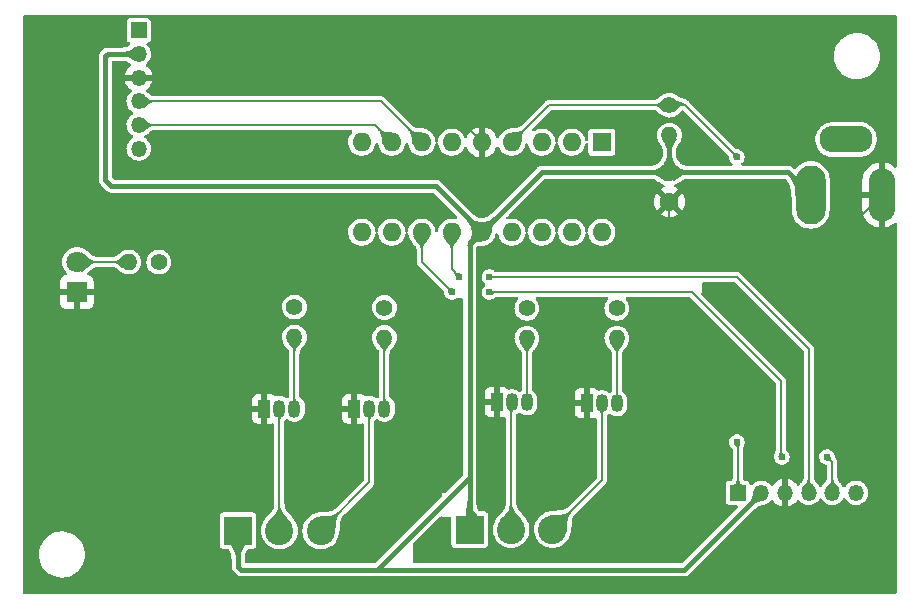
<source format=gtl>
G04 #@! TF.GenerationSoftware,KiCad,Pcbnew,(6.0.11-0)*
G04 #@! TF.CreationDate,2023-07-15T22:38:05+09:00*
G04 #@! TF.ProjectId,RadioCtrl-Override,52616469-6f43-4747-926c-2d4f76657272,rev?*
G04 #@! TF.SameCoordinates,PX7bfa480PY7bfa480*
G04 #@! TF.FileFunction,Copper,L1,Top*
G04 #@! TF.FilePolarity,Positive*
%FSLAX46Y46*%
G04 Gerber Fmt 4.6, Leading zero omitted, Abs format (unit mm)*
G04 Created by KiCad (PCBNEW (6.0.11-0)) date 2023-07-15 22:38:05*
%MOMM*%
%LPD*%
G01*
G04 APERTURE LIST*
G04 #@! TA.AperFunction,ComponentPad*
%ADD10C,1.400000*%
G04 #@! TD*
G04 #@! TA.AperFunction,ComponentPad*
%ADD11O,1.400000X1.400000*%
G04 #@! TD*
G04 #@! TA.AperFunction,ComponentPad*
%ADD12R,2.400000X2.400000*%
G04 #@! TD*
G04 #@! TA.AperFunction,ComponentPad*
%ADD13C,2.400000*%
G04 #@! TD*
G04 #@! TA.AperFunction,ComponentPad*
%ADD14R,1.350000X1.350000*%
G04 #@! TD*
G04 #@! TA.AperFunction,ComponentPad*
%ADD15O,1.350000X1.350000*%
G04 #@! TD*
G04 #@! TA.AperFunction,ComponentPad*
%ADD16R,1.600000X1.600000*%
G04 #@! TD*
G04 #@! TA.AperFunction,ComponentPad*
%ADD17O,1.600000X1.600000*%
G04 #@! TD*
G04 #@! TA.AperFunction,ComponentPad*
%ADD18R,1.050000X1.500000*%
G04 #@! TD*
G04 #@! TA.AperFunction,ComponentPad*
%ADD19O,1.050000X1.500000*%
G04 #@! TD*
G04 #@! TA.AperFunction,ComponentPad*
%ADD20C,1.600000*%
G04 #@! TD*
G04 #@! TA.AperFunction,ComponentPad*
%ADD21R,1.800000X1.800000*%
G04 #@! TD*
G04 #@! TA.AperFunction,ComponentPad*
%ADD22C,1.800000*%
G04 #@! TD*
G04 #@! TA.AperFunction,ComponentPad*
%ADD23O,2.500000X5.000000*%
G04 #@! TD*
G04 #@! TA.AperFunction,ComponentPad*
%ADD24O,2.250000X4.500000*%
G04 #@! TD*
G04 #@! TA.AperFunction,ComponentPad*
%ADD25O,4.500000X2.250000*%
G04 #@! TD*
G04 #@! TA.AperFunction,ViaPad*
%ADD26C,0.605000*%
G04 #@! TD*
G04 #@! TA.AperFunction,Conductor*
%ADD27C,0.152400*%
G04 #@! TD*
G04 #@! TA.AperFunction,Conductor*
%ADD28C,0.400000*%
G04 #@! TD*
G04 APERTURE END LIST*
D10*
X55245000Y41860000D03*
D11*
X55245000Y39320000D03*
D12*
X18725000Y5815000D03*
D13*
X22225000Y5815000D03*
X25725000Y5815000D03*
D10*
X12015000Y28575000D03*
D11*
X9475000Y28575000D03*
D10*
X43180000Y24660000D03*
D11*
X43180000Y22120000D03*
D14*
X10310000Y48180000D03*
D15*
X10310000Y46180000D03*
X10310000Y44180000D03*
X10310000Y42180000D03*
X10310000Y40180000D03*
X10310000Y38180000D03*
D10*
X31115000Y24715000D03*
D11*
X31115000Y22175000D03*
D10*
X23495000Y24765000D03*
D11*
X23495000Y22225000D03*
D16*
X49520000Y38725000D03*
D17*
X46980000Y38725000D03*
X44440000Y38725000D03*
X41900000Y38725000D03*
X39360000Y38725000D03*
X36820000Y38725000D03*
X34280000Y38725000D03*
X31740000Y38725000D03*
X29200000Y38725000D03*
X29200000Y31105000D03*
X31740000Y31105000D03*
X34280000Y31105000D03*
X36820000Y31105000D03*
X39360000Y31105000D03*
X41900000Y31105000D03*
X44440000Y31105000D03*
X46980000Y31105000D03*
X49520000Y31105000D03*
D14*
X61040000Y9040000D03*
D15*
X63040000Y9040000D03*
X65040000Y9040000D03*
X67040000Y9040000D03*
X69040000Y9040000D03*
X71040000Y9040000D03*
D18*
X28575000Y16150000D03*
D19*
X29845000Y16150000D03*
X31115000Y16150000D03*
D20*
X55245000Y33675000D03*
X55245000Y36175000D03*
D12*
X38343500Y5915500D03*
D13*
X41843500Y5915500D03*
X45343500Y5915500D03*
D21*
X5080000Y26035000D03*
D22*
X5080000Y28575000D03*
D18*
X48260000Y16615000D03*
D19*
X49530000Y16615000D03*
X50800000Y16615000D03*
D18*
X40640000Y16700000D03*
D19*
X41910000Y16700000D03*
X43180000Y16700000D03*
D10*
X50800000Y24670000D03*
D11*
X50800000Y22130000D03*
D23*
X67212500Y34250000D03*
D24*
X73212500Y34250000D03*
D25*
X70212500Y38950000D03*
D18*
X20955000Y16150000D03*
D19*
X22225000Y16150000D03*
X23495000Y16150000D03*
D26*
X4445000Y32385000D03*
X53975000Y15240000D03*
X15875000Y46355000D03*
X71755000Y15240000D03*
X53975000Y6985000D03*
X61595000Y46355000D03*
X35560000Y15240000D03*
X71755000Y26035000D03*
X15875000Y24765000D03*
X4445000Y15240000D03*
X26670000Y46355000D03*
X15875000Y37465000D03*
X48260000Y46355000D03*
X15875000Y15240000D03*
X4445000Y8255000D03*
X36830000Y46355000D03*
X35560000Y24765000D03*
X62230000Y15240000D03*
X61595000Y38735000D03*
X27305000Y24765000D03*
X24130000Y37465000D03*
X60960000Y37465000D03*
X60960000Y13335000D03*
X40005000Y27305000D03*
X37465000Y27305000D03*
X68580000Y12065000D03*
X64770000Y12065000D03*
X40005000Y26035000D03*
X36830000Y26035000D03*
D27*
X10310000Y44180000D02*
X33905000Y44180000D01*
X58000000Y29500000D02*
X68462500Y29500000D01*
X65040000Y5960000D02*
X65500000Y5500000D01*
X73212500Y7212500D02*
X73212500Y34250000D01*
X68462500Y29500000D02*
X73212500Y34250000D01*
X33905000Y44180000D02*
X39360000Y38725000D01*
X65040000Y9040000D02*
X65040000Y5960000D01*
X65500000Y5500000D02*
X71500000Y5500000D01*
X71500000Y5500000D02*
X73212500Y7212500D01*
X55245000Y33675000D02*
X55245000Y32255000D01*
X55245000Y32255000D02*
X58000000Y29500000D01*
D28*
X55245000Y36175000D02*
X65287500Y36175000D01*
X7680000Y46180000D02*
X7500000Y46000000D01*
X35465000Y35000000D02*
X39360000Y31105000D01*
X8000000Y35000000D02*
X35465000Y35000000D01*
X38343500Y5915500D02*
X38343500Y10343500D01*
X19000000Y2500000D02*
X30500000Y2500000D01*
X18725000Y5815000D02*
X18725000Y2775000D01*
X30500000Y2500000D02*
X38343500Y10343500D01*
X39360000Y31105000D02*
X44430000Y36175000D01*
X55245000Y36175000D02*
X55245000Y39320000D01*
X38343500Y10343500D02*
X38343500Y30088500D01*
X30500000Y2500000D02*
X56500000Y2500000D01*
X7500000Y46000000D02*
X7500000Y35500000D01*
X38343500Y30088500D02*
X39360000Y31105000D01*
X7500000Y35500000D02*
X8000000Y35000000D01*
X65287500Y36175000D02*
X67212500Y34250000D01*
X10310000Y46180000D02*
X7680000Y46180000D01*
X56500000Y2500000D02*
X63040000Y9040000D01*
X18725000Y2775000D02*
X19000000Y2500000D01*
X44430000Y36175000D02*
X55245000Y36175000D01*
D27*
X9475000Y28575000D02*
X5080000Y28575000D01*
X22225000Y5815000D02*
X22225000Y16150000D01*
X29845000Y9935000D02*
X25725000Y5815000D01*
X29845000Y16150000D02*
X29845000Y9935000D01*
X41843500Y5915500D02*
X41843500Y16633500D01*
X41843500Y16633500D02*
X41910000Y16700000D01*
X49530000Y10102000D02*
X49530000Y16615000D01*
X45343500Y5915500D02*
X49530000Y10102000D01*
X30825000Y42180000D02*
X34280000Y38725000D01*
X10310000Y42180000D02*
X30825000Y42180000D01*
X10310000Y40180000D02*
X30285000Y40180000D01*
X30285000Y40180000D02*
X31740000Y38725000D01*
X55245000Y41860000D02*
X56565000Y41860000D01*
X45035000Y41860000D02*
X55245000Y41860000D01*
X56565000Y41860000D02*
X60960000Y37465000D01*
X41900000Y38725000D02*
X45035000Y41860000D01*
X61040000Y13255000D02*
X61040000Y9040000D01*
X60960000Y13335000D02*
X61040000Y13255000D01*
X67040000Y21225000D02*
X67040000Y9040000D01*
X36820000Y31105000D02*
X36820000Y27950000D01*
X60960000Y27305000D02*
X67040000Y21225000D01*
X36820000Y27950000D02*
X37465000Y27305000D01*
X40005000Y27305000D02*
X60960000Y27305000D01*
X64665716Y18519284D02*
X64665716Y12169284D01*
X64665716Y12169284D02*
X64770000Y12065000D01*
X34280000Y28585000D02*
X36830000Y26035000D01*
X40005000Y26035000D02*
X57150000Y26035000D01*
X57150000Y26035000D02*
X64665716Y18519284D01*
X68580000Y12065000D02*
X69040000Y11605000D01*
X69040000Y11605000D02*
X69040000Y9040000D01*
X34280000Y31105000D02*
X34280000Y28585000D01*
X23495000Y22225000D02*
X23495000Y16150000D01*
X31115000Y22175000D02*
X31115000Y16150000D01*
X43180000Y22120000D02*
X43180000Y16700000D01*
X50800000Y22130000D02*
X50800000Y16615000D01*
G04 #@! TA.AperFunction,Conductor*
G36*
X5479854Y29380817D02*
G01*
X5643336Y29290289D01*
X5644391Y29289630D01*
X5784475Y29191280D01*
X5785256Y29190680D01*
X5903873Y29091517D01*
X5904259Y29091180D01*
X6010325Y28994311D01*
X6010361Y28994278D01*
X6084765Y28927880D01*
X6112447Y28903177D01*
X6112608Y28903054D01*
X6112617Y28903046D01*
X6192215Y28841987D01*
X6219265Y28821237D01*
X6219597Y28821046D01*
X6219602Y28821042D01*
X6280603Y28785834D01*
X6339605Y28751780D01*
X6340049Y28751613D01*
X6340051Y28751612D01*
X6442404Y28713102D01*
X6482290Y28698095D01*
X6656147Y28663472D01*
X6858970Y28651833D01*
X6867034Y28647938D01*
X6870000Y28640152D01*
X6870000Y28509848D01*
X6866573Y28501575D01*
X6858970Y28498167D01*
X6656147Y28486529D01*
X6482290Y28451906D01*
X6481848Y28451740D01*
X6481849Y28451740D01*
X6340051Y28398389D01*
X6340049Y28398388D01*
X6339605Y28398221D01*
X6280603Y28364167D01*
X6219602Y28328959D01*
X6219597Y28328955D01*
X6219265Y28328764D01*
X6218955Y28328526D01*
X6112617Y28246955D01*
X6112608Y28246947D01*
X6112447Y28246824D01*
X6112286Y28246680D01*
X6010361Y28155723D01*
X6010325Y28155690D01*
X5912947Y28066755D01*
X5904259Y28058821D01*
X5903873Y28058484D01*
X5785256Y27959321D01*
X5784475Y27958721D01*
X5644391Y27860371D01*
X5643336Y27859712D01*
X5479854Y27769183D01*
X5470956Y27768173D01*
X5466076Y27770985D01*
X5066031Y28155690D01*
X4638769Y28566567D01*
X4635181Y28574771D01*
X4638769Y28583433D01*
X4697750Y28640152D01*
X5466077Y29379015D01*
X5474415Y29382280D01*
X5479854Y29380817D01*
G37*
G04 #@! TD.AperFunction*
G04 #@! TA.AperFunction,Conductor*
G36*
X55737840Y36818669D02*
G01*
X55832208Y36760335D01*
X55859524Y36743449D01*
X55859976Y36743155D01*
X55966031Y36670635D01*
X55966150Y36670553D01*
X56063590Y36602145D01*
X56063662Y36602098D01*
X56063688Y36602080D01*
X56153477Y36543191D01*
X56158840Y36539674D01*
X56159029Y36539570D01*
X56159034Y36539567D01*
X56258237Y36484992D01*
X56258241Y36484990D01*
X56258532Y36484830D01*
X56258840Y36484703D01*
X56258845Y36484701D01*
X56332391Y36454463D01*
X56369330Y36439276D01*
X56420204Y36425585D01*
X56497558Y36404768D01*
X56497562Y36404767D01*
X56497897Y36404677D01*
X56498242Y36404628D01*
X56498244Y36404627D01*
X56650606Y36382739D01*
X56650608Y36382739D01*
X56650899Y36382697D01*
X56823790Y36375469D01*
X56831912Y36371699D01*
X56835000Y36363779D01*
X56835000Y35986221D01*
X56831573Y35977948D01*
X56823790Y35974531D01*
X56650899Y35967304D01*
X56650608Y35967262D01*
X56650606Y35967262D01*
X56498244Y35945374D01*
X56498242Y35945373D01*
X56497897Y35945324D01*
X56497562Y35945234D01*
X56497558Y35945233D01*
X56420204Y35924416D01*
X56369330Y35910725D01*
X56368985Y35910583D01*
X56258845Y35865300D01*
X56258840Y35865298D01*
X56258532Y35865171D01*
X56258241Y35865011D01*
X56258237Y35865009D01*
X56159034Y35810434D01*
X56158840Y35810327D01*
X56158650Y35810203D01*
X56158651Y35810203D01*
X56063688Y35747921D01*
X56063662Y35747903D01*
X56063590Y35747856D01*
X55985125Y35692769D01*
X55966150Y35679448D01*
X55966031Y35679366D01*
X55859976Y35606846D01*
X55859524Y35606552D01*
X55738167Y35531534D01*
X55737491Y35531147D01*
X55601194Y35458963D01*
X55592279Y35458119D01*
X55587608Y35460869D01*
X55258607Y35777254D01*
X54845000Y36175000D01*
X55593711Y36895000D01*
X55737840Y36818669D01*
G37*
G04 #@! TD.AperFunction*
G04 #@! TA.AperFunction,Conductor*
G36*
X50873363Y17656573D02*
G01*
X50876774Y17648905D01*
X50882582Y17536647D01*
X50900652Y17435531D01*
X50928800Y17351792D01*
X50929000Y17351402D01*
X50929003Y17351396D01*
X50965243Y17280893D01*
X50965410Y17280569D01*
X51008872Y17217000D01*
X51057572Y17156225D01*
X51109789Y17093512D01*
X51110003Y17093247D01*
X51163982Y17023937D01*
X51164466Y17023268D01*
X51218676Y16942497D01*
X51219234Y16941576D01*
X51268397Y16851371D01*
X51269347Y16842467D01*
X51266557Y16837662D01*
X50808433Y16361269D01*
X50800229Y16357681D01*
X50791567Y16361269D01*
X50333443Y16837662D01*
X50330178Y16846001D01*
X50331603Y16851371D01*
X50380765Y16941576D01*
X50381323Y16942497D01*
X50435533Y17023268D01*
X50436017Y17023937D01*
X50489996Y17093247D01*
X50490210Y17093512D01*
X50542427Y17156225D01*
X50591127Y17217000D01*
X50634589Y17280569D01*
X50634756Y17280893D01*
X50670996Y17351396D01*
X50670999Y17351402D01*
X50671199Y17351792D01*
X50699347Y17435531D01*
X50717417Y17536647D01*
X50723226Y17648905D01*
X50727075Y17656990D01*
X50734910Y17660000D01*
X50865090Y17660000D01*
X50873363Y17656573D01*
G37*
G04 #@! TD.AperFunction*
G04 #@! TA.AperFunction,Conductor*
G36*
X37101109Y27777311D02*
G01*
X37144219Y27737631D01*
X37191069Y27702459D01*
X37234742Y27677178D01*
X37235070Y27677040D01*
X37235078Y27677036D01*
X37254431Y27668891D01*
X37276580Y27659569D01*
X37276896Y27659476D01*
X37276899Y27659475D01*
X37293061Y27654723D01*
X37317927Y27647412D01*
X37318148Y27647365D01*
X37318149Y27647365D01*
X37360070Y27638500D01*
X37360088Y27638497D01*
X37360124Y27638489D01*
X37390136Y27633142D01*
X37404475Y27630587D01*
X37404609Y27630562D01*
X37452171Y27621517D01*
X37452688Y27621407D01*
X37504874Y27609016D01*
X37505615Y27608814D01*
X37530181Y27601247D01*
X37556185Y27593237D01*
X37563082Y27587527D01*
X37564438Y27582285D01*
X37571711Y27210216D01*
X37568446Y27201877D01*
X37559784Y27198289D01*
X37187715Y27205562D01*
X37179511Y27209150D01*
X37176762Y27213816D01*
X37161186Y27264385D01*
X37160984Y27265126D01*
X37148593Y27317312D01*
X37148483Y27317829D01*
X37139438Y27365391D01*
X37139413Y27365525D01*
X37131520Y27409824D01*
X37131511Y27409876D01*
X37122588Y27452073D01*
X37110431Y27493420D01*
X37108911Y27497032D01*
X37092964Y27534922D01*
X37092960Y27534930D01*
X37092822Y27535258D01*
X37067541Y27578931D01*
X37032369Y27625781D01*
X36992689Y27668891D01*
X36989608Y27677299D01*
X36993025Y27685088D01*
X37084912Y27776975D01*
X37093185Y27780402D01*
X37101109Y27777311D01*
G37*
G04 #@! TD.AperFunction*
G04 #@! TA.AperFunction,Conductor*
G36*
X65601478Y36144653D02*
G01*
X65731879Y36026736D01*
X65810901Y35955278D01*
X65811192Y35955073D01*
X65811197Y35955069D01*
X65921836Y35877142D01*
X66010679Y35814566D01*
X66011044Y35814381D01*
X66011048Y35814378D01*
X66197663Y35719518D01*
X66198043Y35719325D01*
X66378477Y35658900D01*
X66557468Y35622634D01*
X66740499Y35599873D01*
X66932889Y35579979D01*
X66933221Y35579940D01*
X66974222Y35574465D01*
X67140235Y35552296D01*
X67141008Y35552166D01*
X67368166Y35506170D01*
X67369169Y35505921D01*
X67614513Y35433203D01*
X67621471Y35427566D01*
X67622886Y35422214D01*
X67654203Y33820224D01*
X67650938Y33811885D01*
X67642276Y33808297D01*
X66040286Y33839614D01*
X66032082Y33843202D01*
X66029297Y33847987D01*
X65956579Y34093331D01*
X65956330Y34094334D01*
X65910334Y34321492D01*
X65910204Y34322265D01*
X65882561Y34529272D01*
X65882520Y34529618D01*
X65862627Y34722001D01*
X65839892Y34904819D01*
X65839866Y34905032D01*
X65803600Y35084023D01*
X65743175Y35264457D01*
X65662984Y35422214D01*
X65648122Y35451452D01*
X65648119Y35451456D01*
X65647934Y35451821D01*
X65543655Y35599873D01*
X65507431Y35651303D01*
X65507427Y35651308D01*
X65507222Y35651599D01*
X65435764Y35730621D01*
X65317847Y35861022D01*
X65314840Y35869456D01*
X65318252Y35877142D01*
X65585358Y36144248D01*
X65593631Y36147675D01*
X65601478Y36144653D01*
G37*
G04 #@! TD.AperFunction*
G04 #@! TA.AperFunction,Conductor*
G36*
X64739053Y12648357D02*
G01*
X64742466Y12640662D01*
X64744891Y12591625D01*
X64753554Y12541709D01*
X64767509Y12500131D01*
X64767743Y12499695D01*
X64767745Y12499690D01*
X64778549Y12479550D01*
X64786361Y12464986D01*
X64786641Y12464619D01*
X64809497Y12434655D01*
X64809502Y12434649D01*
X64809715Y12434370D01*
X64837176Y12406378D01*
X64868348Y12379105D01*
X64893241Y12358564D01*
X64902784Y12350689D01*
X64902880Y12350609D01*
X64940070Y12319246D01*
X64940403Y12318954D01*
X64973999Y12288211D01*
X64977788Y12280099D01*
X64976809Y12274872D01*
X64901426Y12103433D01*
X64826986Y11934140D01*
X64820519Y11927946D01*
X64811153Y11928331D01*
X64621754Y12020606D01*
X64476621Y12091315D01*
X64470684Y12098019D01*
X64470155Y12103433D01*
X64478259Y12162135D01*
X64478423Y12163051D01*
X64490840Y12219443D01*
X64491056Y12220276D01*
X64505749Y12269461D01*
X64505940Y12270044D01*
X64521962Y12314942D01*
X64522033Y12315136D01*
X64523465Y12318934D01*
X64535402Y12350609D01*
X64538400Y12358564D01*
X64538402Y12358570D01*
X64538441Y12358673D01*
X64554147Y12403476D01*
X64554194Y12403640D01*
X64568048Y12452095D01*
X64568051Y12452106D01*
X64568113Y12452324D01*
X64579333Y12508080D01*
X64586802Y12573612D01*
X64587428Y12591625D01*
X64589124Y12640490D01*
X64592836Y12648639D01*
X64600817Y12651784D01*
X64730780Y12651784D01*
X64739053Y12648357D01*
G37*
G04 #@! TD.AperFunction*
G04 #@! TA.AperFunction,Conductor*
G36*
X43253363Y17741573D02*
G01*
X43256774Y17733905D01*
X43262582Y17621647D01*
X43280652Y17520531D01*
X43308800Y17436792D01*
X43309000Y17436402D01*
X43309003Y17436396D01*
X43345243Y17365893D01*
X43345410Y17365569D01*
X43388872Y17302000D01*
X43437572Y17241225D01*
X43489789Y17178512D01*
X43490003Y17178247D01*
X43543982Y17108937D01*
X43544466Y17108268D01*
X43598676Y17027497D01*
X43599234Y17026576D01*
X43648397Y16936371D01*
X43649347Y16927467D01*
X43646557Y16922662D01*
X43188433Y16446269D01*
X43180229Y16442681D01*
X43171567Y16446269D01*
X42713443Y16922662D01*
X42710178Y16931001D01*
X42711603Y16936371D01*
X42760765Y17026576D01*
X42761323Y17027497D01*
X42815533Y17108268D01*
X42816017Y17108937D01*
X42869996Y17178247D01*
X42870210Y17178512D01*
X42922427Y17241225D01*
X42971127Y17302000D01*
X43014589Y17365569D01*
X43014756Y17365893D01*
X43050996Y17436396D01*
X43050999Y17436402D01*
X43051199Y17436792D01*
X43079347Y17520531D01*
X43097417Y17621647D01*
X43103226Y17733905D01*
X43107075Y17741990D01*
X43114910Y17745000D01*
X43245090Y17745000D01*
X43253363Y17741573D01*
G37*
G04 #@! TD.AperFunction*
G04 #@! TA.AperFunction,Conductor*
G36*
X22298444Y8201573D02*
G01*
X22301851Y8193991D01*
X22318165Y7918189D01*
X22365981Y7685653D01*
X22440031Y7495382D01*
X22440284Y7494959D01*
X22535498Y7335696D01*
X22535503Y7335689D01*
X22535696Y7335366D01*
X22648358Y7193595D01*
X22648503Y7193438D01*
X22773394Y7058065D01*
X22773400Y7058059D01*
X22906016Y6916948D01*
X22906385Y6916536D01*
X23041819Y6758039D01*
X23042455Y6757223D01*
X23176240Y6569298D01*
X23176933Y6568202D01*
X23300792Y6345628D01*
X23301820Y6336733D01*
X23299001Y6331829D01*
X22233433Y5223769D01*
X22225229Y5220181D01*
X22216567Y5223769D01*
X21150999Y6331829D01*
X21147734Y6340168D01*
X21149208Y6345628D01*
X21273066Y6568202D01*
X21273759Y6569298D01*
X21407544Y6757223D01*
X21408180Y6758039D01*
X21543614Y6916536D01*
X21543983Y6916948D01*
X21676599Y7058059D01*
X21676605Y7058065D01*
X21801496Y7193438D01*
X21801641Y7193595D01*
X21914303Y7335366D01*
X21914496Y7335689D01*
X21914501Y7335696D01*
X22009715Y7494959D01*
X22009968Y7495382D01*
X22084018Y7685653D01*
X22131834Y7918189D01*
X22148149Y8193991D01*
X22152059Y8202047D01*
X22159829Y8205000D01*
X22290171Y8205000D01*
X22298444Y8201573D01*
G37*
G04 #@! TD.AperFunction*
G04 #@! TA.AperFunction,Conductor*
G36*
X31188363Y17191573D02*
G01*
X31191774Y17183905D01*
X31197582Y17071647D01*
X31215652Y16970531D01*
X31243800Y16886792D01*
X31244000Y16886402D01*
X31244003Y16886396D01*
X31280243Y16815893D01*
X31280410Y16815569D01*
X31323872Y16752000D01*
X31372572Y16691225D01*
X31424789Y16628512D01*
X31425003Y16628247D01*
X31478982Y16558937D01*
X31479466Y16558268D01*
X31533676Y16477497D01*
X31534234Y16476576D01*
X31583397Y16386371D01*
X31584347Y16377467D01*
X31581557Y16372662D01*
X31123433Y15896269D01*
X31115229Y15892681D01*
X31106567Y15896269D01*
X30648443Y16372662D01*
X30645178Y16381001D01*
X30646603Y16386371D01*
X30695765Y16476576D01*
X30696323Y16477497D01*
X30750533Y16558268D01*
X30751017Y16558937D01*
X30804996Y16628247D01*
X30805210Y16628512D01*
X30857427Y16691225D01*
X30906127Y16752000D01*
X30949589Y16815569D01*
X30949756Y16815893D01*
X30985996Y16886396D01*
X30985999Y16886402D01*
X30986199Y16886792D01*
X31014347Y16970531D01*
X31032417Y17071647D01*
X31038226Y17183905D01*
X31042075Y17191990D01*
X31049910Y17195000D01*
X31180090Y17195000D01*
X31188363Y17191573D01*
G37*
G04 #@! TD.AperFunction*
G04 #@! TA.AperFunction,Conductor*
G36*
X34288433Y31496231D02*
G01*
X34994022Y30762505D01*
X34997287Y30754167D01*
X34995830Y30748739D01*
X34916400Y30604943D01*
X34915757Y30603909D01*
X34829225Y30479784D01*
X34828644Y30479020D01*
X34741563Y30373688D01*
X34741242Y30373315D01*
X34656279Y30278926D01*
X34576448Y30187944D01*
X34504749Y30092778D01*
X34444028Y29985665D01*
X34397132Y29858840D01*
X34366907Y29704540D01*
X34366885Y29704148D01*
X34366884Y29704141D01*
X34356824Y29526040D01*
X34352936Y29517973D01*
X34345143Y29515000D01*
X34214857Y29515000D01*
X34206584Y29518427D01*
X34203176Y29526040D01*
X34193115Y29704141D01*
X34193114Y29704148D01*
X34193092Y29704540D01*
X34162867Y29858840D01*
X34115971Y29985665D01*
X34055250Y30092778D01*
X33983551Y30187944D01*
X33903720Y30278926D01*
X33818757Y30373315D01*
X33818436Y30373688D01*
X33731355Y30479020D01*
X33730774Y30479784D01*
X33644242Y30603909D01*
X33643599Y30604943D01*
X33564170Y30748739D01*
X33563169Y30757638D01*
X33565977Y30762504D01*
X34271567Y31496231D01*
X34279771Y31499819D01*
X34288433Y31496231D01*
G37*
G04 #@! TD.AperFunction*
G04 #@! TA.AperFunction,Conductor*
G36*
X18733433Y6406231D02*
G01*
X19799072Y5298097D01*
X19802337Y5289758D01*
X19800926Y5284413D01*
X19684408Y5069355D01*
X19683887Y5068487D01*
X19561680Y4883302D01*
X19561253Y4882698D01*
X19511972Y4817717D01*
X19440446Y4723405D01*
X19440241Y4723143D01*
X19324234Y4578898D01*
X19216558Y4438961D01*
X19120756Y4292583D01*
X19040265Y4128883D01*
X18978518Y3936975D01*
X18938952Y3705975D01*
X18938935Y3705635D01*
X18938935Y3705634D01*
X18925552Y3436120D01*
X18921719Y3428027D01*
X18913866Y3425000D01*
X18536134Y3425000D01*
X18527861Y3428427D01*
X18524448Y3436120D01*
X18511064Y3705634D01*
X18511064Y3705635D01*
X18511047Y3705975D01*
X18471481Y3936975D01*
X18409734Y4128883D01*
X18329243Y4292583D01*
X18233441Y4438961D01*
X18125765Y4578898D01*
X18009758Y4723143D01*
X18009553Y4723405D01*
X17938027Y4817717D01*
X17888746Y4882698D01*
X17888319Y4883302D01*
X17766112Y5068487D01*
X17765591Y5069355D01*
X17649074Y5284413D01*
X17648146Y5293320D01*
X17650928Y5298097D01*
X18716567Y6406231D01*
X18724771Y6409819D01*
X18733433Y6406231D01*
G37*
G04 #@! TD.AperFunction*
G04 #@! TA.AperFunction,Conductor*
G36*
X55253433Y39661231D02*
G01*
X55869157Y39020954D01*
X55872422Y39012615D01*
X55871088Y39007414D01*
X55809966Y38890813D01*
X55809636Y38890225D01*
X55746394Y38784821D01*
X55746167Y38784459D01*
X55685659Y38691659D01*
X55629148Y38605946D01*
X55577975Y38521891D01*
X55533365Y38433879D01*
X55496539Y38336298D01*
X55468721Y38223534D01*
X55451134Y38089972D01*
X55451123Y38089689D01*
X55451123Y38089687D01*
X55445431Y37941252D01*
X55441690Y37933116D01*
X55433740Y37930000D01*
X55056259Y37930000D01*
X55047986Y37933427D01*
X55044568Y37941252D01*
X55038876Y38089687D01*
X55038876Y38089689D01*
X55038865Y38089972D01*
X55021278Y38223534D01*
X54993460Y38336298D01*
X54956634Y38433879D01*
X54912024Y38521891D01*
X54860851Y38605946D01*
X54804340Y38691659D01*
X54743832Y38784459D01*
X54743605Y38784821D01*
X54680363Y38890225D01*
X54680033Y38890813D01*
X54618913Y39007413D01*
X54618108Y39016330D01*
X54620843Y39020954D01*
X55236567Y39661231D01*
X55244771Y39664819D01*
X55253433Y39661231D01*
G37*
G04 #@! TD.AperFunction*
G04 #@! TA.AperFunction,Conductor*
G36*
X23503433Y22566231D02*
G01*
X24119030Y21926086D01*
X24122295Y21917747D01*
X24120846Y21912333D01*
X24052512Y21788223D01*
X24051890Y21787216D01*
X23977158Y21679024D01*
X23976615Y21678303D01*
X23928521Y21619281D01*
X23901584Y21586224D01*
X23901283Y21585870D01*
X23828249Y21503183D01*
X23759720Y21423344D01*
X23759592Y21423169D01*
X23759588Y21423165D01*
X23698483Y21340133D01*
X23698480Y21340128D01*
X23698262Y21339832D01*
X23646277Y21245945D01*
X23646119Y21245509D01*
X23646119Y21245508D01*
X23606326Y21135412D01*
X23606324Y21135406D01*
X23606170Y21134979D01*
X23580343Y21000232D01*
X23580321Y20999839D01*
X23580321Y20999837D01*
X23571812Y20846054D01*
X23567933Y20837982D01*
X23560130Y20835000D01*
X23429870Y20835000D01*
X23421597Y20838427D01*
X23418188Y20846054D01*
X23409678Y20999837D01*
X23409678Y20999839D01*
X23409656Y21000232D01*
X23383829Y21134979D01*
X23383675Y21135406D01*
X23383673Y21135412D01*
X23343880Y21245508D01*
X23343880Y21245509D01*
X23343722Y21245945D01*
X23291737Y21339832D01*
X23291519Y21340128D01*
X23291516Y21340133D01*
X23230411Y21423165D01*
X23230407Y21423169D01*
X23230279Y21423344D01*
X23161750Y21503183D01*
X23088716Y21585870D01*
X23088415Y21586224D01*
X23061478Y21619281D01*
X23013384Y21678303D01*
X23012841Y21679024D01*
X22938109Y21787216D01*
X22937487Y21788223D01*
X22869154Y21912333D01*
X22868165Y21921233D01*
X22870970Y21926086D01*
X23486567Y22566231D01*
X23494771Y22569819D01*
X23503433Y22566231D01*
G37*
G04 #@! TD.AperFunction*
G04 #@! TA.AperFunction,Conductor*
G36*
X10021840Y46781668D02*
G01*
X10638731Y46188433D01*
X10642319Y46180229D01*
X10638731Y46171567D01*
X10080744Y45634977D01*
X10021841Y45578333D01*
X10013502Y45575068D01*
X10008316Y45576394D01*
X10004603Y45578333D01*
X9965187Y45598912D01*
X9896108Y45634977D01*
X9895555Y45635286D01*
X9793707Y45695685D01*
X9793368Y45695893D01*
X9703436Y45753450D01*
X9703413Y45753465D01*
X9677881Y45769889D01*
X9620234Y45806973D01*
X9620133Y45807033D01*
X9538735Y45855160D01*
X9538728Y45855164D01*
X9538545Y45855272D01*
X9538358Y45855364D01*
X9538352Y45855367D01*
X9453272Y45897117D01*
X9453003Y45897249D01*
X9358244Y45931807D01*
X9248900Y45957850D01*
X9244652Y45958390D01*
X9119854Y45974249D01*
X9119846Y45974250D01*
X9119607Y45974280D01*
X8976267Y45979583D01*
X8968127Y45983313D01*
X8965000Y45991275D01*
X8965000Y46368725D01*
X8968427Y46376998D01*
X8976267Y46380417D01*
X9119607Y46385721D01*
X9119846Y46385751D01*
X9119854Y46385752D01*
X9248593Y46402112D01*
X9248900Y46402151D01*
X9358244Y46428194D01*
X9453003Y46462752D01*
X9453272Y46462884D01*
X9538352Y46504634D01*
X9538358Y46504637D01*
X9538545Y46504729D01*
X9538728Y46504837D01*
X9538735Y46504841D01*
X9620133Y46552968D01*
X9620143Y46552974D01*
X9620234Y46553028D01*
X9703436Y46606551D01*
X9793368Y46664108D01*
X9793707Y46664316D01*
X9895555Y46724715D01*
X9896108Y46725024D01*
X10008316Y46783606D01*
X10017236Y46784397D01*
X10021840Y46781668D01*
G37*
G04 #@! TD.AperFunction*
G04 #@! TA.AperFunction,Conductor*
G36*
X67113394Y10381573D02*
G01*
X67116804Y10373938D01*
X67124928Y10225211D01*
X67149596Y10094780D01*
X67187926Y9987258D01*
X67188145Y9986858D01*
X67188148Y9986850D01*
X67237458Y9896531D01*
X67237642Y9896194D01*
X67296465Y9815138D01*
X67362119Y9737640D01*
X67362157Y9737597D01*
X67432164Y9657435D01*
X67432454Y9657091D01*
X67504530Y9567864D01*
X67505072Y9567136D01*
X67576964Y9462473D01*
X67577574Y9461483D01*
X67643356Y9341766D01*
X67644337Y9332865D01*
X67641535Y9328022D01*
X67048433Y8711269D01*
X67040229Y8707681D01*
X67031567Y8711269D01*
X66438465Y9328022D01*
X66435200Y9336361D01*
X66436644Y9341766D01*
X66502425Y9461483D01*
X66503035Y9462473D01*
X66574927Y9567136D01*
X66575469Y9567864D01*
X66647545Y9657091D01*
X66647835Y9657435D01*
X66717842Y9737597D01*
X66717880Y9737640D01*
X66783534Y9815138D01*
X66842357Y9896194D01*
X66842541Y9896531D01*
X66891851Y9986850D01*
X66891854Y9986858D01*
X66892073Y9987258D01*
X66930403Y10094780D01*
X66955071Y10225211D01*
X66963196Y10373938D01*
X66967069Y10382012D01*
X66974879Y10385000D01*
X67105121Y10385000D01*
X67113394Y10381573D01*
G37*
G04 #@! TD.AperFunction*
G04 #@! TA.AperFunction,Conductor*
G36*
X42978236Y39895361D02*
G01*
X43070361Y39803236D01*
X43073788Y39794963D01*
X43070815Y39787170D01*
X42951727Y39653822D01*
X42951508Y39653496D01*
X42951507Y39653495D01*
X42937373Y39632475D01*
X42863992Y39523343D01*
X42807474Y39400504D01*
X42774670Y39281828D01*
X42758076Y39163836D01*
X42758062Y39163617D01*
X42758061Y39163610D01*
X42750192Y39043053D01*
X42743527Y38916252D01*
X42743491Y38915761D01*
X42730585Y38779679D01*
X42730455Y38778728D01*
X42703874Y38629782D01*
X42703598Y38628596D01*
X42658083Y38470747D01*
X42652498Y38463748D01*
X42647072Y38462291D01*
X41940588Y38448481D01*
X41629323Y38442396D01*
X41620984Y38445661D01*
X41617396Y38454323D01*
X41623481Y38765588D01*
X41637291Y39472071D01*
X41640879Y39480274D01*
X41645746Y39483082D01*
X41803595Y39528599D01*
X41804781Y39528875D01*
X41953727Y39555456D01*
X41954678Y39555586D01*
X42090760Y39568492D01*
X42091251Y39568528D01*
X42218052Y39575193D01*
X42338609Y39583062D01*
X42338616Y39583063D01*
X42338835Y39583077D01*
X42339051Y39583107D01*
X42339057Y39583108D01*
X42456443Y39599617D01*
X42456827Y39599671D01*
X42543118Y39623523D01*
X42575048Y39632349D01*
X42575051Y39632350D01*
X42575503Y39632475D01*
X42575928Y39632671D01*
X42575932Y39632672D01*
X42697909Y39688794D01*
X42698342Y39688993D01*
X42828821Y39776728D01*
X42829112Y39776988D01*
X42829116Y39776991D01*
X42962170Y39895815D01*
X42970623Y39898769D01*
X42978236Y39895361D01*
G37*
G04 #@! TD.AperFunction*
G04 #@! TA.AperFunction,Conductor*
G36*
X39631788Y30822374D02*
G01*
X39629967Y30729247D01*
X39628144Y30635994D01*
X39622715Y30358265D01*
X39619127Y30350061D01*
X39613846Y30347141D01*
X39477837Y30313250D01*
X39476213Y30312965D01*
X39442553Y30309479D01*
X39328607Y30297678D01*
X39327652Y30297620D01*
X39180377Y30294729D01*
X39180104Y30294727D01*
X39037754Y30296021D01*
X38955796Y30294275D01*
X38905425Y30293202D01*
X38905424Y30293202D01*
X38905100Y30293195D01*
X38904783Y30293154D01*
X38904781Y30293154D01*
X38787307Y30278008D01*
X38786679Y30277927D01*
X38786089Y30277714D01*
X38786085Y30277713D01*
X38744868Y30262830D01*
X38686901Y30241898D01*
X38610172Y30176788D01*
X38609639Y30175680D01*
X38609638Y30175678D01*
X38561322Y30075154D01*
X38561321Y30075151D01*
X38560902Y30074279D01*
X38560789Y30073315D01*
X38544713Y29936385D01*
X38540345Y29928568D01*
X38533093Y29926049D01*
X38156029Y29926049D01*
X38147756Y29929476D01*
X38144356Y29938548D01*
X38155101Y30095457D01*
X38155361Y30097232D01*
X38186613Y30235814D01*
X38187154Y30237564D01*
X38233180Y30353288D01*
X38233846Y30354684D01*
X38289875Y30454657D01*
X38290371Y30455464D01*
X38351690Y30546695D01*
X38351774Y30546819D01*
X38413306Y30635869D01*
X38413311Y30635877D01*
X38413392Y30635994D01*
X38413472Y30636126D01*
X38469845Y30729247D01*
X38469849Y30729255D01*
X38470035Y30729562D01*
X38511354Y30822374D01*
X38516487Y30833903D01*
X38516489Y30833910D01*
X38516684Y30834347D01*
X38529693Y30884838D01*
X38548212Y30956716D01*
X38548213Y30956722D01*
X38548338Y30957207D01*
X38552783Y31013536D01*
X38552783Y31013537D01*
X38560000Y31105000D01*
X39642842Y31387842D01*
X39631788Y30822374D01*
G37*
G04 #@! TD.AperFunction*
G04 #@! TA.AperFunction,Conductor*
G36*
X23503433Y22566231D02*
G01*
X24119030Y21926086D01*
X24122295Y21917747D01*
X24120846Y21912333D01*
X24052512Y21788223D01*
X24051890Y21787216D01*
X23977158Y21679024D01*
X23976615Y21678303D01*
X23928521Y21619281D01*
X23901584Y21586224D01*
X23901283Y21585870D01*
X23828249Y21503183D01*
X23759720Y21423344D01*
X23759592Y21423169D01*
X23759588Y21423165D01*
X23698483Y21340133D01*
X23698480Y21340128D01*
X23698262Y21339832D01*
X23646277Y21245945D01*
X23646119Y21245509D01*
X23646119Y21245508D01*
X23606326Y21135412D01*
X23606324Y21135406D01*
X23606170Y21134979D01*
X23580343Y21000232D01*
X23580321Y20999839D01*
X23580321Y20999837D01*
X23571812Y20846054D01*
X23567933Y20837982D01*
X23560130Y20835000D01*
X23429870Y20835000D01*
X23421597Y20838427D01*
X23418188Y20846054D01*
X23409678Y20999837D01*
X23409678Y20999839D01*
X23409656Y21000232D01*
X23383829Y21134979D01*
X23383675Y21135406D01*
X23383673Y21135412D01*
X23343880Y21245508D01*
X23343880Y21245509D01*
X23343722Y21245945D01*
X23291737Y21339832D01*
X23291519Y21340128D01*
X23291516Y21340133D01*
X23230411Y21423165D01*
X23230407Y21423169D01*
X23230279Y21423344D01*
X23161750Y21503183D01*
X23088716Y21585870D01*
X23088415Y21586224D01*
X23061478Y21619281D01*
X23013384Y21678303D01*
X23012841Y21679024D01*
X22938109Y21787216D01*
X22937487Y21788223D01*
X22869154Y21912333D01*
X22868165Y21921233D01*
X22870970Y21926086D01*
X23486567Y22566231D01*
X23494771Y22569819D01*
X23503433Y22566231D01*
G37*
G04 #@! TD.AperFunction*
G04 #@! TA.AperFunction,Conductor*
G36*
X38540639Y8302073D02*
G01*
X38544052Y8294380D01*
X38557452Y8024526D01*
X38597018Y7793526D01*
X38658765Y7601618D01*
X38739256Y7437918D01*
X38835058Y7291540D01*
X38835183Y7291378D01*
X38942722Y7151619D01*
X38942734Y7151603D01*
X39058741Y7007358D01*
X39058946Y7007096D01*
X39130472Y6912784D01*
X39179753Y6847803D01*
X39180180Y6847199D01*
X39302386Y6662016D01*
X39302908Y6661146D01*
X39419426Y6446087D01*
X39420354Y6437180D01*
X39417572Y6432403D01*
X38351933Y5324269D01*
X38343729Y5320681D01*
X38335067Y5324269D01*
X37269428Y6432403D01*
X37266163Y6440742D01*
X37267574Y6446086D01*
X37384088Y6661140D01*
X37384610Y6662011D01*
X37418541Y6713428D01*
X37506819Y6847199D01*
X37507246Y6847803D01*
X37557994Y6914718D01*
X37619160Y6995370D01*
X37626889Y6999891D01*
X37628482Y7000000D01*
X38000000Y7000000D01*
X38000000Y7541477D01*
X38001201Y7546640D01*
X38028043Y7601230D01*
X38028234Y7601618D01*
X38089981Y7793526D01*
X38129547Y8024526D01*
X38142948Y8294380D01*
X38146781Y8302473D01*
X38154634Y8305500D01*
X38532366Y8305500D01*
X38540639Y8302073D01*
G37*
G04 #@! TD.AperFunction*
G04 #@! TA.AperFunction,Conductor*
G36*
X38385381Y32363124D02*
G01*
X38512742Y32245984D01*
X38636473Y32153338D01*
X38636770Y32153167D01*
X38636773Y32153165D01*
X38751534Y32087074D01*
X38751539Y32087072D01*
X38751849Y32086893D01*
X38752181Y32086754D01*
X38752182Y32086754D01*
X38862103Y32040884D01*
X38862110Y32040882D01*
X38862406Y32040758D01*
X38914646Y32025597D01*
X38971443Y32009114D01*
X38971454Y32009111D01*
X38971679Y32009046D01*
X39083205Y31985867D01*
X39175496Y31969712D01*
X39200466Y31965341D01*
X39200608Y31965315D01*
X39326894Y31941599D01*
X39327422Y31941487D01*
X39466650Y31908634D01*
X39622540Y31860693D01*
X39642626Y30833212D01*
X39642671Y30830887D01*
X39642128Y30829500D01*
X39635500Y30822872D01*
X39634113Y30822329D01*
X38604307Y30842460D01*
X38556366Y30998350D01*
X38523513Y31137578D01*
X38523401Y31138106D01*
X38499685Y31264392D01*
X38499659Y31264534D01*
X38479144Y31381730D01*
X38479133Y31381795D01*
X38455954Y31493321D01*
X38424242Y31602594D01*
X38378107Y31713151D01*
X38311662Y31828527D01*
X38219016Y31952258D01*
X38101876Y32079619D01*
X38098797Y32088028D01*
X38102214Y32095812D01*
X38369188Y32362786D01*
X38377461Y32366213D01*
X38385381Y32363124D01*
G37*
G04 #@! TD.AperFunction*
G04 #@! TA.AperFunction,Conductor*
G36*
X43253363Y17741573D02*
G01*
X43256774Y17733905D01*
X43262582Y17621647D01*
X43280652Y17520531D01*
X43308800Y17436792D01*
X43309000Y17436402D01*
X43309003Y17436396D01*
X43345243Y17365893D01*
X43345410Y17365569D01*
X43388872Y17302000D01*
X43437572Y17241225D01*
X43489789Y17178512D01*
X43490003Y17178247D01*
X43543982Y17108937D01*
X43544466Y17108268D01*
X43598676Y17027497D01*
X43599234Y17026576D01*
X43648397Y16936371D01*
X43649347Y16927467D01*
X43646557Y16922662D01*
X43188433Y16446269D01*
X43180229Y16442681D01*
X43171567Y16446269D01*
X42713443Y16922662D01*
X42710178Y16931001D01*
X42711603Y16936371D01*
X42760765Y17026576D01*
X42761323Y17027497D01*
X42815533Y17108268D01*
X42816017Y17108937D01*
X42869996Y17178247D01*
X42870210Y17178512D01*
X42922427Y17241225D01*
X42971127Y17302000D01*
X43014589Y17365569D01*
X43014756Y17365893D01*
X43050996Y17436396D01*
X43050999Y17436402D01*
X43051199Y17436792D01*
X43079347Y17520531D01*
X43097417Y17621647D01*
X43103226Y17733905D01*
X43107075Y17741990D01*
X43114910Y17745000D01*
X43245090Y17745000D01*
X43253363Y17741573D01*
G37*
G04 #@! TD.AperFunction*
G04 #@! TA.AperFunction,Conductor*
G36*
X34288433Y31496231D02*
G01*
X34994022Y30762505D01*
X34997287Y30754167D01*
X34995830Y30748739D01*
X34916400Y30604943D01*
X34915757Y30603909D01*
X34829225Y30479784D01*
X34828644Y30479020D01*
X34741563Y30373688D01*
X34741242Y30373315D01*
X34656279Y30278926D01*
X34576448Y30187944D01*
X34504749Y30092778D01*
X34444028Y29985665D01*
X34397132Y29858840D01*
X34366907Y29704540D01*
X34366885Y29704148D01*
X34366884Y29704141D01*
X34356824Y29526040D01*
X34352936Y29517973D01*
X34345143Y29515000D01*
X34214857Y29515000D01*
X34206584Y29518427D01*
X34203176Y29526040D01*
X34193115Y29704141D01*
X34193114Y29704148D01*
X34193092Y29704540D01*
X34162867Y29858840D01*
X34115971Y29985665D01*
X34055250Y30092778D01*
X33983551Y30187944D01*
X33903720Y30278926D01*
X33818757Y30373315D01*
X33818436Y30373688D01*
X33731355Y30479020D01*
X33730774Y30479784D01*
X33644242Y30603909D01*
X33643599Y30604943D01*
X33564170Y30748739D01*
X33563169Y30757638D01*
X33565977Y30762504D01*
X34271567Y31496231D01*
X34279771Y31499819D01*
X34288433Y31496231D01*
G37*
G04 #@! TD.AperFunction*
G04 #@! TA.AperFunction,Conductor*
G36*
X74442121Y49479998D02*
G01*
X74488614Y49426342D01*
X74500000Y49374000D01*
X74500000Y36696224D01*
X74479998Y36628103D01*
X74426342Y36581610D01*
X74356068Y36571506D01*
X74292169Y36600413D01*
X74179081Y36696999D01*
X74171108Y36702792D01*
X73960379Y36831927D01*
X73951585Y36836408D01*
X73723258Y36930984D01*
X73713873Y36934033D01*
X73478892Y36990447D01*
X73469471Y36988469D01*
X73466500Y36977002D01*
X73466500Y31525055D01*
X73470844Y31510262D01*
X73477181Y31509142D01*
X73713873Y31565967D01*
X73723258Y31569016D01*
X73951585Y31663592D01*
X73960379Y31668073D01*
X74171108Y31797208D01*
X74179081Y31803001D01*
X74292169Y31899587D01*
X74356959Y31928618D01*
X74427159Y31918013D01*
X74480482Y31871138D01*
X74500000Y31803776D01*
X74500000Y626000D01*
X74479998Y557879D01*
X74426342Y511386D01*
X74374000Y500000D01*
X626000Y500000D01*
X557879Y520002D01*
X511386Y573658D01*
X500000Y626000D01*
X500000Y3840715D01*
X1854759Y3840715D01*
X1855003Y3836280D01*
X1855003Y3836276D01*
X1864735Y3659453D01*
X1869938Y3564913D01*
X1923825Y3294001D01*
X2015347Y3033384D01*
X2142678Y2788263D01*
X2145261Y2784648D01*
X2145265Y2784642D01*
X2300687Y2567150D01*
X2303275Y2563529D01*
X2387283Y2475466D01*
X2448741Y2411042D01*
X2493936Y2363665D01*
X2497431Y2360909D01*
X2497433Y2360908D01*
X2545469Y2323040D01*
X2710856Y2192659D01*
X2810213Y2134948D01*
X2945853Y2056161D01*
X2945859Y2056158D01*
X2949707Y2053923D01*
X3124280Y1983214D01*
X3201030Y1952127D01*
X3205723Y1950226D01*
X3210036Y1949155D01*
X3210041Y1949153D01*
X3469475Y1884709D01*
X3469480Y1884708D01*
X3473796Y1883636D01*
X3478224Y1883182D01*
X3478226Y1883182D01*
X3553339Y1875486D01*
X3709370Y1859500D01*
X3880362Y1859500D01*
X4085530Y1874027D01*
X4089885Y1874965D01*
X4089888Y1874965D01*
X4351215Y1931227D01*
X4351217Y1931227D01*
X4355562Y1932163D01*
X4614709Y2027767D01*
X4641440Y2042190D01*
X4853884Y2156819D01*
X4857800Y2158932D01*
X5079984Y2323040D01*
X5102720Y2345421D01*
X5234823Y2475466D01*
X5276829Y2516817D01*
X5444406Y2736396D01*
X5579373Y2977396D01*
X5679036Y3235009D01*
X5741407Y3504095D01*
X5765241Y3779285D01*
X5764997Y3783724D01*
X5750307Y4050644D01*
X5750306Y4050651D01*
X5750062Y4055087D01*
X5708408Y4264500D01*
X5697043Y4321636D01*
X5697042Y4321638D01*
X5696175Y4325999D01*
X5604653Y4586616D01*
X5477322Y4831737D01*
X5474739Y4835352D01*
X5474735Y4835358D01*
X5319313Y5052850D01*
X5319310Y5052854D01*
X5316725Y5056471D01*
X5126064Y5256335D01*
X5122567Y5259092D01*
X4912639Y5424586D01*
X4912637Y5424587D01*
X4909144Y5427341D01*
X4796609Y5492706D01*
X4674147Y5563839D01*
X4674141Y5563842D01*
X4670293Y5566077D01*
X4495720Y5636786D01*
X4418403Y5668103D01*
X4418401Y5668104D01*
X4414277Y5669774D01*
X4409964Y5670845D01*
X4409959Y5670847D01*
X4150525Y5735291D01*
X4150520Y5735292D01*
X4146204Y5736364D01*
X4141776Y5736818D01*
X4141774Y5736818D01*
X4061573Y5745035D01*
X3910630Y5760500D01*
X3739638Y5760500D01*
X3534470Y5745973D01*
X3530115Y5745035D01*
X3530112Y5745035D01*
X3268785Y5688773D01*
X3268783Y5688773D01*
X3264438Y5687837D01*
X3005291Y5592233D01*
X3001373Y5590119D01*
X2952668Y5563839D01*
X2762200Y5461068D01*
X2540016Y5296960D01*
X2343171Y5103183D01*
X2175594Y4883604D01*
X2173416Y4879715D01*
X2083413Y4719003D01*
X2040627Y4642604D01*
X2039023Y4638459D01*
X2039022Y4638456D01*
X1988802Y4508645D01*
X1940964Y4384991D01*
X1939961Y4380666D01*
X1939960Y4380661D01*
X1913036Y4264500D01*
X1878593Y4115905D01*
X1854759Y3840715D01*
X500000Y3840715D01*
X500000Y15355331D01*
X19922001Y15355331D01*
X19922371Y15348510D01*
X19927895Y15297648D01*
X19931521Y15282396D01*
X19976676Y15161946D01*
X19985214Y15146351D01*
X20061715Y15044276D01*
X20074276Y15031715D01*
X20176351Y14955214D01*
X20191946Y14946676D01*
X20312394Y14901522D01*
X20327649Y14897895D01*
X20378514Y14892369D01*
X20385328Y14892000D01*
X20682885Y14892000D01*
X20698124Y14896475D01*
X20699329Y14897865D01*
X20701000Y14905548D01*
X20701000Y15877885D01*
X20696525Y15893124D01*
X20695135Y15894329D01*
X20687452Y15896000D01*
X19940116Y15896000D01*
X19924877Y15891525D01*
X19923672Y15890135D01*
X19922001Y15882452D01*
X19922001Y15355331D01*
X500000Y15355331D01*
X500000Y16422115D01*
X19922000Y16422115D01*
X19926475Y16406876D01*
X19927865Y16405671D01*
X19935548Y16404000D01*
X20682885Y16404000D01*
X20698124Y16408475D01*
X20699329Y16409865D01*
X20701000Y16417548D01*
X20701000Y17389884D01*
X20696525Y17405123D01*
X20695135Y17406328D01*
X20687452Y17407999D01*
X20385331Y17407999D01*
X20378510Y17407629D01*
X20327648Y17402105D01*
X20312396Y17398479D01*
X20191946Y17353324D01*
X20176351Y17344786D01*
X20074276Y17268285D01*
X20061715Y17255724D01*
X19985214Y17153649D01*
X19976676Y17138054D01*
X19931522Y17017606D01*
X19927895Y17002351D01*
X19922369Y16951486D01*
X19922000Y16944672D01*
X19922000Y16422115D01*
X500000Y16422115D01*
X500000Y25090331D01*
X3672001Y25090331D01*
X3672371Y25083510D01*
X3677895Y25032648D01*
X3681521Y25017396D01*
X3726676Y24896946D01*
X3735214Y24881351D01*
X3811715Y24779276D01*
X3824276Y24766715D01*
X3926351Y24690214D01*
X3941946Y24681676D01*
X4062394Y24636522D01*
X4077649Y24632895D01*
X4128514Y24627369D01*
X4135328Y24627000D01*
X4807885Y24627000D01*
X4823124Y24631475D01*
X4824329Y24632865D01*
X4826000Y24640548D01*
X4826000Y24645116D01*
X5334000Y24645116D01*
X5338475Y24629877D01*
X5339865Y24628672D01*
X5347548Y24627001D01*
X6024669Y24627001D01*
X6031490Y24627371D01*
X6082352Y24632895D01*
X6097604Y24636521D01*
X6218054Y24681676D01*
X6233649Y24690214D01*
X6335724Y24766715D01*
X6348285Y24779276D01*
X6348631Y24779738D01*
X22439520Y24779738D01*
X22440036Y24773594D01*
X22452206Y24628672D01*
X22456759Y24574447D01*
X22458458Y24568522D01*
X22497532Y24432256D01*
X22513544Y24376414D01*
X22516359Y24370937D01*
X22516360Y24370934D01*
X22580306Y24246509D01*
X22607712Y24193182D01*
X22735677Y24031730D01*
X22740370Y24027736D01*
X22740371Y24027735D01*
X22878435Y23910234D01*
X22892564Y23898209D01*
X22897942Y23895203D01*
X22897944Y23895202D01*
X22929563Y23877531D01*
X23072398Y23797703D01*
X23149869Y23772531D01*
X23262471Y23735944D01*
X23262475Y23735943D01*
X23268329Y23734041D01*
X23472894Y23709649D01*
X23479029Y23710121D01*
X23479031Y23710121D01*
X23535039Y23714431D01*
X23678300Y23725454D01*
X23684230Y23727110D01*
X23684232Y23727110D01*
X23833341Y23768742D01*
X23876725Y23780855D01*
X23882214Y23783628D01*
X23882220Y23783630D01*
X24055116Y23870967D01*
X24060610Y23873742D01*
X24088557Y23895576D01*
X24158954Y23950576D01*
X24222951Y24000576D01*
X24294403Y24083354D01*
X24353540Y24151866D01*
X24353540Y24151867D01*
X24357564Y24156528D01*
X24378387Y24193182D01*
X24430919Y24285656D01*
X24459323Y24335656D01*
X24524351Y24531137D01*
X24549440Y24729738D01*
X30059520Y24729738D01*
X30060036Y24723594D01*
X30072045Y24580589D01*
X30076759Y24524447D01*
X30078458Y24518522D01*
X30129216Y24341509D01*
X30133544Y24326414D01*
X30136359Y24320937D01*
X30136360Y24320934D01*
X30204497Y24188354D01*
X30227712Y24143182D01*
X30355677Y23981730D01*
X30360370Y23977736D01*
X30360371Y23977735D01*
X30478111Y23877531D01*
X30512564Y23848209D01*
X30692398Y23747703D01*
X30762326Y23724982D01*
X30882471Y23685944D01*
X30882475Y23685943D01*
X30888329Y23684041D01*
X31092894Y23659649D01*
X31099029Y23660121D01*
X31099031Y23660121D01*
X31155039Y23664431D01*
X31298300Y23675454D01*
X31304230Y23677110D01*
X31304232Y23677110D01*
X31475690Y23724982D01*
X31496725Y23730855D01*
X31502214Y23733628D01*
X31502220Y23733630D01*
X31675116Y23820967D01*
X31680610Y23823742D01*
X31842951Y23950576D01*
X31886110Y24000576D01*
X31973540Y24101866D01*
X31973540Y24101867D01*
X31977564Y24106528D01*
X31998387Y24143182D01*
X32045032Y24225293D01*
X32079323Y24285656D01*
X32144351Y24481137D01*
X32170171Y24685526D01*
X32170583Y24715000D01*
X32150480Y24920030D01*
X32090935Y25117251D01*
X31994218Y25299151D01*
X31920859Y25389098D01*
X31867906Y25454025D01*
X31867903Y25454028D01*
X31864011Y25458800D01*
X31859262Y25462729D01*
X31710025Y25586189D01*
X31710021Y25586191D01*
X31705275Y25590118D01*
X31524055Y25688103D01*
X31327254Y25749023D01*
X31321129Y25749667D01*
X31321128Y25749667D01*
X31128498Y25769913D01*
X31128496Y25769913D01*
X31122369Y25770557D01*
X31038065Y25762885D01*
X30923342Y25752445D01*
X30923339Y25752444D01*
X30917203Y25751886D01*
X30719572Y25693720D01*
X30537002Y25598274D01*
X30532201Y25594414D01*
X30532198Y25594412D01*
X30408786Y25495186D01*
X30376447Y25469185D01*
X30244024Y25311370D01*
X30241056Y25305972D01*
X30241053Y25305967D01*
X30147743Y25136235D01*
X30144776Y25130838D01*
X30082484Y24934468D01*
X30081798Y24928351D01*
X30081797Y24928347D01*
X30064439Y24773594D01*
X30059520Y24729738D01*
X24549440Y24729738D01*
X24550171Y24735526D01*
X24550583Y24765000D01*
X24530480Y24970030D01*
X24470935Y25167251D01*
X24374218Y25349151D01*
X24280249Y25464368D01*
X24247906Y25504025D01*
X24247903Y25504028D01*
X24244011Y25508800D01*
X24237173Y25514457D01*
X24090025Y25636189D01*
X24090021Y25636191D01*
X24085275Y25640118D01*
X23904055Y25738103D01*
X23707254Y25799023D01*
X23701129Y25799667D01*
X23701128Y25799667D01*
X23508498Y25819913D01*
X23508496Y25819913D01*
X23502369Y25820557D01*
X23415529Y25812654D01*
X23303342Y25802445D01*
X23303339Y25802444D01*
X23297203Y25801886D01*
X23099572Y25743720D01*
X22917002Y25648274D01*
X22912201Y25644414D01*
X22912198Y25644412D01*
X22761254Y25523050D01*
X22756447Y25519185D01*
X22624024Y25361370D01*
X22621056Y25355972D01*
X22621053Y25355967D01*
X22556591Y25238710D01*
X22524776Y25180838D01*
X22462484Y24984468D01*
X22461798Y24978351D01*
X22461797Y24978347D01*
X22450020Y24873347D01*
X22439520Y24779738D01*
X6348631Y24779738D01*
X6424786Y24881351D01*
X6433324Y24896946D01*
X6478478Y25017394D01*
X6482105Y25032649D01*
X6487631Y25083514D01*
X6488000Y25090328D01*
X6488000Y25762885D01*
X6483525Y25778124D01*
X6482135Y25779329D01*
X6474452Y25781000D01*
X5352115Y25781000D01*
X5336876Y25776525D01*
X5335671Y25775135D01*
X5334000Y25767452D01*
X5334000Y24645116D01*
X4826000Y24645116D01*
X4826000Y25762885D01*
X4821525Y25778124D01*
X4820135Y25779329D01*
X4812452Y25781000D01*
X3690116Y25781000D01*
X3674877Y25776525D01*
X3673672Y25775135D01*
X3672001Y25767452D01*
X3672001Y25090331D01*
X500000Y25090331D01*
X500000Y26307115D01*
X3672000Y26307115D01*
X3676475Y26291876D01*
X3677865Y26290671D01*
X3685548Y26289000D01*
X6469884Y26289000D01*
X6485123Y26293475D01*
X6486328Y26294865D01*
X6487999Y26302548D01*
X6487999Y26979669D01*
X6487629Y26986490D01*
X6482105Y27037352D01*
X6478479Y27052604D01*
X6433324Y27173054D01*
X6424786Y27188649D01*
X6348285Y27290724D01*
X6335724Y27303285D01*
X6233649Y27379786D01*
X6218054Y27388324D01*
X6097606Y27433478D01*
X6082350Y27437106D01*
X6049361Y27440689D01*
X5983798Y27467930D01*
X5943371Y27526293D01*
X5940915Y27597247D01*
X5977210Y27658265D01*
X5988773Y27667732D01*
X5988747Y27667768D01*
X6000539Y27676431D01*
X6000560Y27676447D01*
X6001053Y27676809D01*
X6001834Y27677409D01*
X6013269Y27686575D01*
X6016449Y27689233D01*
X6043055Y27711476D01*
X6131886Y27785738D01*
X6137677Y27790685D01*
X6138063Y27791022D01*
X6143997Y27796322D01*
X6144167Y27796477D01*
X6144210Y27796516D01*
X6247978Y27891287D01*
X6249055Y27892258D01*
X6335812Y27969680D01*
X6343016Y27975644D01*
X6410603Y28027490D01*
X6424307Y28036644D01*
X6483126Y28070593D01*
X6501742Y28079395D01*
X6570601Y28105303D01*
X6590362Y28110947D01*
X6692648Y28131317D01*
X6710039Y28133537D01*
X6878821Y28143221D01*
X6878875Y28143225D01*
X6879335Y28143251D01*
X6883210Y28143538D01*
X6885438Y28143703D01*
X6885441Y28143704D01*
X6891169Y28144128D01*
X6896726Y28145583D01*
X6902384Y28146525D01*
X6902535Y28145619D01*
X6923324Y28148300D01*
X8039854Y28148300D01*
X8067426Y28145246D01*
X8069660Y28144745D01*
X8076412Y28143231D01*
X8081615Y28142943D01*
X8081616Y28142943D01*
X8198315Y28136486D01*
X8215073Y28134425D01*
X8280747Y28121837D01*
X8299855Y28116588D01*
X8339062Y28102418D01*
X8357261Y28094154D01*
X8390470Y28075767D01*
X8404109Y28067023D01*
X8448121Y28034634D01*
X8455498Y28028767D01*
X8512573Y27979778D01*
X8519026Y27974239D01*
X8520291Y27973138D01*
X8600527Y27902269D01*
X8600829Y27902007D01*
X8600883Y27901960D01*
X8603563Y27899638D01*
X8605586Y27897885D01*
X8605940Y27897584D01*
X8611657Y27892825D01*
X8611797Y27892711D01*
X8611820Y27892692D01*
X8703312Y27818139D01*
X8703341Y27818116D01*
X8703736Y27817794D01*
X8714435Y27809411D01*
X8715156Y27808868D01*
X8726980Y27800338D01*
X8727477Y27799995D01*
X8727512Y27799970D01*
X8833484Y27726772D01*
X8835172Y27725606D01*
X8835879Y27725144D01*
X8849693Y27716114D01*
X8849720Y27716097D01*
X8850396Y27715655D01*
X8851403Y27715033D01*
X8866759Y27706071D01*
X8990870Y27637737D01*
X8994402Y27636316D01*
X8994405Y27636315D01*
X9011209Y27629556D01*
X9025658Y27622647D01*
X9034946Y27617457D01*
X9047018Y27610710D01*
X9052398Y27607703D01*
X9147238Y27576887D01*
X9242471Y27545944D01*
X9242475Y27545943D01*
X9248329Y27544041D01*
X9452894Y27519649D01*
X9459029Y27520121D01*
X9459031Y27520121D01*
X9522008Y27524967D01*
X9658300Y27535454D01*
X9664230Y27537110D01*
X9664232Y27537110D01*
X9830461Y27583522D01*
X9856725Y27590855D01*
X9862214Y27593628D01*
X9862220Y27593630D01*
X9994952Y27660678D01*
X10040610Y27683742D01*
X10052431Y27692977D01*
X10154388Y27772635D01*
X10202951Y27810576D01*
X10209182Y27817794D01*
X10333540Y27961866D01*
X10333540Y27961867D01*
X10337564Y27966528D01*
X10341127Y27972799D01*
X10418461Y28108933D01*
X10439323Y28145656D01*
X10504351Y28341137D01*
X10530171Y28545526D01*
X10530404Y28562174D01*
X10530534Y28571478D01*
X10530534Y28571482D01*
X10530583Y28575000D01*
X10529138Y28589738D01*
X10959520Y28589738D01*
X10960036Y28583594D01*
X10971928Y28441983D01*
X10976759Y28384447D01*
X10978458Y28378522D01*
X11018256Y28239731D01*
X11033544Y28186414D01*
X11036359Y28180937D01*
X11036360Y28180934D01*
X11115219Y28027490D01*
X11127712Y28003182D01*
X11255677Y27841730D01*
X11260370Y27837736D01*
X11260371Y27837735D01*
X11404202Y27715326D01*
X11412564Y27708209D01*
X11417942Y27705203D01*
X11417944Y27705202D01*
X11484989Y27667732D01*
X11592398Y27607703D01*
X11687238Y27576887D01*
X11782471Y27545944D01*
X11782475Y27545943D01*
X11788329Y27544041D01*
X11992894Y27519649D01*
X11999029Y27520121D01*
X11999031Y27520121D01*
X12062008Y27524967D01*
X12198300Y27535454D01*
X12204230Y27537110D01*
X12204232Y27537110D01*
X12370461Y27583522D01*
X12396725Y27590855D01*
X12402214Y27593628D01*
X12402220Y27593630D01*
X12534952Y27660678D01*
X12580610Y27683742D01*
X12592431Y27692977D01*
X12694388Y27772635D01*
X12742951Y27810576D01*
X12749182Y27817794D01*
X12873540Y27961866D01*
X12873540Y27961867D01*
X12877564Y27966528D01*
X12881127Y27972799D01*
X12958461Y28108933D01*
X12979323Y28145656D01*
X13044351Y28341137D01*
X13070171Y28545526D01*
X13070404Y28562174D01*
X13070534Y28571478D01*
X13070534Y28571482D01*
X13070583Y28575000D01*
X13050480Y28780030D01*
X12990935Y28977251D01*
X12894218Y29159151D01*
X12814374Y29257049D01*
X12767906Y29314025D01*
X12767903Y29314028D01*
X12764011Y29318800D01*
X12747805Y29332207D01*
X12610025Y29446189D01*
X12610021Y29446191D01*
X12605275Y29450118D01*
X12424055Y29548103D01*
X12227254Y29609023D01*
X12221129Y29609667D01*
X12221128Y29609667D01*
X12028498Y29629913D01*
X12028496Y29629913D01*
X12022369Y29630557D01*
X11935529Y29622654D01*
X11823342Y29612445D01*
X11823339Y29612444D01*
X11817203Y29611886D01*
X11619572Y29553720D01*
X11437002Y29458274D01*
X11432201Y29454414D01*
X11432198Y29454412D01*
X11291307Y29341133D01*
X11276447Y29329185D01*
X11144024Y29171370D01*
X11141056Y29165972D01*
X11141053Y29165967D01*
X11072390Y29041068D01*
X11044776Y28990838D01*
X10982484Y28794468D01*
X10981798Y28788351D01*
X10981797Y28788347D01*
X10974674Y28724840D01*
X10959520Y28589738D01*
X10529138Y28589738D01*
X10510480Y28780030D01*
X10450935Y28977251D01*
X10354218Y29159151D01*
X10274374Y29257049D01*
X10227906Y29314025D01*
X10227903Y29314028D01*
X10224011Y29318800D01*
X10207805Y29332207D01*
X10070025Y29446189D01*
X10070021Y29446191D01*
X10065275Y29450118D01*
X9884055Y29548103D01*
X9687254Y29609023D01*
X9681129Y29609667D01*
X9681128Y29609667D01*
X9488498Y29629913D01*
X9488496Y29629913D01*
X9482369Y29630557D01*
X9395529Y29622654D01*
X9283342Y29612445D01*
X9283339Y29612444D01*
X9277203Y29611886D01*
X9079572Y29553720D01*
X9074108Y29550863D01*
X9074107Y29550863D01*
X9027601Y29526550D01*
X9010999Y29519338D01*
X8995802Y29513997D01*
X8995797Y29513995D01*
X8990872Y29512264D01*
X8986303Y29509749D01*
X8986302Y29509748D01*
X8902876Y29463815D01*
X8866761Y29443931D01*
X8866088Y29443538D01*
X8852086Y29435367D01*
X8852063Y29435353D01*
X8851403Y29434968D01*
X8850396Y29434346D01*
X8849720Y29433904D01*
X8849693Y29433887D01*
X8838567Y29426614D01*
X8835172Y29424395D01*
X8834483Y29423919D01*
X8834468Y29423909D01*
X8727512Y29350031D01*
X8727477Y29350006D01*
X8726980Y29349663D01*
X8715156Y29341133D01*
X8714435Y29340590D01*
X8703736Y29332207D01*
X8703341Y29331885D01*
X8703312Y29331862D01*
X8613468Y29258652D01*
X8611657Y29257176D01*
X8605940Y29252417D01*
X8605586Y29252116D01*
X8605323Y29251888D01*
X8600883Y29248041D01*
X8600829Y29247994D01*
X8600527Y29247732D01*
X8520291Y29176863D01*
X8519043Y29175777D01*
X8505238Y29163927D01*
X8455504Y29121239D01*
X8448121Y29115367D01*
X8404109Y29082978D01*
X8390470Y29074234D01*
X8357261Y29055847D01*
X8339062Y29047583D01*
X8299855Y29033413D01*
X8280747Y29028164D01*
X8215073Y29015576D01*
X8198316Y29013515D01*
X8154765Y29011105D01*
X8076410Y29006769D01*
X8075857Y29006729D01*
X8075844Y29006728D01*
X8069950Y29006300D01*
X8069947Y29006299D01*
X8064214Y29005883D01*
X8058651Y29004433D01*
X8052971Y29003494D01*
X8052826Y29004370D01*
X8032014Y29001700D01*
X6915721Y29001700D01*
X6887897Y29004811D01*
X6879337Y29006749D01*
X6761427Y29013515D01*
X6710039Y29016464D01*
X6692649Y29018684D01*
X6590362Y29039054D01*
X6570601Y29044698D01*
X6501742Y29070606D01*
X6483126Y29079408D01*
X6424302Y29113360D01*
X6410598Y29122514D01*
X6343009Y29174362D01*
X6335823Y29180310D01*
X6249006Y29257783D01*
X6248045Y29258652D01*
X6187416Y29314025D01*
X6143997Y29353679D01*
X6138063Y29358979D01*
X6137677Y29359316D01*
X6131886Y29364263D01*
X6013269Y29463426D01*
X6001834Y29472592D01*
X6001053Y29473192D01*
X6000560Y29473554D01*
X6000539Y29473570D01*
X5989273Y29481847D01*
X5989247Y29481866D01*
X5988747Y29482233D01*
X5987960Y29482786D01*
X5916860Y29532703D01*
X5848663Y29580583D01*
X5832729Y29591142D01*
X5831674Y29591801D01*
X5815553Y29601290D01*
X5814835Y29601688D01*
X5814815Y29601699D01*
X5720642Y29653847D01*
X5716547Y29656404D01*
X5712150Y29658943D01*
X5707639Y29662102D01*
X5699532Y29665882D01*
X5691761Y29669840D01*
X5655420Y29689964D01*
X5655414Y29689967D01*
X5652071Y29691818D01*
X5593718Y29715412D01*
X5587707Y29718027D01*
X5514312Y29752252D01*
X5514310Y29752253D01*
X5509330Y29754575D01*
X5504022Y29755997D01*
X5504020Y29755998D01*
X5438255Y29773620D01*
X5297977Y29811207D01*
X5080000Y29830277D01*
X4862023Y29811207D01*
X4721745Y29773620D01*
X4655980Y29755998D01*
X4655978Y29755997D01*
X4650670Y29754575D01*
X4645690Y29752253D01*
X4645688Y29752252D01*
X4457343Y29664425D01*
X4457340Y29664423D01*
X4452362Y29662102D01*
X4273123Y29536598D01*
X4118402Y29381877D01*
X3992898Y29202638D01*
X3990577Y29197660D01*
X3990575Y29197657D01*
X3934856Y29078168D01*
X3900425Y29004330D01*
X3899003Y28999022D01*
X3899002Y28999020D01*
X3893169Y28977251D01*
X3843793Y28792977D01*
X3824723Y28575000D01*
X3843793Y28357023D01*
X3900425Y28145670D01*
X3902747Y28140690D01*
X3902748Y28140688D01*
X3988120Y27957609D01*
X3992898Y27947362D01*
X4118402Y27768123D01*
X4228431Y27658094D01*
X4262457Y27595782D01*
X4257392Y27524967D01*
X4214845Y27468131D01*
X4148325Y27443320D01*
X4139336Y27442999D01*
X4135331Y27442999D01*
X4128510Y27442629D01*
X4077648Y27437105D01*
X4062396Y27433479D01*
X3941946Y27388324D01*
X3926351Y27379786D01*
X3824276Y27303285D01*
X3811715Y27290724D01*
X3735214Y27188649D01*
X3726676Y27173054D01*
X3681522Y27052606D01*
X3677895Y27037351D01*
X3672369Y26986486D01*
X3672000Y26979672D01*
X3672000Y26307115D01*
X500000Y26307115D01*
X500000Y45982546D01*
X6944599Y45982546D01*
X6946031Y45974081D01*
X6946031Y45974072D01*
X6947735Y45964000D01*
X6949500Y45942987D01*
X6949500Y35514993D01*
X6949389Y35509717D01*
X6946790Y35447706D01*
X6948752Y35439341D01*
X6956727Y35405338D01*
X6958890Y35393667D01*
X6959631Y35388260D01*
X6964794Y35350568D01*
X6968206Y35342684D01*
X6968206Y35342683D01*
X6970765Y35336770D01*
X6977799Y35315501D01*
X6981232Y35300864D01*
X6985369Y35293339D01*
X6985370Y35293336D01*
X7002195Y35262732D01*
X7007411Y35252087D01*
X7024695Y35212145D01*
X7034158Y35200459D01*
X7046645Y35181875D01*
X7053893Y35168692D01*
X7060897Y35160578D01*
X7085433Y35136042D01*
X7094258Y35126241D01*
X7114206Y35101608D01*
X7119614Y35094930D01*
X7126613Y35089956D01*
X7126614Y35089955D01*
X7134946Y35084034D01*
X7151051Y35070424D01*
X7600131Y34621345D01*
X7603783Y34617536D01*
X7645799Y34571844D01*
X7682802Y34548901D01*
X7692552Y34542200D01*
X7727217Y34515888D01*
X7741195Y34510354D01*
X7761199Y34500293D01*
X7773986Y34492365D01*
X7782237Y34489968D01*
X7782239Y34489967D01*
X7815772Y34480225D01*
X7827002Y34476380D01*
X7867453Y34460364D01*
X7875994Y34459466D01*
X7875995Y34459466D01*
X7882408Y34458792D01*
X7904383Y34454480D01*
X7918825Y34450285D01*
X7926308Y34449735D01*
X7927208Y34449669D01*
X7927219Y34449669D01*
X7929515Y34449500D01*
X7964217Y34449500D01*
X7977387Y34448810D01*
X8017454Y34444599D01*
X8025919Y34446031D01*
X8025928Y34446031D01*
X8036000Y34447735D01*
X8057013Y34449500D01*
X35184785Y34449500D01*
X35252906Y34429498D01*
X35273880Y34412595D01*
X36465529Y33220947D01*
X37260735Y32425741D01*
X37294760Y32363429D01*
X37289696Y32292614D01*
X37247149Y32235778D01*
X37180629Y32210967D01*
X37147059Y32213067D01*
X36946442Y32252972D01*
X36946440Y32252972D01*
X36940775Y32254099D01*
X36935000Y32254175D01*
X36934996Y32254175D01*
X36828976Y32255563D01*
X36729346Y32256867D01*
X36723649Y32255888D01*
X36723648Y32255888D01*
X36526650Y32222038D01*
X36526649Y32222038D01*
X36520953Y32221059D01*
X36322575Y32147873D01*
X36317614Y32144921D01*
X36317613Y32144921D01*
X36300089Y32134495D01*
X36140856Y32039762D01*
X35981881Y31900345D01*
X35850976Y31734292D01*
X35848287Y31729181D01*
X35848285Y31729178D01*
X35835238Y31704379D01*
X35752523Y31547164D01*
X35689820Y31345227D01*
X35689141Y31339490D01*
X35675088Y31220761D01*
X35647217Y31155463D01*
X35588469Y31115599D01*
X35517494Y31113826D01*
X35456828Y31150705D01*
X35425730Y31214529D01*
X35424490Y31224042D01*
X35416610Y31309803D01*
X35416081Y31315560D01*
X35358686Y31519069D01*
X35355735Y31525055D01*
X35267719Y31703531D01*
X35265165Y31708710D01*
X35145816Y31868538D01*
X35142104Y31873509D01*
X35142103Y31873510D01*
X35138651Y31878133D01*
X34983381Y32021663D01*
X34928420Y32056341D01*
X34809434Y32131416D01*
X34809433Y32131416D01*
X34804554Y32134495D01*
X34608160Y32212848D01*
X34602503Y32213973D01*
X34602497Y32213975D01*
X34406442Y32252972D01*
X34406440Y32252972D01*
X34400775Y32254099D01*
X34395000Y32254175D01*
X34394996Y32254175D01*
X34288976Y32255563D01*
X34189346Y32256867D01*
X34183649Y32255888D01*
X34183648Y32255888D01*
X33986650Y32222038D01*
X33986649Y32222038D01*
X33980953Y32221059D01*
X33782575Y32147873D01*
X33777614Y32144921D01*
X33777613Y32144921D01*
X33760089Y32134495D01*
X33600856Y32039762D01*
X33441881Y31900345D01*
X33310976Y31734292D01*
X33308287Y31729181D01*
X33308285Y31729178D01*
X33295238Y31704379D01*
X33212523Y31547164D01*
X33149820Y31345227D01*
X33149141Y31339490D01*
X33135088Y31220761D01*
X33107217Y31155463D01*
X33048469Y31115599D01*
X32977494Y31113826D01*
X32916828Y31150705D01*
X32885730Y31214529D01*
X32884490Y31224042D01*
X32876610Y31309803D01*
X32876081Y31315560D01*
X32818686Y31519069D01*
X32815735Y31525055D01*
X32727719Y31703531D01*
X32725165Y31708710D01*
X32605816Y31868538D01*
X32602104Y31873509D01*
X32602103Y31873510D01*
X32598651Y31878133D01*
X32443381Y32021663D01*
X32388420Y32056341D01*
X32269434Y32131416D01*
X32269433Y32131416D01*
X32264554Y32134495D01*
X32068160Y32212848D01*
X32062503Y32213973D01*
X32062497Y32213975D01*
X31866442Y32252972D01*
X31866440Y32252972D01*
X31860775Y32254099D01*
X31855000Y32254175D01*
X31854996Y32254175D01*
X31748976Y32255563D01*
X31649346Y32256867D01*
X31643649Y32255888D01*
X31643648Y32255888D01*
X31446650Y32222038D01*
X31446649Y32222038D01*
X31440953Y32221059D01*
X31242575Y32147873D01*
X31237614Y32144921D01*
X31237613Y32144921D01*
X31220089Y32134495D01*
X31060856Y32039762D01*
X30901881Y31900345D01*
X30770976Y31734292D01*
X30768287Y31729181D01*
X30768285Y31729178D01*
X30755238Y31704379D01*
X30672523Y31547164D01*
X30609820Y31345227D01*
X30609141Y31339490D01*
X30595088Y31220761D01*
X30567217Y31155463D01*
X30508469Y31115599D01*
X30437494Y31113826D01*
X30376828Y31150705D01*
X30345730Y31214529D01*
X30344490Y31224042D01*
X30336610Y31309803D01*
X30336081Y31315560D01*
X30278686Y31519069D01*
X30275735Y31525055D01*
X30187719Y31703531D01*
X30185165Y31708710D01*
X30065816Y31868538D01*
X30062104Y31873509D01*
X30062103Y31873510D01*
X30058651Y31878133D01*
X29903381Y32021663D01*
X29848420Y32056341D01*
X29729434Y32131416D01*
X29729433Y32131416D01*
X29724554Y32134495D01*
X29528160Y32212848D01*
X29522503Y32213973D01*
X29522497Y32213975D01*
X29326442Y32252972D01*
X29326440Y32252972D01*
X29320775Y32254099D01*
X29315000Y32254175D01*
X29314996Y32254175D01*
X29208976Y32255563D01*
X29109346Y32256867D01*
X29103649Y32255888D01*
X29103648Y32255888D01*
X28906650Y32222038D01*
X28906649Y32222038D01*
X28900953Y32221059D01*
X28702575Y32147873D01*
X28697614Y32144921D01*
X28697613Y32144921D01*
X28680089Y32134495D01*
X28520856Y32039762D01*
X28361881Y31900345D01*
X28230976Y31734292D01*
X28228287Y31729181D01*
X28228285Y31729178D01*
X28215238Y31704379D01*
X28132523Y31547164D01*
X28069820Y31345227D01*
X28044967Y31135246D01*
X28058796Y30924251D01*
X28060217Y30918655D01*
X28060218Y30918650D01*
X28102787Y30751037D01*
X28110845Y30719310D01*
X28113260Y30714072D01*
X28113262Y30714067D01*
X28152016Y30630002D01*
X28199369Y30527286D01*
X28321405Y30354609D01*
X28472865Y30207063D01*
X28477661Y30203858D01*
X28477664Y30203856D01*
X28606639Y30117678D01*
X28648677Y30089589D01*
X28653985Y30087308D01*
X28653986Y30087308D01*
X28837650Y30008400D01*
X28837653Y30008399D01*
X28842953Y30006122D01*
X28848582Y30004848D01*
X28848583Y30004848D01*
X29043550Y29960731D01*
X29043553Y29960731D01*
X29049186Y29959456D01*
X29054957Y29959229D01*
X29054959Y29959229D01*
X29116989Y29956792D01*
X29260470Y29951154D01*
X29266179Y29951982D01*
X29266183Y29951982D01*
X29464015Y29980667D01*
X29464019Y29980668D01*
X29469730Y29981496D01*
X29530690Y30002189D01*
X29664483Y30047605D01*
X29664488Y30047607D01*
X29669955Y30049463D01*
X29693363Y30062572D01*
X29849395Y30149954D01*
X29849399Y30149957D01*
X29854442Y30152781D01*
X30017012Y30287988D01*
X30152219Y30450558D01*
X30155043Y30455601D01*
X30155046Y30455605D01*
X30252713Y30630002D01*
X30252715Y30630006D01*
X30255537Y30635045D01*
X30257393Y30640512D01*
X30257395Y30640517D01*
X30304173Y30778324D01*
X30323504Y30835270D01*
X30324333Y30840985D01*
X30345090Y30984140D01*
X30374660Y31048685D01*
X30434432Y31086997D01*
X30505429Y31086913D01*
X30565109Y31048458D01*
X30594525Y30983842D01*
X30595515Y30974305D01*
X30598796Y30924251D01*
X30600217Y30918655D01*
X30600218Y30918650D01*
X30642787Y30751037D01*
X30650845Y30719310D01*
X30653260Y30714072D01*
X30653262Y30714067D01*
X30692016Y30630002D01*
X30739369Y30527286D01*
X30861405Y30354609D01*
X31012865Y30207063D01*
X31017661Y30203858D01*
X31017664Y30203856D01*
X31146639Y30117678D01*
X31188677Y30089589D01*
X31193985Y30087308D01*
X31193986Y30087308D01*
X31377650Y30008400D01*
X31377653Y30008399D01*
X31382953Y30006122D01*
X31388582Y30004848D01*
X31388583Y30004848D01*
X31583550Y29960731D01*
X31583553Y29960731D01*
X31589186Y29959456D01*
X31594957Y29959229D01*
X31594959Y29959229D01*
X31656989Y29956792D01*
X31800470Y29951154D01*
X31806179Y29951982D01*
X31806183Y29951982D01*
X32004015Y29980667D01*
X32004019Y29980668D01*
X32009730Y29981496D01*
X32070690Y30002189D01*
X32204483Y30047605D01*
X32204488Y30047607D01*
X32209955Y30049463D01*
X32233363Y30062572D01*
X32389395Y30149954D01*
X32389399Y30149957D01*
X32394442Y30152781D01*
X32557012Y30287988D01*
X32692219Y30450558D01*
X32695043Y30455601D01*
X32695046Y30455605D01*
X32792713Y30630002D01*
X32792715Y30630006D01*
X32795537Y30635045D01*
X32797393Y30640512D01*
X32797395Y30640517D01*
X32844173Y30778324D01*
X32863504Y30835270D01*
X32864333Y30840985D01*
X32885090Y30984140D01*
X32914660Y31048685D01*
X32974432Y31086997D01*
X33045429Y31086913D01*
X33105109Y31048458D01*
X33134525Y30983842D01*
X33135515Y30974305D01*
X33138796Y30924251D01*
X33140217Y30918655D01*
X33140218Y30918650D01*
X33182787Y30751037D01*
X33190845Y30719310D01*
X33239009Y30614835D01*
X33243393Y30604035D01*
X33252988Y30576850D01*
X33255508Y30572288D01*
X33272127Y30542202D01*
X33276259Y30534033D01*
X33279369Y30527286D01*
X33282707Y30522562D01*
X33285594Y30517562D01*
X33285544Y30517533D01*
X33287300Y30514733D01*
X33332417Y30433054D01*
X33341710Y30417211D01*
X33342353Y30416177D01*
X33352613Y30400604D01*
X33439145Y30276479D01*
X33447803Y30264592D01*
X33448384Y30263828D01*
X33457364Y30252504D01*
X33544445Y30147172D01*
X33548980Y30141797D01*
X33549301Y30141424D01*
X33554534Y30135478D01*
X33633633Y30047605D01*
X33637416Y30043402D01*
X33638477Y30042207D01*
X33704497Y29966965D01*
X33710417Y29959688D01*
X33725825Y29939237D01*
X33752460Y29903884D01*
X33761435Y29890206D01*
X33773374Y29869147D01*
X33787490Y29844246D01*
X33796051Y29825821D01*
X33815981Y29771923D01*
X33821451Y29752448D01*
X33837873Y29668616D01*
X33840022Y29651505D01*
X33848242Y29505989D01*
X33849121Y29494014D01*
X33850573Y29488456D01*
X33851514Y29482786D01*
X33850627Y29482639D01*
X33853300Y29461830D01*
X33853300Y28617810D01*
X33852427Y28603002D01*
X33848692Y28571445D01*
X33850384Y28562183D01*
X33850384Y28562174D01*
X33858663Y28516848D01*
X33859314Y28512940D01*
X33867556Y28458116D01*
X33870516Y28451952D01*
X33871745Y28445223D01*
X33897322Y28395985D01*
X33899079Y28392469D01*
X33919020Y28350941D01*
X33919022Y28350937D01*
X33923098Y28342450D01*
X33927741Y28337428D01*
X33930893Y28331359D01*
X33934974Y28326581D01*
X33970149Y28291406D01*
X33973578Y28287841D01*
X34010195Y28248229D01*
X34016287Y28244690D01*
X34021824Y28239731D01*
X36073130Y26188425D01*
X36089523Y26168238D01*
X36096122Y26158136D01*
X36099653Y26154300D01*
X36099656Y26154296D01*
X36115764Y26136797D01*
X36146337Y26077514D01*
X36147114Y26073837D01*
X36147882Y26069890D01*
X36154217Y26034338D01*
X36154425Y26033168D01*
X36155172Y26029112D01*
X36164242Y25981416D01*
X36165766Y25973847D01*
X36165876Y25973330D01*
X36167709Y25965186D01*
X36180100Y25913000D01*
X36183000Y25901627D01*
X36183202Y25900886D01*
X36186437Y25889737D01*
X36202013Y25839168D01*
X36225349Y25786288D01*
X36228394Y25778735D01*
X36241288Y25743500D01*
X36241290Y25743496D01*
X36243899Y25736367D01*
X36332052Y25605183D01*
X36448951Y25498812D01*
X36455624Y25495189D01*
X36455628Y25495186D01*
X36560745Y25438113D01*
X36587849Y25423397D01*
X36740727Y25383290D01*
X36824077Y25381980D01*
X36891161Y25380926D01*
X36891164Y25380926D01*
X36898758Y25380807D01*
X37052820Y25416092D01*
X37192941Y25486566D01*
X37249553Y25500000D01*
X37667000Y25500000D01*
X37735121Y25479998D01*
X37781614Y25426342D01*
X37793000Y25374000D01*
X37793000Y10623715D01*
X37772998Y10555594D01*
X37756095Y10534620D01*
X36258380Y9036905D01*
X36196068Y9002879D01*
X36169285Y9000000D01*
X36000000Y9000000D01*
X36000000Y8830715D01*
X35979998Y8762594D01*
X35963095Y8741620D01*
X30308881Y3087405D01*
X30246569Y3053379D01*
X30219786Y3050500D01*
X19401500Y3050500D01*
X19333379Y3070502D01*
X19286886Y3124158D01*
X19275500Y3176500D01*
X19275500Y3381467D01*
X19278400Y3408346D01*
X19279504Y3413403D01*
X19280615Y3418489D01*
X19288123Y3569681D01*
X19292581Y3659460D01*
X19294235Y3674483D01*
X19323148Y3843287D01*
X19327395Y3860607D01*
X19367915Y3986544D01*
X19374789Y4003549D01*
X19426747Y4109218D01*
X19434389Y4122621D01*
X19489943Y4207503D01*
X19543980Y4253545D01*
X19595368Y4264500D01*
X19958218Y4264500D01*
X19962768Y4265170D01*
X19962771Y4265170D01*
X20017426Y4273216D01*
X20017427Y4273216D01*
X20027112Y4274642D01*
X20121804Y4321133D01*
X20122507Y4321478D01*
X20122509Y4321479D01*
X20131855Y4326068D01*
X20214293Y4408650D01*
X20265536Y4513482D01*
X20275500Y4581782D01*
X20275500Y5815000D01*
X20669706Y5815000D01*
X20688854Y5571698D01*
X20690009Y5566889D01*
X20742624Y5347735D01*
X20745828Y5334388D01*
X20747718Y5329825D01*
X20747720Y5329819D01*
X20837328Y5113485D01*
X20839223Y5108911D01*
X20966741Y4900821D01*
X21125241Y4715241D01*
X21310821Y4556741D01*
X21400511Y4501779D01*
X21511826Y4433565D01*
X21518911Y4429223D01*
X21523481Y4427330D01*
X21523485Y4427328D01*
X21739819Y4337720D01*
X21739825Y4337718D01*
X21744388Y4335828D01*
X21749188Y4334676D01*
X21749193Y4334674D01*
X21857702Y4308623D01*
X21981698Y4278854D01*
X22225000Y4259706D01*
X22468302Y4278854D01*
X22592298Y4308623D01*
X22700807Y4334674D01*
X22700812Y4334676D01*
X22705612Y4335828D01*
X22710175Y4337718D01*
X22710181Y4337720D01*
X22926515Y4427328D01*
X22926519Y4427330D01*
X22931089Y4429223D01*
X22938175Y4433565D01*
X23049489Y4501779D01*
X23139179Y4556741D01*
X23324759Y4715241D01*
X23483259Y4900821D01*
X23610777Y5108911D01*
X23612672Y5113485D01*
X23702280Y5329819D01*
X23702282Y5329825D01*
X23704172Y5334388D01*
X23707377Y5347735D01*
X23759991Y5566889D01*
X23761146Y5571698D01*
X23780294Y5815000D01*
X24169706Y5815000D01*
X24188854Y5571698D01*
X24190009Y5566889D01*
X24242624Y5347735D01*
X24245828Y5334388D01*
X24247718Y5329825D01*
X24247720Y5329819D01*
X24337328Y5113485D01*
X24339223Y5108911D01*
X24466741Y4900821D01*
X24625241Y4715241D01*
X24810821Y4556741D01*
X24900511Y4501779D01*
X25011826Y4433565D01*
X25018911Y4429223D01*
X25023481Y4427330D01*
X25023485Y4427328D01*
X25239819Y4337720D01*
X25239825Y4337718D01*
X25244388Y4335828D01*
X25249188Y4334676D01*
X25249193Y4334674D01*
X25357702Y4308623D01*
X25481698Y4278854D01*
X25725000Y4259706D01*
X25968302Y4278854D01*
X26092298Y4308623D01*
X26200807Y4334674D01*
X26200812Y4334676D01*
X26205612Y4335828D01*
X26210175Y4337718D01*
X26210181Y4337720D01*
X26426515Y4427328D01*
X26426519Y4427330D01*
X26431089Y4429223D01*
X26438175Y4433565D01*
X26549489Y4501779D01*
X26639179Y4556741D01*
X26824759Y4715241D01*
X26983259Y4900821D01*
X27110777Y5108911D01*
X27112672Y5113485D01*
X27202277Y5329812D01*
X27202279Y5329819D01*
X27204172Y5334388D01*
X27207377Y5347740D01*
X27208718Y5352850D01*
X27272371Y5576240D01*
X27272601Y5577047D01*
X27277444Y5596012D01*
X27277730Y5597276D01*
X27281565Y5616732D01*
X27305705Y5760172D01*
X27319746Y5843603D01*
X27319751Y5843634D01*
X27319853Y5844241D01*
X27322137Y5859948D01*
X27322263Y5860975D01*
X27323820Y5876460D01*
X27329228Y5945381D01*
X27340093Y6083872D01*
X27340094Y6083888D01*
X27340126Y6084294D01*
X27340691Y6092808D01*
X27340721Y6093360D01*
X27341074Y6101624D01*
X27347012Y6292932D01*
X27347053Y6294092D01*
X27353670Y6458428D01*
X27354384Y6467663D01*
X27369316Y6598189D01*
X27372309Y6614616D01*
X27374065Y6621589D01*
X27400128Y6725142D01*
X27406974Y6745102D01*
X27456520Y6857786D01*
X27466649Y6876396D01*
X27555841Y7011763D01*
X27566854Y7026117D01*
X27659479Y7130389D01*
X27727322Y7206762D01*
X27730369Y7211792D01*
X27730657Y7212158D01*
X27733684Y7216262D01*
X27733805Y7216172D01*
X27749035Y7235590D01*
X30123522Y9610077D01*
X30134612Y9619932D01*
X30152167Y9633771D01*
X30152170Y9633775D01*
X30159565Y9639604D01*
X30164919Y9647351D01*
X30164923Y9647355D01*
X30191115Y9685251D01*
X30193415Y9688471D01*
X30220768Y9725504D01*
X30226363Y9733079D01*
X30228629Y9739531D01*
X30232517Y9745157D01*
X30237629Y9761319D01*
X30249248Y9798061D01*
X30250502Y9801819D01*
X30252183Y9806604D01*
X30268877Y9854141D01*
X30269146Y9860977D01*
X30271207Y9867495D01*
X30271700Y9873759D01*
X30271700Y9923520D01*
X30271797Y9928466D01*
X30273544Y9972939D01*
X30273914Y9982352D01*
X30272108Y9989163D01*
X30271700Y9996578D01*
X30271700Y15060876D01*
X30274656Y15088007D01*
X30275677Y15092635D01*
X30275678Y15092645D01*
X30276799Y15097727D01*
X30277068Y15102927D01*
X30277253Y15104296D01*
X30306201Y15169123D01*
X30331565Y15191790D01*
X30337460Y15194898D01*
X30395562Y15243998D01*
X30460503Y15272690D01*
X30530647Y15261717D01*
X30547712Y15251972D01*
X30676067Y15164743D01*
X30701554Y15147422D01*
X30707883Y15144890D01*
X30707886Y15144889D01*
X30871832Y15079315D01*
X30871834Y15079314D01*
X30878173Y15076779D01*
X30990812Y15058132D01*
X31059103Y15046826D01*
X31059106Y15046826D01*
X31065840Y15045711D01*
X31072656Y15046068D01*
X31072661Y15046068D01*
X31225874Y15054098D01*
X31255801Y15055667D01*
X31419063Y15100636D01*
X31432611Y15104368D01*
X31439193Y15106181D01*
X31607460Y15194898D01*
X31752751Y15317678D01*
X31756899Y15323103D01*
X31864143Y15463372D01*
X31864146Y15463376D01*
X31868287Y15468793D01*
X31948678Y15641193D01*
X31972417Y15747396D01*
X31989047Y15821790D01*
X31989048Y15821796D01*
X31990174Y15826834D01*
X31990500Y15832665D01*
X31990500Y16422517D01*
X31975118Y16564109D01*
X31914445Y16744396D01*
X31816474Y16907447D01*
X31685775Y17045658D01*
X31601906Y17102655D01*
X31556809Y17157487D01*
X31546898Y17200371D01*
X31546833Y17201638D01*
X31546826Y17201755D01*
X31546799Y17202273D01*
X31545903Y17215098D01*
X31544454Y17220697D01*
X31543525Y17226400D01*
X31544353Y17226535D01*
X31541700Y17247377D01*
X31541700Y20739855D01*
X31544754Y20767427D01*
X31545627Y20771322D01*
X31546769Y20776413D01*
X31549535Y20826411D01*
X31553514Y20898316D01*
X31555575Y20915074D01*
X31568163Y20980748D01*
X31573412Y20999856D01*
X31587582Y21039063D01*
X31595846Y21057262D01*
X31614233Y21090471D01*
X31622977Y21104110D01*
X31655366Y21148122D01*
X31661238Y21155505D01*
X31699115Y21199633D01*
X31715776Y21219044D01*
X31716862Y21220292D01*
X31787731Y21300528D01*
X31792115Y21305587D01*
X31792416Y21305941D01*
X31797175Y21311658D01*
X31826579Y21347743D01*
X31871861Y21403313D01*
X31871884Y21403342D01*
X31872206Y21403737D01*
X31880589Y21414436D01*
X31881132Y21415157D01*
X31889662Y21426981D01*
X31890005Y21427478D01*
X31890030Y21427513D01*
X31963908Y21534469D01*
X31963918Y21534484D01*
X31964394Y21535173D01*
X31966613Y21538568D01*
X31973886Y21549694D01*
X31973903Y21549721D01*
X31974345Y21550397D01*
X31974967Y21551404D01*
X31975364Y21552084D01*
X31983546Y21566102D01*
X31983562Y21566130D01*
X31983929Y21566759D01*
X31984268Y21567374D01*
X31984292Y21567417D01*
X32050431Y21687542D01*
X32052263Y21690869D01*
X32054042Y21695291D01*
X32058955Y21707508D01*
X32066299Y21722729D01*
X32076276Y21740291D01*
X32076279Y21740298D01*
X32079323Y21745656D01*
X32144351Y21941137D01*
X32170171Y22145526D01*
X32170583Y22175000D01*
X32150480Y22380030D01*
X32090935Y22577251D01*
X31994218Y22759151D01*
X31920859Y22849098D01*
X31867906Y22914025D01*
X31867903Y22914028D01*
X31864011Y22918800D01*
X31846786Y22933050D01*
X31710025Y23046189D01*
X31710021Y23046191D01*
X31705275Y23050118D01*
X31524055Y23148103D01*
X31327254Y23209023D01*
X31321129Y23209667D01*
X31321128Y23209667D01*
X31128498Y23229913D01*
X31128496Y23229913D01*
X31122369Y23230557D01*
X31035529Y23222654D01*
X30923342Y23212445D01*
X30923339Y23212444D01*
X30917203Y23211886D01*
X30719572Y23153720D01*
X30537002Y23058274D01*
X30532201Y23054414D01*
X30532198Y23054412D01*
X30432754Y22974457D01*
X30376447Y22929185D01*
X30244024Y22771370D01*
X30241056Y22765972D01*
X30241053Y22765967D01*
X30147743Y22596235D01*
X30144776Y22590838D01*
X30082484Y22394468D01*
X30081798Y22388351D01*
X30081797Y22388347D01*
X30075817Y22335030D01*
X30059520Y22189738D01*
X30060036Y22183594D01*
X30072045Y22040589D01*
X30076759Y21984447D01*
X30078458Y21978522D01*
X30129216Y21801509D01*
X30133544Y21786414D01*
X30136361Y21780933D01*
X30136362Y21780930D01*
X30163173Y21728760D01*
X30169978Y21712947D01*
X30177736Y21690871D01*
X30246069Y21566761D01*
X30246454Y21566102D01*
X30246473Y21566069D01*
X30254627Y21552097D01*
X30254635Y21552084D01*
X30255032Y21551404D01*
X30255654Y21550397D01*
X30256096Y21549722D01*
X30256113Y21549694D01*
X30263386Y21538568D01*
X30265605Y21535173D01*
X30266081Y21534484D01*
X30266091Y21534469D01*
X30339969Y21427513D01*
X30339994Y21427478D01*
X30340337Y21426981D01*
X30348867Y21415157D01*
X30349410Y21414436D01*
X30357793Y21403737D01*
X30358115Y21403342D01*
X30358138Y21403313D01*
X30403420Y21347743D01*
X30432824Y21311658D01*
X30437583Y21305941D01*
X30437884Y21305587D01*
X30442268Y21300528D01*
X30513137Y21220292D01*
X30514223Y21219044D01*
X30530885Y21199633D01*
X30568761Y21155505D01*
X30574633Y21148122D01*
X30607022Y21104110D01*
X30615766Y21090471D01*
X30634153Y21057262D01*
X30642417Y21039063D01*
X30656587Y20999856D01*
X30661836Y20980748D01*
X30674424Y20915074D01*
X30676485Y20898317D01*
X30680961Y20817427D01*
X30683231Y20776411D01*
X30684115Y20764232D01*
X30685566Y20758665D01*
X30686504Y20752988D01*
X30685632Y20752844D01*
X30688300Y20732026D01*
X30688300Y17239127D01*
X30685344Y17211994D01*
X30683201Y17202276D01*
X30682932Y17197076D01*
X30682746Y17195701D01*
X30653795Y17130875D01*
X30628434Y17108210D01*
X30622540Y17105102D01*
X30617331Y17100700D01*
X30564438Y17056002D01*
X30499497Y17027310D01*
X30429353Y17038283D01*
X30412288Y17048028D01*
X30264088Y17148744D01*
X30264086Y17148745D01*
X30258446Y17152578D01*
X30252117Y17155110D01*
X30252114Y17155111D01*
X30088168Y17220685D01*
X30088166Y17220686D01*
X30081827Y17223221D01*
X29965245Y17242521D01*
X29900897Y17253174D01*
X29900894Y17253174D01*
X29894160Y17254289D01*
X29887344Y17253932D01*
X29887339Y17253932D01*
X29734126Y17245902D01*
X29704199Y17244333D01*
X29598515Y17215223D01*
X29527530Y17216417D01*
X29477223Y17251962D01*
X29474635Y17249374D01*
X29455724Y17268285D01*
X29353649Y17344786D01*
X29338054Y17353324D01*
X29217606Y17398478D01*
X29202351Y17402105D01*
X29151486Y17407631D01*
X29144672Y17408000D01*
X28847115Y17408000D01*
X28831876Y17403525D01*
X28830671Y17402135D01*
X28829000Y17394452D01*
X28829000Y14910116D01*
X28833475Y14894877D01*
X28834865Y14893672D01*
X28842548Y14892001D01*
X29144669Y14892001D01*
X29151490Y14892371D01*
X29202352Y14897895D01*
X29217607Y14901522D01*
X29248071Y14912942D01*
X29318878Y14918125D01*
X29381247Y14884204D01*
X29415376Y14821948D01*
X29418300Y14794960D01*
X29418300Y10163934D01*
X29398298Y10095813D01*
X29381395Y10074839D01*
X27145944Y7839389D01*
X27123883Y7821796D01*
X27116764Y7817323D01*
X27112863Y7813858D01*
X27112862Y7813857D01*
X26936121Y7656857D01*
X26921766Y7645843D01*
X26900753Y7631998D01*
X26791201Y7559816D01*
X26786394Y7556649D01*
X26767785Y7546521D01*
X26655101Y7496975D01*
X26635140Y7490129D01*
X26524608Y7462309D01*
X26508188Y7459317D01*
X26377662Y7444385D01*
X26368440Y7443672D01*
X26277310Y7440002D01*
X26204093Y7437054D01*
X26202933Y7437013D01*
X26011959Y7431085D01*
X26011926Y7431084D01*
X26011610Y7431074D01*
X26011346Y7431063D01*
X26011293Y7431061D01*
X26008406Y7430939D01*
X26003849Y7430748D01*
X26003320Y7430720D01*
X25994304Y7430128D01*
X25786456Y7413821D01*
X25770721Y7412233D01*
X25769700Y7412107D01*
X25769027Y7412009D01*
X25768998Y7412005D01*
X25759189Y7410575D01*
X25754244Y7409854D01*
X25753590Y7409744D01*
X25753584Y7409743D01*
X25527587Y7371710D01*
X25527579Y7371709D01*
X25526732Y7371566D01*
X25507334Y7367744D01*
X25506069Y7367458D01*
X25505255Y7367250D01*
X25505225Y7367243D01*
X25492209Y7363920D01*
X25487042Y7362601D01*
X25262864Y7298722D01*
X25257790Y7297390D01*
X25244388Y7294172D01*
X25164610Y7261127D01*
X25023485Y7202672D01*
X25023481Y7202670D01*
X25018911Y7200777D01*
X24810821Y7073259D01*
X24625241Y6914759D01*
X24466741Y6729179D01*
X24339223Y6521089D01*
X24337330Y6516519D01*
X24337328Y6516515D01*
X24247720Y6300181D01*
X24247718Y6300175D01*
X24245828Y6295612D01*
X24188854Y6058302D01*
X24169706Y5815000D01*
X23780294Y5815000D01*
X23761146Y6058302D01*
X23704172Y6295612D01*
X23702282Y6300175D01*
X23702280Y6300181D01*
X23632899Y6467681D01*
X23610777Y6521089D01*
X23603886Y6532335D01*
X23603571Y6532848D01*
X23600906Y6537411D01*
X23488027Y6740254D01*
X23488012Y6740279D01*
X23487573Y6741069D01*
X23487120Y6741832D01*
X23487101Y6741865D01*
X23477862Y6757424D01*
X23477407Y6758191D01*
X23476714Y6759287D01*
X23465848Y6775472D01*
X23332063Y6963397D01*
X23328622Y6968016D01*
X23323250Y6975225D01*
X23323234Y6975247D01*
X23322848Y6975764D01*
X23322212Y6976580D01*
X23312089Y6988982D01*
X23311639Y6989509D01*
X23311617Y6989535D01*
X23176845Y7147257D01*
X23176822Y7147283D01*
X23176655Y7147479D01*
X23171201Y7153713D01*
X23170832Y7154125D01*
X23170644Y7154330D01*
X23170595Y7154384D01*
X23165249Y7160210D01*
X23165237Y7160223D01*
X23165069Y7160406D01*
X23033969Y7299904D01*
X23033226Y7300701D01*
X23033224Y7300704D01*
X22921665Y7421625D01*
X22915631Y7428670D01*
X22914495Y7430100D01*
X22833914Y7531501D01*
X22824414Y7545234D01*
X22815697Y7559816D01*
X22765923Y7643071D01*
X22756650Y7662026D01*
X22746712Y7687563D01*
X22712009Y7776730D01*
X22706012Y7797049D01*
X22701272Y7820101D01*
X22673359Y7955846D01*
X22670998Y7973777D01*
X22670327Y7985133D01*
X22656731Y8214983D01*
X22655333Y8220680D01*
X22655282Y8221097D01*
X22654511Y8226203D01*
X22654662Y8226226D01*
X22651700Y8250715D01*
X22651700Y15060876D01*
X22654656Y15088007D01*
X22655677Y15092635D01*
X22655678Y15092645D01*
X22656799Y15097727D01*
X22657068Y15102927D01*
X22657253Y15104296D01*
X22686201Y15169123D01*
X22711565Y15191790D01*
X22717460Y15194898D01*
X22775562Y15243998D01*
X22840503Y15272690D01*
X22910647Y15261717D01*
X22927712Y15251972D01*
X23056067Y15164743D01*
X23081554Y15147422D01*
X23087883Y15144890D01*
X23087886Y15144889D01*
X23251832Y15079315D01*
X23251834Y15079314D01*
X23258173Y15076779D01*
X23370812Y15058132D01*
X23439103Y15046826D01*
X23439106Y15046826D01*
X23445840Y15045711D01*
X23452656Y15046068D01*
X23452661Y15046068D01*
X23605874Y15054098D01*
X23635801Y15055667D01*
X23799063Y15100636D01*
X23812611Y15104368D01*
X23819193Y15106181D01*
X23987460Y15194898D01*
X24132751Y15317678D01*
X24136899Y15323103D01*
X24161539Y15355331D01*
X27542001Y15355331D01*
X27542371Y15348510D01*
X27547895Y15297648D01*
X27551521Y15282396D01*
X27596676Y15161946D01*
X27605214Y15146351D01*
X27681715Y15044276D01*
X27694276Y15031715D01*
X27796351Y14955214D01*
X27811946Y14946676D01*
X27932394Y14901522D01*
X27947649Y14897895D01*
X27998514Y14892369D01*
X28005328Y14892000D01*
X28302885Y14892000D01*
X28318124Y14896475D01*
X28319329Y14897865D01*
X28321000Y14905548D01*
X28321000Y15877885D01*
X28316525Y15893124D01*
X28315135Y15894329D01*
X28307452Y15896000D01*
X27560116Y15896000D01*
X27544877Y15891525D01*
X27543672Y15890135D01*
X27542001Y15882452D01*
X27542001Y15355331D01*
X24161539Y15355331D01*
X24244143Y15463372D01*
X24244146Y15463376D01*
X24248287Y15468793D01*
X24328678Y15641193D01*
X24352417Y15747396D01*
X24369047Y15821790D01*
X24369048Y15821796D01*
X24370174Y15826834D01*
X24370500Y15832665D01*
X24370500Y16422115D01*
X27542000Y16422115D01*
X27546475Y16406876D01*
X27547865Y16405671D01*
X27555548Y16404000D01*
X28302885Y16404000D01*
X28318124Y16408475D01*
X28319329Y16409865D01*
X28321000Y16417548D01*
X28321000Y17389884D01*
X28316525Y17405123D01*
X28315135Y17406328D01*
X28307452Y17407999D01*
X28005331Y17407999D01*
X27998510Y17407629D01*
X27947648Y17402105D01*
X27932396Y17398479D01*
X27811946Y17353324D01*
X27796351Y17344786D01*
X27694276Y17268285D01*
X27681715Y17255724D01*
X27605214Y17153649D01*
X27596676Y17138054D01*
X27551522Y17017606D01*
X27547895Y17002351D01*
X27542369Y16951486D01*
X27542000Y16944672D01*
X27542000Y16422115D01*
X24370500Y16422115D01*
X24370500Y16422517D01*
X24355118Y16564109D01*
X24294445Y16744396D01*
X24196474Y16907447D01*
X24065775Y17045658D01*
X23981906Y17102655D01*
X23936809Y17157487D01*
X23926898Y17200371D01*
X23926833Y17201638D01*
X23926826Y17201755D01*
X23926799Y17202273D01*
X23925903Y17215098D01*
X23924454Y17220697D01*
X23923525Y17226400D01*
X23924353Y17226535D01*
X23921700Y17247377D01*
X23921700Y20789855D01*
X23924754Y20817427D01*
X23925627Y20821322D01*
X23926769Y20826413D01*
X23928258Y20853317D01*
X23933514Y20948316D01*
X23935575Y20965074D01*
X23948163Y21030748D01*
X23953412Y21049856D01*
X23967582Y21089063D01*
X23975846Y21107262D01*
X23994233Y21140471D01*
X24002977Y21154110D01*
X24035366Y21198122D01*
X24041238Y21205505D01*
X24042528Y21207007D01*
X24095776Y21269044D01*
X24096862Y21270292D01*
X24167731Y21350528D01*
X24172115Y21355587D01*
X24172416Y21355941D01*
X24174391Y21358313D01*
X24177048Y21361505D01*
X24177079Y21361543D01*
X24177175Y21361658D01*
X24179717Y21364777D01*
X24251861Y21453313D01*
X24251884Y21453342D01*
X24252206Y21453737D01*
X24258646Y21461956D01*
X24260224Y21463970D01*
X24260230Y21463978D01*
X24260589Y21464436D01*
X24261132Y21465157D01*
X24269662Y21476981D01*
X24270005Y21477478D01*
X24270030Y21477513D01*
X24343908Y21584469D01*
X24343918Y21584484D01*
X24344394Y21585173D01*
X24346613Y21588568D01*
X24353886Y21599694D01*
X24353903Y21599721D01*
X24354345Y21600397D01*
X24354967Y21601404D01*
X24355364Y21602084D01*
X24363546Y21616102D01*
X24363562Y21616130D01*
X24363929Y21616759D01*
X24364268Y21617374D01*
X24364292Y21617417D01*
X24427057Y21731414D01*
X24432263Y21740869D01*
X24438955Y21757508D01*
X24446299Y21772729D01*
X24456276Y21790291D01*
X24456279Y21790298D01*
X24459323Y21795656D01*
X24524351Y21991137D01*
X24550171Y22195526D01*
X24550583Y22225000D01*
X24530480Y22430030D01*
X24470935Y22627251D01*
X24374218Y22809151D01*
X24281586Y22922729D01*
X24247906Y22964025D01*
X24247903Y22964028D01*
X24244011Y22968800D01*
X24226786Y22983050D01*
X24090025Y23096189D01*
X24090021Y23096191D01*
X24085275Y23100118D01*
X23904055Y23198103D01*
X23707254Y23259023D01*
X23701129Y23259667D01*
X23701128Y23259667D01*
X23508498Y23279913D01*
X23508496Y23279913D01*
X23502369Y23280557D01*
X23415529Y23272654D01*
X23303342Y23262445D01*
X23303339Y23262444D01*
X23297203Y23261886D01*
X23099572Y23203720D01*
X22917002Y23108274D01*
X22912201Y23104414D01*
X22912198Y23104412D01*
X22781604Y22999412D01*
X22756447Y22979185D01*
X22624024Y22821370D01*
X22621056Y22815972D01*
X22621053Y22815967D01*
X22556591Y22698710D01*
X22524776Y22640838D01*
X22462484Y22444468D01*
X22461798Y22438351D01*
X22461797Y22438347D01*
X22450020Y22333347D01*
X22439520Y22239738D01*
X22440036Y22233594D01*
X22449871Y22116478D01*
X22456759Y22034447D01*
X22458458Y22028522D01*
X22497532Y21892256D01*
X22513544Y21836414D01*
X22516361Y21830933D01*
X22516362Y21830930D01*
X22543173Y21778760D01*
X22549978Y21762947D01*
X22557736Y21740871D01*
X22626069Y21616761D01*
X22626454Y21616102D01*
X22626473Y21616069D01*
X22634627Y21602097D01*
X22634635Y21602084D01*
X22635032Y21601404D01*
X22635654Y21600397D01*
X22636096Y21599722D01*
X22636113Y21599694D01*
X22643386Y21588568D01*
X22645605Y21585173D01*
X22646081Y21584484D01*
X22646091Y21584469D01*
X22719969Y21477513D01*
X22719994Y21477478D01*
X22720337Y21476981D01*
X22728867Y21465157D01*
X22729410Y21464436D01*
X22729769Y21463978D01*
X22729775Y21463970D01*
X22731353Y21461956D01*
X22737793Y21453737D01*
X22738115Y21453342D01*
X22738138Y21453313D01*
X22810282Y21364777D01*
X22812824Y21361658D01*
X22812920Y21361543D01*
X22812951Y21361505D01*
X22815608Y21358313D01*
X22817583Y21355941D01*
X22817884Y21355587D01*
X22822268Y21350528D01*
X22893137Y21270292D01*
X22894223Y21269044D01*
X22947472Y21207007D01*
X22948761Y21205505D01*
X22954633Y21198122D01*
X22987022Y21154110D01*
X22995766Y21140471D01*
X23014153Y21107262D01*
X23022417Y21089063D01*
X23036587Y21049856D01*
X23041836Y21030748D01*
X23054424Y20965074D01*
X23056485Y20948317D01*
X23062943Y20831617D01*
X23063231Y20826411D01*
X23064115Y20814232D01*
X23065566Y20808665D01*
X23066504Y20802988D01*
X23065632Y20802844D01*
X23068300Y20782026D01*
X23068300Y17239127D01*
X23065344Y17211994D01*
X23063201Y17202276D01*
X23062932Y17197076D01*
X23062746Y17195701D01*
X23033795Y17130875D01*
X23008434Y17108210D01*
X23002540Y17105102D01*
X22997331Y17100700D01*
X22944438Y17056002D01*
X22879497Y17027310D01*
X22809353Y17038283D01*
X22792288Y17048028D01*
X22644088Y17148744D01*
X22644086Y17148745D01*
X22638446Y17152578D01*
X22632117Y17155110D01*
X22632114Y17155111D01*
X22468168Y17220685D01*
X22468166Y17220686D01*
X22461827Y17223221D01*
X22345245Y17242521D01*
X22280897Y17253174D01*
X22280894Y17253174D01*
X22274160Y17254289D01*
X22267344Y17253932D01*
X22267339Y17253932D01*
X22114126Y17245902D01*
X22084199Y17244333D01*
X21978515Y17215223D01*
X21907530Y17216417D01*
X21857223Y17251962D01*
X21854635Y17249374D01*
X21835724Y17268285D01*
X21733649Y17344786D01*
X21718054Y17353324D01*
X21597606Y17398478D01*
X21582351Y17402105D01*
X21531486Y17407631D01*
X21524672Y17408000D01*
X21227115Y17408000D01*
X21211876Y17403525D01*
X21210671Y17402135D01*
X21209000Y17394452D01*
X21209000Y14910116D01*
X21213475Y14894877D01*
X21214865Y14893672D01*
X21222548Y14892001D01*
X21524669Y14892001D01*
X21531490Y14892371D01*
X21582352Y14897895D01*
X21597607Y14901522D01*
X21628071Y14912942D01*
X21698878Y14918125D01*
X21761247Y14884204D01*
X21795376Y14821948D01*
X21798300Y14794960D01*
X21798300Y8251222D01*
X21795140Y8223180D01*
X21793269Y8214984D01*
X21792962Y8209790D01*
X21792961Y8209785D01*
X21787693Y8120725D01*
X21779673Y7985133D01*
X21779001Y7973778D01*
X21776639Y7955843D01*
X21748727Y7820101D01*
X21743987Y7797050D01*
X21737990Y7776730D01*
X21703288Y7687563D01*
X21693349Y7662026D01*
X21684076Y7643071D01*
X21634303Y7559816D01*
X21625585Y7545234D01*
X21616090Y7531508D01*
X21557237Y7457448D01*
X21534367Y7428669D01*
X21528331Y7421624D01*
X21416775Y7300704D01*
X21416026Y7299899D01*
X21284930Y7160406D01*
X21284762Y7160223D01*
X21284750Y7160210D01*
X21279404Y7154384D01*
X21279355Y7154330D01*
X21279167Y7154125D01*
X21278798Y7153713D01*
X21273344Y7147479D01*
X21273177Y7147283D01*
X21273154Y7147257D01*
X21138382Y6989535D01*
X21138360Y6989509D01*
X21137910Y6988982D01*
X21127787Y6976580D01*
X21127151Y6975764D01*
X21126765Y6975247D01*
X21126749Y6975225D01*
X21121378Y6968016D01*
X21117936Y6963397D01*
X20984151Y6775472D01*
X20973285Y6759287D01*
X20972592Y6758191D01*
X20972142Y6757433D01*
X20962899Y6741865D01*
X20962425Y6741067D01*
X20961992Y6740290D01*
X20961984Y6740275D01*
X20849089Y6537402D01*
X20846423Y6532839D01*
X20841809Y6525310D01*
X20841807Y6525305D01*
X20839223Y6521089D01*
X20817101Y6467681D01*
X20747720Y6300181D01*
X20747718Y6300175D01*
X20745828Y6295612D01*
X20688854Y6058302D01*
X20669706Y5815000D01*
X20275500Y5815000D01*
X20275500Y7048218D01*
X20273887Y7059180D01*
X20266784Y7107426D01*
X20266784Y7107427D01*
X20265358Y7117112D01*
X20236277Y7176343D01*
X20218522Y7212507D01*
X20218521Y7212509D01*
X20213932Y7221855D01*
X20131350Y7304293D01*
X20026518Y7355536D01*
X19996027Y7359984D01*
X19962744Y7364840D01*
X19962740Y7364840D01*
X19958218Y7365500D01*
X17491782Y7365500D01*
X17487232Y7364830D01*
X17487229Y7364830D01*
X17432574Y7356784D01*
X17432573Y7356784D01*
X17422888Y7355358D01*
X17372992Y7330860D01*
X17327493Y7308522D01*
X17327491Y7308521D01*
X17318145Y7303932D01*
X17310787Y7296562D01*
X17310788Y7296562D01*
X17269183Y7254884D01*
X17235707Y7221350D01*
X17184464Y7116518D01*
X17183052Y7106838D01*
X17176866Y7064433D01*
X17174500Y7048218D01*
X17174500Y4581782D01*
X17175170Y4577232D01*
X17175170Y4577229D01*
X17183216Y4522574D01*
X17184642Y4512888D01*
X17209140Y4462992D01*
X17229446Y4421633D01*
X17236068Y4408145D01*
X17318650Y4325707D01*
X17423482Y4274464D01*
X17453973Y4270016D01*
X17487256Y4265160D01*
X17487260Y4265160D01*
X17491782Y4264500D01*
X17854631Y4264500D01*
X17922752Y4244498D01*
X17960055Y4207504D01*
X18015610Y4122621D01*
X18023252Y4109218D01*
X18075210Y4003549D01*
X18082080Y3986557D01*
X18122605Y3860606D01*
X18126851Y3843286D01*
X18155765Y3674475D01*
X18157419Y3659453D01*
X18169386Y3418488D01*
X18170288Y3405278D01*
X18171735Y3399662D01*
X18172661Y3393931D01*
X18171858Y3393801D01*
X18174500Y3372959D01*
X18174500Y2789993D01*
X18174389Y2784717D01*
X18171790Y2722706D01*
X18173752Y2714341D01*
X18181727Y2680338D01*
X18183890Y2668667D01*
X18189794Y2625568D01*
X18193206Y2617684D01*
X18193206Y2617683D01*
X18195765Y2611770D01*
X18202799Y2590501D01*
X18206232Y2575864D01*
X18210369Y2568339D01*
X18210370Y2568336D01*
X18227195Y2537732D01*
X18232411Y2527087D01*
X18249695Y2487145D01*
X18259158Y2475459D01*
X18271645Y2456875D01*
X18278893Y2443692D01*
X18285897Y2435578D01*
X18310433Y2411042D01*
X18319258Y2401241D01*
X18339206Y2376608D01*
X18344614Y2369930D01*
X18351612Y2364957D01*
X18351617Y2364952D01*
X18359948Y2359032D01*
X18376054Y2345421D01*
X18600130Y2121345D01*
X18603783Y2117536D01*
X18645799Y2071844D01*
X18673524Y2054654D01*
X18682783Y2048913D01*
X18692565Y2042190D01*
X18727217Y2015888D01*
X18741195Y2010354D01*
X18761199Y2000293D01*
X18773986Y1992365D01*
X18782237Y1989968D01*
X18782239Y1989967D01*
X18815772Y1980225D01*
X18827002Y1976380D01*
X18867453Y1960364D01*
X18875994Y1959466D01*
X18875995Y1959466D01*
X18882408Y1958792D01*
X18904383Y1954480D01*
X18918825Y1950285D01*
X18926308Y1949735D01*
X18927208Y1949669D01*
X18927219Y1949669D01*
X18929515Y1949500D01*
X18964217Y1949500D01*
X18977387Y1948810D01*
X19017454Y1944599D01*
X19025919Y1946031D01*
X19025928Y1946031D01*
X19036000Y1947735D01*
X19057013Y1949500D01*
X30485007Y1949500D01*
X30490284Y1949389D01*
X30552294Y1946790D01*
X30560657Y1948752D01*
X30562661Y1948941D01*
X30574517Y1949500D01*
X56485007Y1949500D01*
X56490284Y1949389D01*
X56552294Y1946790D01*
X56563848Y1949500D01*
X56594662Y1956727D01*
X56606333Y1958890D01*
X56621229Y1960931D01*
X56649432Y1964794D01*
X56663230Y1970765D01*
X56684499Y1977799D01*
X56690775Y1979271D01*
X56699136Y1981232D01*
X56706661Y1985369D01*
X56706664Y1985370D01*
X56737268Y2002195D01*
X56747913Y2007411D01*
X56787855Y2024695D01*
X56799541Y2034158D01*
X56818126Y2046646D01*
X56831308Y2053893D01*
X56839422Y2060897D01*
X56863958Y2085433D01*
X56873759Y2094258D01*
X56898392Y2114206D01*
X56898393Y2114207D01*
X56905070Y2119614D01*
X56910043Y2126612D01*
X56910048Y2126617D01*
X56915968Y2134948D01*
X56929579Y2151054D01*
X62450000Y7671475D01*
X62469719Y7687560D01*
X62480536Y7694695D01*
X62484346Y7698233D01*
X62484356Y7698241D01*
X62569864Y7777648D01*
X62578451Y7784935D01*
X62643987Y7835693D01*
X62655111Y7843390D01*
X62705014Y7874095D01*
X62717867Y7881011D01*
X62760716Y7900958D01*
X62773159Y7905963D01*
X62821323Y7922417D01*
X62830706Y7925221D01*
X62895708Y7941919D01*
X62900303Y7943007D01*
X62988123Y7962070D01*
X62988931Y7962246D01*
X62989027Y7962267D01*
X62989050Y7962272D01*
X63093001Y7985090D01*
X63093035Y7985098D01*
X63093196Y7985133D01*
X63099196Y7986505D01*
X63099583Y7986597D01*
X63099770Y7986643D01*
X63105176Y7987975D01*
X63105236Y7987990D01*
X63105353Y7988019D01*
X63220134Y8017341D01*
X63229728Y8019936D01*
X63230299Y8020099D01*
X63230740Y8020231D01*
X63238848Y8022660D01*
X63238904Y8022677D01*
X63239207Y8022768D01*
X63359981Y8060688D01*
X63363300Y8062169D01*
X63363311Y8062173D01*
X63374757Y8067280D01*
X63392208Y8073571D01*
X63412640Y8079276D01*
X63418138Y8082053D01*
X63586646Y8167172D01*
X63586648Y8167173D01*
X63592149Y8169952D01*
X63696170Y8251222D01*
X63745771Y8289974D01*
X63745772Y8289975D01*
X63750627Y8293768D01*
X63754653Y8298432D01*
X63754656Y8298435D01*
X63847701Y8406229D01*
X63907354Y8444726D01*
X63978350Y8444861D01*
X64038149Y8406591D01*
X64045979Y8396618D01*
X64133254Y8273127D01*
X64140720Y8264385D01*
X64288191Y8120725D01*
X64297124Y8113491D01*
X64468299Y7999116D01*
X64478409Y7993626D01*
X64667566Y7912358D01*
X64678499Y7908806D01*
X64768332Y7888479D01*
X64782405Y7889368D01*
X64786000Y7898767D01*
X64786000Y10178663D01*
X64782194Y10191625D01*
X64767278Y10193561D01*
X64738202Y10188565D01*
X64727082Y10185585D01*
X64533940Y10114331D01*
X64523562Y10109381D01*
X64346639Y10004123D01*
X64337327Y9997357D01*
X64182547Y9861619D01*
X64174630Y9853276D01*
X64047177Y9691603D01*
X64045873Y9689595D01*
X64045011Y9688855D01*
X64043602Y9687068D01*
X64043251Y9687345D01*
X63991995Y9643359D01*
X63921674Y9633592D01*
X63857235Y9663394D01*
X63842559Y9678587D01*
X63775085Y9761319D01*
X63775080Y9761324D01*
X63771186Y9766099D01*
X63764637Y9771517D01*
X63620977Y9890363D01*
X63620974Y9890365D01*
X63616227Y9894292D01*
X63439320Y9989945D01*
X63295402Y10034495D01*
X63253090Y10047593D01*
X63253087Y10047594D01*
X63247203Y10049415D01*
X63241078Y10050059D01*
X63241077Y10050059D01*
X63053322Y10069793D01*
X63053321Y10069793D01*
X63047194Y10070437D01*
X62963056Y10062780D01*
X62853050Y10052769D01*
X62853047Y10052768D01*
X62846911Y10052210D01*
X62841005Y10050472D01*
X62841001Y10050471D01*
X62764574Y10027977D01*
X62653982Y9995428D01*
X62605603Y9970136D01*
X62494700Y9912157D01*
X62475757Y9902254D01*
X62319024Y9776237D01*
X62315065Y9771519D01*
X62315063Y9771517D01*
X62280153Y9729912D01*
X62221043Y9690585D01*
X62150056Y9689459D01*
X62089728Y9726890D01*
X62058975Y9792550D01*
X62056786Y9807420D01*
X62056784Y9807427D01*
X62055358Y9817112D01*
X62021480Y9886114D01*
X62008522Y9912507D01*
X62008521Y9912509D01*
X62003932Y9921855D01*
X61933898Y9991767D01*
X61928721Y9996935D01*
X61928720Y9996935D01*
X61921350Y10004293D01*
X61905062Y10012255D01*
X61872898Y10027977D01*
X61816518Y10055536D01*
X61786027Y10059984D01*
X61752744Y10064840D01*
X61752740Y10064840D01*
X61748218Y10065500D01*
X61626297Y10065500D01*
X61558176Y10085502D01*
X61511683Y10139158D01*
X61507613Y10149191D01*
X61497053Y10178814D01*
X61491932Y10197707D01*
X61483585Y10241840D01*
X61480164Y10259930D01*
X61478158Y10276465D01*
X61478034Y10278745D01*
X61471775Y10393328D01*
X61470886Y10405660D01*
X61469434Y10411238D01*
X61468498Y10416916D01*
X61469364Y10417059D01*
X61466700Y10437871D01*
X61466700Y12693218D01*
X61469218Y12718282D01*
X61470842Y12726282D01*
X61470842Y12726284D01*
X61471878Y12731387D01*
X61473500Y12777833D01*
X61474267Y12787996D01*
X61477013Y12811599D01*
X61478842Y12822852D01*
X61481449Y12835307D01*
X61484237Y12846186D01*
X61487577Y12857158D01*
X61490492Y12865639D01*
X61497923Y12884986D01*
X61499687Y12889331D01*
X61514334Y12923552D01*
X61514727Y12924473D01*
X61533388Y12968413D01*
X61533463Y12968596D01*
X61533501Y12968685D01*
X61535927Y12974553D01*
X61535937Y12974577D01*
X61535993Y12974713D01*
X61536137Y12975071D01*
X61538721Y12981688D01*
X61543987Y12995576D01*
X61556738Y13029199D01*
X61556764Y13029269D01*
X61556933Y13029715D01*
X61560693Y13040115D01*
X61560929Y13040801D01*
X61564462Y13051630D01*
X61581439Y13106649D01*
X61585031Y13119092D01*
X61585253Y13119917D01*
X61588404Y13132542D01*
X61601572Y13189744D01*
X61610266Y13268877D01*
X61610763Y13272823D01*
X61617652Y13321224D01*
X61617796Y13335000D01*
X61616963Y13341888D01*
X61599720Y13484366D01*
X61598808Y13491906D01*
X61542941Y13639754D01*
X61453420Y13770008D01*
X61442043Y13780145D01*
X61341084Y13870097D01*
X61341080Y13870100D01*
X61335413Y13875149D01*
X61328705Y13878701D01*
X61328703Y13878702D01*
X61202442Y13945553D01*
X61202441Y13945554D01*
X61195733Y13949105D01*
X61042444Y13987609D01*
X61034846Y13987649D01*
X61034844Y13987649D01*
X60963419Y13988023D01*
X60884395Y13988437D01*
X60877008Y13986663D01*
X60877004Y13986663D01*
X60743073Y13954508D01*
X60730711Y13951540D01*
X60723967Y13948059D01*
X60723964Y13948058D01*
X60719111Y13945553D01*
X60590264Y13879050D01*
X60471162Y13775151D01*
X60380282Y13645842D01*
X60322870Y13498587D01*
X60302240Y13341888D01*
X60309862Y13272855D01*
X60318634Y13193400D01*
X60319584Y13184792D01*
X60373899Y13036367D01*
X60378136Y13030061D01*
X60378138Y13030058D01*
X60415329Y12974713D01*
X60462052Y12905183D01*
X60467669Y12900072D01*
X60468843Y12898712D01*
X60471744Y12895162D01*
X60474174Y12891412D01*
X60477692Y12887563D01*
X60505481Y12857158D01*
X60506942Y12855559D01*
X60512082Y12850054D01*
X60512452Y12849666D01*
X60518575Y12843401D01*
X60518824Y12843152D01*
X60539161Y12822852D01*
X60554686Y12807355D01*
X60554811Y12807232D01*
X60554876Y12807168D01*
X60559073Y12803054D01*
X60559252Y12802879D01*
X60559424Y12802713D01*
X60559445Y12802693D01*
X60571515Y12791070D01*
X60606709Y12729410D01*
X60608544Y12720151D01*
X60608691Y12719228D01*
X60609073Y12713421D01*
X60610517Y12707778D01*
X60611434Y12702027D01*
X60610672Y12701906D01*
X60613300Y12681037D01*
X60613300Y10429943D01*
X60610265Y10402456D01*
X60608225Y10393330D01*
X60601966Y10278745D01*
X60601841Y10276465D01*
X60599835Y10259931D01*
X60596414Y10241840D01*
X60588067Y10197707D01*
X60582946Y10178814D01*
X60572386Y10149191D01*
X60530672Y10091742D01*
X60464520Y10065965D01*
X60453702Y10065500D01*
X60331782Y10065500D01*
X60327232Y10064830D01*
X60327229Y10064830D01*
X60272574Y10056784D01*
X60272573Y10056784D01*
X60262888Y10055358D01*
X60220892Y10034739D01*
X60167493Y10008522D01*
X60167491Y10008521D01*
X60158145Y10003932D01*
X60075707Y9921350D01*
X60071134Y9911994D01*
X60071133Y9911993D01*
X60058483Y9886114D01*
X60024464Y9816518D01*
X60020778Y9791253D01*
X60017109Y9766099D01*
X60014500Y9748218D01*
X60014500Y8331782D01*
X60015170Y8327232D01*
X60015170Y8327229D01*
X60023135Y8273127D01*
X60024642Y8262888D01*
X60045432Y8220543D01*
X60060021Y8190830D01*
X60076068Y8158145D01*
X60158650Y8075707D01*
X60168006Y8071134D01*
X60168007Y8071133D01*
X60194760Y8058056D01*
X60263482Y8024464D01*
X60292498Y8020231D01*
X60327256Y8015160D01*
X60327260Y8015160D01*
X60331782Y8014500D01*
X60931785Y8014500D01*
X60999906Y7994498D01*
X61046399Y7940842D01*
X61056503Y7870568D01*
X61027009Y7805988D01*
X61020880Y7799405D01*
X56308881Y3087405D01*
X56246569Y3053379D01*
X56219786Y3050500D01*
X33626000Y3050500D01*
X33557879Y3070502D01*
X33511386Y3124158D01*
X33500000Y3176500D01*
X33500000Y4669285D01*
X33520002Y4737406D01*
X33536905Y4758380D01*
X34655645Y5877120D01*
X35803679Y7025155D01*
X35865991Y7059180D01*
X35936806Y7054116D01*
X35975088Y7025458D01*
X35976514Y7027104D01*
X36000000Y7006753D01*
X36000000Y7000000D01*
X36667000Y7000000D01*
X36735121Y6979998D01*
X36781614Y6926342D01*
X36793000Y6874000D01*
X36793000Y4682282D01*
X36793670Y4677732D01*
X36793670Y4677729D01*
X36801716Y4623074D01*
X36803142Y4613388D01*
X36818344Y4582426D01*
X36847441Y4523162D01*
X36854568Y4508645D01*
X36937150Y4426207D01*
X37041982Y4374964D01*
X37072473Y4370516D01*
X37105756Y4365660D01*
X37105760Y4365660D01*
X37110282Y4365000D01*
X39576718Y4365000D01*
X39581268Y4365670D01*
X39581271Y4365670D01*
X39635926Y4373716D01*
X39635927Y4373716D01*
X39645612Y4375142D01*
X39713860Y4408650D01*
X39741007Y4421978D01*
X39741009Y4421979D01*
X39750355Y4426568D01*
X39832793Y4509150D01*
X39884036Y4613982D01*
X39894000Y4682282D01*
X39894000Y5915500D01*
X40288206Y5915500D01*
X40307354Y5672198D01*
X40330392Y5576240D01*
X40361124Y5448235D01*
X40364328Y5434888D01*
X40366218Y5430325D01*
X40366220Y5430319D01*
X40439620Y5253115D01*
X40457723Y5209411D01*
X40585241Y5001321D01*
X40743741Y4815741D01*
X40929321Y4657241D01*
X41137411Y4529723D01*
X41141981Y4527830D01*
X41141985Y4527828D01*
X41358319Y4438220D01*
X41358325Y4438218D01*
X41362888Y4436328D01*
X41367688Y4435176D01*
X41367693Y4435174D01*
X41439199Y4418007D01*
X41600198Y4379354D01*
X41843500Y4360206D01*
X42086802Y4379354D01*
X42247801Y4418007D01*
X42319307Y4435174D01*
X42319312Y4435176D01*
X42324112Y4436328D01*
X42328675Y4438218D01*
X42328681Y4438220D01*
X42545015Y4527828D01*
X42545019Y4527830D01*
X42549589Y4529723D01*
X42757679Y4657241D01*
X42943259Y4815741D01*
X43101759Y5001321D01*
X43229277Y5209411D01*
X43247380Y5253115D01*
X43320780Y5430319D01*
X43320782Y5430325D01*
X43322672Y5434888D01*
X43325877Y5448235D01*
X43356608Y5576240D01*
X43379646Y5672198D01*
X43398794Y5915500D01*
X43788206Y5915500D01*
X43807354Y5672198D01*
X43830392Y5576240D01*
X43861124Y5448235D01*
X43864328Y5434888D01*
X43866218Y5430325D01*
X43866220Y5430319D01*
X43939620Y5253115D01*
X43957723Y5209411D01*
X44085241Y5001321D01*
X44243741Y4815741D01*
X44429321Y4657241D01*
X44637411Y4529723D01*
X44641981Y4527830D01*
X44641985Y4527828D01*
X44858319Y4438220D01*
X44858325Y4438218D01*
X44862888Y4436328D01*
X44867688Y4435176D01*
X44867693Y4435174D01*
X44939199Y4418007D01*
X45100198Y4379354D01*
X45343500Y4360206D01*
X45586802Y4379354D01*
X45747801Y4418007D01*
X45819307Y4435174D01*
X45819312Y4435176D01*
X45824112Y4436328D01*
X45828675Y4438218D01*
X45828681Y4438220D01*
X46045015Y4527828D01*
X46045019Y4527830D01*
X46049589Y4529723D01*
X46257679Y4657241D01*
X46443259Y4815741D01*
X46601759Y5001321D01*
X46729277Y5209411D01*
X46747380Y5253115D01*
X46820777Y5430312D01*
X46820779Y5430319D01*
X46822672Y5434888D01*
X46825877Y5448240D01*
X46827218Y5453350D01*
X46890871Y5676740D01*
X46891101Y5677547D01*
X46893336Y5686297D01*
X46895719Y5695631D01*
X46895944Y5696512D01*
X46896230Y5697776D01*
X46900065Y5717232D01*
X46924083Y5859948D01*
X46938246Y5944103D01*
X46938251Y5944134D01*
X46938353Y5944741D01*
X46940637Y5960448D01*
X46940763Y5961475D01*
X46942320Y5976960D01*
X46951378Y6092405D01*
X46958593Y6184372D01*
X46958594Y6184388D01*
X46958626Y6184794D01*
X46959191Y6193308D01*
X46959221Y6193860D01*
X46959574Y6202124D01*
X46960056Y6217642D01*
X46965512Y6393432D01*
X46965553Y6394592D01*
X46970462Y6516515D01*
X46972171Y6558941D01*
X46972884Y6568163D01*
X46987816Y6698689D01*
X46990809Y6715116D01*
X46993288Y6724962D01*
X47018628Y6825642D01*
X47025474Y6845602D01*
X47075020Y6958286D01*
X47085149Y6976896D01*
X47174341Y7112263D01*
X47185354Y7126617D01*
X47293160Y7247979D01*
X47345822Y7307262D01*
X47348869Y7312292D01*
X47349157Y7312658D01*
X47352184Y7316762D01*
X47352305Y7316672D01*
X47367535Y7336090D01*
X49808522Y9777077D01*
X49819612Y9786932D01*
X49837166Y9800770D01*
X49837170Y9800774D01*
X49844565Y9806604D01*
X49876157Y9852315D01*
X49878390Y9855438D01*
X49911362Y9900079D01*
X49913627Y9906529D01*
X49917517Y9912157D01*
X49920355Y9921132D01*
X49920358Y9921137D01*
X49934244Y9965046D01*
X49935497Y9968803D01*
X49935726Y9969453D01*
X49945251Y9996578D01*
X49950757Y10012255D01*
X49950758Y10012258D01*
X49953877Y10021141D01*
X49954146Y10027977D01*
X49956207Y10034495D01*
X49956700Y10040759D01*
X49956700Y10090520D01*
X49956797Y10095466D01*
X49957344Y10109381D01*
X49958914Y10149352D01*
X49957108Y10156163D01*
X49956700Y10163578D01*
X49956700Y15525876D01*
X49959656Y15553007D01*
X49960677Y15557635D01*
X49960678Y15557645D01*
X49961799Y15562727D01*
X49962068Y15567927D01*
X49962253Y15569296D01*
X49991201Y15634123D01*
X50016565Y15656790D01*
X50022460Y15659898D01*
X50080562Y15708998D01*
X50145503Y15737690D01*
X50215647Y15726717D01*
X50232712Y15716972D01*
X50367069Y15625664D01*
X50386554Y15612422D01*
X50392883Y15609890D01*
X50392886Y15609889D01*
X50556832Y15544315D01*
X50556834Y15544314D01*
X50563173Y15541779D01*
X50675812Y15523132D01*
X50744103Y15511826D01*
X50744106Y15511826D01*
X50750840Y15510711D01*
X50757656Y15511068D01*
X50757661Y15511068D01*
X50910874Y15519098D01*
X50940801Y15520667D01*
X51104063Y15565636D01*
X51117611Y15569368D01*
X51124193Y15571181D01*
X51292460Y15659898D01*
X51437751Y15782678D01*
X51446406Y15793998D01*
X51549143Y15928372D01*
X51549146Y15928376D01*
X51553287Y15933793D01*
X51633678Y16106193D01*
X51675174Y16291834D01*
X51675500Y16297665D01*
X51675500Y16887517D01*
X51660118Y17029109D01*
X51599445Y17209396D01*
X51501474Y17372447D01*
X51385892Y17494672D01*
X51375460Y17505704D01*
X51375459Y17505705D01*
X51370775Y17510658D01*
X51286906Y17567655D01*
X51241809Y17622487D01*
X51231898Y17665371D01*
X51231833Y17666638D01*
X51231826Y17666755D01*
X51231799Y17667273D01*
X51230903Y17680098D01*
X51229454Y17685697D01*
X51228525Y17691400D01*
X51229353Y17691535D01*
X51226700Y17712377D01*
X51226700Y20694855D01*
X51229754Y20722427D01*
X51230627Y20726322D01*
X51231769Y20731413D01*
X51232236Y20739855D01*
X51238514Y20853316D01*
X51240575Y20870074D01*
X51253163Y20935748D01*
X51258412Y20954856D01*
X51272582Y20994063D01*
X51280846Y21012262D01*
X51299233Y21045471D01*
X51307977Y21059110D01*
X51340366Y21103122D01*
X51346238Y21110505D01*
X51378057Y21147575D01*
X51400776Y21174044D01*
X51401862Y21175292D01*
X51472731Y21255528D01*
X51473711Y21256658D01*
X51476887Y21260324D01*
X51477115Y21260587D01*
X51477416Y21260941D01*
X51482175Y21266658D01*
X51482308Y21266821D01*
X51556861Y21358313D01*
X51556884Y21358342D01*
X51557206Y21358737D01*
X51565589Y21369436D01*
X51566132Y21370157D01*
X51574662Y21381981D01*
X51575005Y21382478D01*
X51575030Y21382513D01*
X51648908Y21489469D01*
X51648918Y21489484D01*
X51649394Y21490173D01*
X51653920Y21497097D01*
X51658886Y21504694D01*
X51658903Y21504721D01*
X51659345Y21505397D01*
X51659967Y21506404D01*
X51660364Y21507084D01*
X51668546Y21521102D01*
X51668562Y21521130D01*
X51668929Y21521759D01*
X51669268Y21522374D01*
X51669292Y21522417D01*
X51735431Y21642542D01*
X51737263Y21645869D01*
X51743955Y21662508D01*
X51751299Y21677729D01*
X51761276Y21695291D01*
X51761279Y21695298D01*
X51764323Y21700656D01*
X51829351Y21896137D01*
X51855171Y22100526D01*
X51855583Y22130000D01*
X51835480Y22335030D01*
X51775935Y22532251D01*
X51679218Y22714151D01*
X51587917Y22826097D01*
X51552906Y22869025D01*
X51552903Y22869028D01*
X51549011Y22873800D01*
X51531786Y22888050D01*
X51395025Y23001189D01*
X51395021Y23001191D01*
X51390275Y23005118D01*
X51209055Y23103103D01*
X51012254Y23164023D01*
X51006129Y23164667D01*
X51006128Y23164667D01*
X50813498Y23184913D01*
X50813496Y23184913D01*
X50807369Y23185557D01*
X50720529Y23177654D01*
X50608342Y23167445D01*
X50608339Y23167444D01*
X50602203Y23166886D01*
X50404572Y23108720D01*
X50222002Y23013274D01*
X50217201Y23009414D01*
X50217198Y23009412D01*
X50066254Y22888050D01*
X50061447Y22884185D01*
X49929024Y22726370D01*
X49926056Y22720972D01*
X49926053Y22720967D01*
X49877523Y22632690D01*
X49829776Y22545838D01*
X49767484Y22349468D01*
X49766798Y22343351D01*
X49766797Y22343347D01*
X49748878Y22183594D01*
X49744520Y22144738D01*
X49745036Y22138594D01*
X49756905Y21997256D01*
X49761759Y21939447D01*
X49763458Y21933522D01*
X49809565Y21772729D01*
X49818544Y21741414D01*
X49821361Y21735933D01*
X49821362Y21735930D01*
X49848173Y21683760D01*
X49854978Y21667947D01*
X49862736Y21645871D01*
X49931069Y21521761D01*
X49931454Y21521102D01*
X49931473Y21521069D01*
X49939627Y21507097D01*
X49939635Y21507084D01*
X49940032Y21506404D01*
X49940654Y21505397D01*
X49941096Y21504722D01*
X49941113Y21504694D01*
X49946079Y21497097D01*
X49950605Y21490173D01*
X49951081Y21489484D01*
X49951091Y21489469D01*
X50024969Y21382513D01*
X50024994Y21382478D01*
X50025337Y21381981D01*
X50033867Y21370157D01*
X50034410Y21369436D01*
X50042793Y21358737D01*
X50043115Y21358342D01*
X50043138Y21358313D01*
X50117691Y21266821D01*
X50117824Y21266658D01*
X50122583Y21260941D01*
X50122884Y21260587D01*
X50123112Y21260324D01*
X50126289Y21256658D01*
X50127268Y21255528D01*
X50198137Y21175292D01*
X50199223Y21174044D01*
X50221943Y21147575D01*
X50253761Y21110505D01*
X50259633Y21103122D01*
X50292022Y21059110D01*
X50300766Y21045471D01*
X50319153Y21012262D01*
X50327417Y20994063D01*
X50341587Y20954856D01*
X50346836Y20935748D01*
X50359424Y20870074D01*
X50361485Y20853317D01*
X50366022Y20771322D01*
X50368231Y20731411D01*
X50369115Y20719232D01*
X50370566Y20713665D01*
X50371504Y20707988D01*
X50370632Y20707844D01*
X50373300Y20687026D01*
X50373300Y17704127D01*
X50370344Y17676994D01*
X50368201Y17667276D01*
X50367932Y17662076D01*
X50367746Y17660701D01*
X50338795Y17595875D01*
X50313434Y17573210D01*
X50307540Y17570102D01*
X50286535Y17552351D01*
X50249438Y17521002D01*
X50184497Y17492310D01*
X50114353Y17503283D01*
X50097288Y17513028D01*
X49949088Y17613744D01*
X49949086Y17613745D01*
X49943446Y17617578D01*
X49937117Y17620110D01*
X49937114Y17620111D01*
X49773168Y17685685D01*
X49773166Y17685686D01*
X49766827Y17688221D01*
X49650245Y17707521D01*
X49585897Y17718174D01*
X49585894Y17718174D01*
X49579160Y17719289D01*
X49572344Y17718932D01*
X49572339Y17718932D01*
X49419126Y17710902D01*
X49389199Y17709333D01*
X49283515Y17680223D01*
X49212530Y17681417D01*
X49162223Y17716962D01*
X49159635Y17714374D01*
X49140724Y17733285D01*
X49038649Y17809786D01*
X49023054Y17818324D01*
X48902606Y17863478D01*
X48887351Y17867105D01*
X48836486Y17872631D01*
X48829672Y17873000D01*
X48532115Y17873000D01*
X48516876Y17868525D01*
X48515671Y17867135D01*
X48514000Y17859452D01*
X48514000Y15375116D01*
X48518475Y15359877D01*
X48519865Y15358672D01*
X48527548Y15357001D01*
X48829669Y15357001D01*
X48836490Y15357371D01*
X48887352Y15362895D01*
X48902607Y15366522D01*
X48933071Y15377942D01*
X49003878Y15383125D01*
X49066247Y15349204D01*
X49100376Y15286948D01*
X49103300Y15259960D01*
X49103300Y10330935D01*
X49083298Y10262814D01*
X49066395Y10241840D01*
X46764445Y7939890D01*
X46742384Y7922297D01*
X46739685Y7920601D01*
X46735264Y7917823D01*
X46731367Y7914361D01*
X46731364Y7914359D01*
X46554621Y7757357D01*
X46540266Y7746343D01*
X46404894Y7657149D01*
X46386285Y7647021D01*
X46273601Y7597475D01*
X46253640Y7590629D01*
X46143108Y7562809D01*
X46126688Y7559817D01*
X45996162Y7544885D01*
X45986940Y7544172D01*
X45895810Y7540502D01*
X45822593Y7537554D01*
X45821433Y7537513D01*
X45630459Y7531585D01*
X45630426Y7531584D01*
X45630110Y7531574D01*
X45629846Y7531563D01*
X45629793Y7531561D01*
X45626906Y7531439D01*
X45622349Y7531248D01*
X45621820Y7531220D01*
X45612804Y7530628D01*
X45404956Y7514321D01*
X45389221Y7512733D01*
X45388200Y7512607D01*
X45387527Y7512509D01*
X45387498Y7512505D01*
X45377689Y7511075D01*
X45372744Y7510354D01*
X45372090Y7510244D01*
X45372084Y7510243D01*
X45146087Y7472210D01*
X45146079Y7472209D01*
X45145232Y7472066D01*
X45125834Y7468244D01*
X45124569Y7467958D01*
X45123755Y7467750D01*
X45123725Y7467743D01*
X45114313Y7465340D01*
X45105542Y7463101D01*
X44881364Y7399222D01*
X44876290Y7397890D01*
X44862888Y7394672D01*
X44807105Y7371566D01*
X44641985Y7303172D01*
X44641981Y7303170D01*
X44637411Y7301277D01*
X44633191Y7298691D01*
X44629717Y7296562D01*
X44429321Y7173759D01*
X44243741Y7015259D01*
X44085241Y6829679D01*
X43957723Y6621589D01*
X43955830Y6617019D01*
X43955828Y6617015D01*
X43866220Y6400681D01*
X43866218Y6400675D01*
X43864328Y6396112D01*
X43807354Y6158802D01*
X43788206Y5915500D01*
X43398794Y5915500D01*
X43379646Y6158802D01*
X43322672Y6396112D01*
X43320782Y6400675D01*
X43320780Y6400681D01*
X43238972Y6598183D01*
X43229277Y6621589D01*
X43222386Y6632835D01*
X43222071Y6633348D01*
X43219406Y6637911D01*
X43106527Y6840754D01*
X43106512Y6840779D01*
X43106073Y6841569D01*
X43105620Y6842332D01*
X43105601Y6842365D01*
X43096362Y6857924D01*
X43095907Y6858691D01*
X43095214Y6859787D01*
X43084348Y6875972D01*
X42950563Y7063897D01*
X42945984Y7070043D01*
X42941750Y7075725D01*
X42941734Y7075747D01*
X42941348Y7076264D01*
X42940712Y7077080D01*
X42930589Y7089482D01*
X42930139Y7090009D01*
X42930117Y7090035D01*
X42795345Y7247757D01*
X42795322Y7247783D01*
X42795155Y7247979D01*
X42789701Y7254213D01*
X42789332Y7254625D01*
X42789144Y7254830D01*
X42789095Y7254884D01*
X42783749Y7260710D01*
X42783737Y7260723D01*
X42783569Y7260906D01*
X42652469Y7400404D01*
X42651726Y7401201D01*
X42651724Y7401204D01*
X42540165Y7522125D01*
X42534131Y7529170D01*
X42532995Y7530600D01*
X42452414Y7632001D01*
X42442914Y7645734D01*
X42394359Y7726952D01*
X42384423Y7743571D01*
X42375150Y7762526D01*
X42330509Y7877230D01*
X42324512Y7897549D01*
X42323811Y7900958D01*
X42291859Y8056346D01*
X42289498Y8074277D01*
X42289414Y8075707D01*
X42275231Y8315483D01*
X42273833Y8321180D01*
X42273782Y8321597D01*
X42273011Y8326703D01*
X42273162Y8326726D01*
X42270200Y8351215D01*
X42270200Y15599158D01*
X42290202Y15667279D01*
X42337436Y15710615D01*
X42402460Y15744898D01*
X42407669Y15749300D01*
X42407672Y15749302D01*
X42460562Y15793998D01*
X42525503Y15822690D01*
X42595647Y15811717D01*
X42612712Y15801972D01*
X42737787Y15716972D01*
X42766554Y15697422D01*
X42772883Y15694890D01*
X42772886Y15694889D01*
X42936832Y15629315D01*
X42936834Y15629314D01*
X42943173Y15626779D01*
X43055812Y15608132D01*
X43124103Y15596826D01*
X43124106Y15596826D01*
X43130840Y15595711D01*
X43137656Y15596068D01*
X43137661Y15596068D01*
X43290874Y15604098D01*
X43320801Y15605667D01*
X43504193Y15656181D01*
X43672460Y15744898D01*
X43761723Y15820331D01*
X47227001Y15820331D01*
X47227371Y15813510D01*
X47232895Y15762648D01*
X47236521Y15747396D01*
X47281676Y15626946D01*
X47290214Y15611351D01*
X47366715Y15509276D01*
X47379276Y15496715D01*
X47481351Y15420214D01*
X47496946Y15411676D01*
X47617394Y15366522D01*
X47632649Y15362895D01*
X47683514Y15357369D01*
X47690328Y15357000D01*
X47987885Y15357000D01*
X48003124Y15361475D01*
X48004329Y15362865D01*
X48006000Y15370548D01*
X48006000Y16342885D01*
X48001525Y16358124D01*
X48000135Y16359329D01*
X47992452Y16361000D01*
X47245116Y16361000D01*
X47229877Y16356525D01*
X47228672Y16355135D01*
X47227001Y16347452D01*
X47227001Y15820331D01*
X43761723Y15820331D01*
X43817751Y15867678D01*
X43821899Y15873103D01*
X43929143Y16013372D01*
X43929146Y16013376D01*
X43933287Y16018793D01*
X44013678Y16191193D01*
X44037266Y16296720D01*
X44054047Y16371790D01*
X44054048Y16371796D01*
X44055174Y16376834D01*
X44055500Y16382665D01*
X44055500Y16887115D01*
X47227000Y16887115D01*
X47231475Y16871876D01*
X47232865Y16870671D01*
X47240548Y16869000D01*
X47987885Y16869000D01*
X48003124Y16873475D01*
X48004329Y16874865D01*
X48006000Y16882548D01*
X48006000Y17854884D01*
X48001525Y17870123D01*
X48000135Y17871328D01*
X47992452Y17872999D01*
X47690331Y17872999D01*
X47683510Y17872629D01*
X47632648Y17867105D01*
X47617396Y17863479D01*
X47496946Y17818324D01*
X47481351Y17809786D01*
X47379276Y17733285D01*
X47366715Y17720724D01*
X47290214Y17618649D01*
X47281676Y17603054D01*
X47236522Y17482606D01*
X47232895Y17467351D01*
X47227369Y17416486D01*
X47227000Y17409672D01*
X47227000Y16887115D01*
X44055500Y16887115D01*
X44055500Y16972517D01*
X44040118Y17114109D01*
X43979445Y17294396D01*
X43881474Y17457447D01*
X43750775Y17595658D01*
X43666906Y17652655D01*
X43621809Y17707487D01*
X43611898Y17750371D01*
X43611833Y17751638D01*
X43611826Y17751755D01*
X43611799Y17752273D01*
X43610903Y17765098D01*
X43609454Y17770697D01*
X43608525Y17776400D01*
X43609353Y17776535D01*
X43606700Y17797377D01*
X43606700Y20684855D01*
X43609754Y20712427D01*
X43610627Y20716322D01*
X43611769Y20721413D01*
X43612057Y20726617D01*
X43618514Y20843316D01*
X43620575Y20860074D01*
X43633163Y20925748D01*
X43638412Y20944856D01*
X43652582Y20984063D01*
X43660846Y21002262D01*
X43679233Y21035471D01*
X43687977Y21049110D01*
X43720366Y21093122D01*
X43726238Y21100505D01*
X43728485Y21103122D01*
X43780776Y21164044D01*
X43781862Y21165292D01*
X43852731Y21245528D01*
X43857115Y21250587D01*
X43857416Y21250941D01*
X43857615Y21251180D01*
X43862048Y21256505D01*
X43862079Y21256543D01*
X43862175Y21256658D01*
X43870324Y21266658D01*
X43936861Y21348313D01*
X43936884Y21348342D01*
X43937206Y21348737D01*
X43945589Y21359436D01*
X43946132Y21360157D01*
X43954662Y21371981D01*
X43955005Y21372478D01*
X43955030Y21372513D01*
X44028908Y21479469D01*
X44028918Y21479484D01*
X44029394Y21480173D01*
X44035470Y21489469D01*
X44038886Y21494694D01*
X44038903Y21494721D01*
X44039345Y21495397D01*
X44039967Y21496404D01*
X44040364Y21497084D01*
X44048546Y21511102D01*
X44048562Y21511130D01*
X44048929Y21511759D01*
X44049268Y21512374D01*
X44049292Y21512417D01*
X44115431Y21632542D01*
X44117263Y21635869D01*
X44123955Y21652508D01*
X44131299Y21667729D01*
X44141276Y21685291D01*
X44141279Y21685298D01*
X44144323Y21690656D01*
X44209351Y21886137D01*
X44235171Y22090526D01*
X44235583Y22120000D01*
X44215480Y22325030D01*
X44155935Y22522251D01*
X44059218Y22704151D01*
X43959761Y22826097D01*
X43932906Y22859025D01*
X43932903Y22859028D01*
X43929011Y22863800D01*
X43899698Y22888050D01*
X43775025Y22991189D01*
X43775021Y22991191D01*
X43770275Y22995118D01*
X43589055Y23093103D01*
X43392254Y23154023D01*
X43386129Y23154667D01*
X43386128Y23154667D01*
X43193498Y23174913D01*
X43193496Y23174913D01*
X43187369Y23175557D01*
X43100529Y23167654D01*
X42988342Y23157445D01*
X42988339Y23157444D01*
X42982203Y23156886D01*
X42784572Y23098720D01*
X42779107Y23095863D01*
X42699819Y23054412D01*
X42602002Y23003274D01*
X42597201Y22999414D01*
X42597198Y22999412D01*
X42448004Y22879457D01*
X42441447Y22874185D01*
X42309024Y22716370D01*
X42306056Y22710972D01*
X42306053Y22710967D01*
X42212743Y22541235D01*
X42209776Y22535838D01*
X42147484Y22339468D01*
X42146798Y22333351D01*
X42146797Y22333347D01*
X42134644Y22225000D01*
X42124520Y22134738D01*
X42125036Y22128594D01*
X42140404Y21945589D01*
X42141759Y21929447D01*
X42143458Y21923522D01*
X42195999Y21740291D01*
X42198544Y21731414D01*
X42201361Y21725933D01*
X42201362Y21725930D01*
X42228173Y21673760D01*
X42234978Y21657947D01*
X42242736Y21635871D01*
X42311069Y21511761D01*
X42311454Y21511102D01*
X42311473Y21511069D01*
X42319627Y21497097D01*
X42319635Y21497084D01*
X42320032Y21496404D01*
X42320654Y21495397D01*
X42321096Y21494722D01*
X42321113Y21494694D01*
X42324529Y21489469D01*
X42330605Y21480173D01*
X42331081Y21479484D01*
X42331091Y21479469D01*
X42404969Y21372513D01*
X42404994Y21372478D01*
X42405337Y21371981D01*
X42413867Y21360157D01*
X42414410Y21359436D01*
X42422793Y21348737D01*
X42423115Y21348342D01*
X42423138Y21348313D01*
X42489675Y21266658D01*
X42497824Y21256658D01*
X42497920Y21256543D01*
X42497951Y21256505D01*
X42502384Y21251180D01*
X42502583Y21250941D01*
X42502884Y21250587D01*
X42507268Y21245528D01*
X42578137Y21165292D01*
X42579223Y21164044D01*
X42631515Y21103122D01*
X42633761Y21100505D01*
X42639633Y21093122D01*
X42672022Y21049110D01*
X42680766Y21035471D01*
X42699153Y21002262D01*
X42707417Y20984063D01*
X42721587Y20944856D01*
X42726836Y20925748D01*
X42739424Y20860074D01*
X42741485Y20843317D01*
X42747678Y20731411D01*
X42748231Y20721411D01*
X42749115Y20709232D01*
X42750566Y20703665D01*
X42751504Y20697988D01*
X42750632Y20697844D01*
X42753300Y20677026D01*
X42753300Y17789127D01*
X42750344Y17761994D01*
X42748201Y17752276D01*
X42747932Y17747076D01*
X42747746Y17745701D01*
X42718795Y17680875D01*
X42693434Y17658210D01*
X42687540Y17655102D01*
X42682331Y17650700D01*
X42629438Y17606002D01*
X42564497Y17577310D01*
X42494353Y17588283D01*
X42477288Y17598028D01*
X42329088Y17698744D01*
X42329086Y17698745D01*
X42323446Y17702578D01*
X42317117Y17705110D01*
X42317114Y17705111D01*
X42153168Y17770685D01*
X42153166Y17770686D01*
X42146827Y17773221D01*
X42030245Y17792521D01*
X41965897Y17803174D01*
X41965894Y17803174D01*
X41959160Y17804289D01*
X41952344Y17803932D01*
X41952339Y17803932D01*
X41799126Y17795902D01*
X41769199Y17794333D01*
X41663515Y17765223D01*
X41592530Y17766417D01*
X41542223Y17801962D01*
X41539635Y17799374D01*
X41520724Y17818285D01*
X41418649Y17894786D01*
X41403054Y17903324D01*
X41282606Y17948478D01*
X41267351Y17952105D01*
X41216486Y17957631D01*
X41209672Y17958000D01*
X40912115Y17958000D01*
X40896876Y17953525D01*
X40895671Y17952135D01*
X40894000Y17944452D01*
X40894000Y15460116D01*
X40898475Y15444877D01*
X40899865Y15443672D01*
X40907548Y15442001D01*
X41209669Y15442001D01*
X41216490Y15442371D01*
X41275207Y15448748D01*
X41275526Y15445813D01*
X41332536Y15442845D01*
X41390186Y15401408D01*
X41416281Y15335381D01*
X41416800Y15323958D01*
X41416800Y8351722D01*
X41413640Y8323680D01*
X41411769Y8315484D01*
X41411462Y8310290D01*
X41411461Y8310285D01*
X41405486Y8209266D01*
X41397586Y8075707D01*
X41397501Y8074278D01*
X41395139Y8056343D01*
X41371610Y7941914D01*
X41362487Y7897550D01*
X41356490Y7877230D01*
X41311849Y7762526D01*
X41302576Y7743571D01*
X41292641Y7726952D01*
X41244085Y7645734D01*
X41234590Y7632008D01*
X41165357Y7544886D01*
X41152867Y7529169D01*
X41146831Y7522124D01*
X41035275Y7401204D01*
X41034526Y7400399D01*
X40903430Y7260906D01*
X40903262Y7260723D01*
X40903250Y7260710D01*
X40897904Y7254884D01*
X40897855Y7254830D01*
X40897667Y7254625D01*
X40897298Y7254213D01*
X40891844Y7247979D01*
X40891677Y7247783D01*
X40891654Y7247757D01*
X40756882Y7090035D01*
X40756860Y7090009D01*
X40756410Y7089482D01*
X40746287Y7077080D01*
X40745651Y7076264D01*
X40745265Y7075747D01*
X40745249Y7075725D01*
X40741016Y7070043D01*
X40736436Y7063897D01*
X40602651Y6875972D01*
X40591785Y6859787D01*
X40591092Y6858691D01*
X40590642Y6857933D01*
X40581399Y6842365D01*
X40580925Y6841567D01*
X40580492Y6840790D01*
X40580484Y6840775D01*
X40467589Y6637902D01*
X40464923Y6633339D01*
X40460309Y6625810D01*
X40460307Y6625805D01*
X40457723Y6621589D01*
X40448028Y6598183D01*
X40366220Y6400681D01*
X40366218Y6400675D01*
X40364328Y6396112D01*
X40307354Y6158802D01*
X40288206Y5915500D01*
X39894000Y5915500D01*
X39894000Y7148718D01*
X39892280Y7160406D01*
X39885284Y7207926D01*
X39885284Y7207927D01*
X39883858Y7217612D01*
X39844390Y7297999D01*
X39837022Y7313007D01*
X39837021Y7313009D01*
X39832432Y7322355D01*
X39749850Y7404793D01*
X39739724Y7409743D01*
X39670314Y7443671D01*
X39645018Y7456036D01*
X39602012Y7462310D01*
X39581244Y7465340D01*
X39581240Y7465340D01*
X39576718Y7466000D01*
X39213869Y7466000D01*
X39145748Y7486002D01*
X39108444Y7522997D01*
X39052886Y7607886D01*
X39045247Y7621283D01*
X38993289Y7726952D01*
X38986415Y7743957D01*
X38980441Y7762526D01*
X38955563Y7839845D01*
X38945895Y7869894D01*
X38941648Y7887214D01*
X38912735Y8056018D01*
X38911081Y8071041D01*
X38902159Y8250715D01*
X38899115Y8312011D01*
X38898212Y8325222D01*
X38896765Y8330837D01*
X38895840Y8336561D01*
X38896643Y8336691D01*
X38894000Y8357541D01*
X38894000Y10307717D01*
X38894690Y10320887D01*
X38898003Y10352412D01*
X38898901Y10360954D01*
X38897469Y10369419D01*
X38897469Y10369428D01*
X38895765Y10379500D01*
X38894000Y10400513D01*
X38894000Y15905331D01*
X39607001Y15905331D01*
X39607371Y15898510D01*
X39612895Y15847648D01*
X39616521Y15832396D01*
X39661676Y15711946D01*
X39670214Y15696351D01*
X39746715Y15594276D01*
X39759276Y15581715D01*
X39861351Y15505214D01*
X39876946Y15496676D01*
X39997394Y15451522D01*
X40012649Y15447895D01*
X40063514Y15442369D01*
X40070328Y15442000D01*
X40367885Y15442000D01*
X40383124Y15446475D01*
X40384329Y15447865D01*
X40386000Y15455548D01*
X40386000Y16427885D01*
X40381525Y16443124D01*
X40380135Y16444329D01*
X40372452Y16446000D01*
X39625116Y16446000D01*
X39609877Y16441525D01*
X39608672Y16440135D01*
X39607001Y16432452D01*
X39607001Y15905331D01*
X38894000Y15905331D01*
X38894000Y16972115D01*
X39607000Y16972115D01*
X39611475Y16956876D01*
X39612865Y16955671D01*
X39620548Y16954000D01*
X40367885Y16954000D01*
X40383124Y16958475D01*
X40384329Y16959865D01*
X40386000Y16967548D01*
X40386000Y17939884D01*
X40381525Y17955123D01*
X40380135Y17956328D01*
X40372452Y17957999D01*
X40070331Y17957999D01*
X40063510Y17957629D01*
X40012648Y17952105D01*
X39997396Y17948479D01*
X39876946Y17903324D01*
X39861351Y17894786D01*
X39759276Y17818285D01*
X39746715Y17805724D01*
X39670214Y17703649D01*
X39661676Y17688054D01*
X39616522Y17567606D01*
X39612895Y17552351D01*
X39607369Y17501486D01*
X39607000Y17494672D01*
X39607000Y16972115D01*
X38894000Y16972115D01*
X38894000Y26041888D01*
X39347240Y26041888D01*
X39354191Y25978931D01*
X39362766Y25901262D01*
X39364584Y25884792D01*
X39418899Y25736367D01*
X39423136Y25730062D01*
X39423138Y25730058D01*
X39447557Y25693720D01*
X39507052Y25605183D01*
X39623951Y25498812D01*
X39630624Y25495189D01*
X39630628Y25495186D01*
X39735745Y25438113D01*
X39762849Y25423397D01*
X39915727Y25383290D01*
X39999077Y25381980D01*
X40066161Y25380926D01*
X40066164Y25380926D01*
X40073758Y25380807D01*
X40227820Y25416092D01*
X40271604Y25438113D01*
X40288433Y25445102D01*
X40305626Y25450823D01*
X40305630Y25450825D01*
X40310574Y25452470D01*
X40315182Y25454908D01*
X40315185Y25454909D01*
X40356820Y25476935D01*
X40356846Y25476949D01*
X40357345Y25477213D01*
X40367434Y25482761D01*
X40368101Y25483142D01*
X40378281Y25489185D01*
X40378665Y25489422D01*
X40378707Y25489447D01*
X40410110Y25508800D01*
X40423955Y25517332D01*
X40430336Y25521358D01*
X40430754Y25521628D01*
X40437858Y25526338D01*
X40477928Y25553604D01*
X40481312Y25555935D01*
X40481486Y25556056D01*
X40512014Y25577349D01*
X40515359Y25579603D01*
X40518496Y25581645D01*
X40582017Y25601939D01*
X40591004Y25602312D01*
X40610998Y25603140D01*
X40611642Y25603180D01*
X40611661Y25603181D01*
X40616595Y25603488D01*
X40625675Y25604052D01*
X40631367Y25605494D01*
X40637156Y25606399D01*
X40637266Y25605695D01*
X40658153Y25608300D01*
X42334122Y25608300D01*
X42402243Y25588298D01*
X42448736Y25534642D01*
X42458840Y25464368D01*
X42430644Y25401311D01*
X42309024Y25256370D01*
X42306056Y25250972D01*
X42306053Y25250967D01*
X42213996Y25083514D01*
X42209776Y25075838D01*
X42147484Y24879468D01*
X42146798Y24873351D01*
X42146797Y24873347D01*
X42134837Y24766715D01*
X42124520Y24674738D01*
X42125036Y24668594D01*
X42140404Y24485589D01*
X42141759Y24469447D01*
X42143458Y24463522D01*
X42195677Y24281414D01*
X42198544Y24271414D01*
X42201359Y24265937D01*
X42201360Y24265934D01*
X42241231Y24188354D01*
X42292712Y24088182D01*
X42420677Y23926730D01*
X42425370Y23922736D01*
X42425371Y23922735D01*
X42572284Y23797703D01*
X42577564Y23793209D01*
X42582942Y23790203D01*
X42582944Y23790202D01*
X42608415Y23775967D01*
X42757398Y23692703D01*
X42852238Y23661887D01*
X42947471Y23630944D01*
X42947475Y23630943D01*
X42953329Y23629041D01*
X43157894Y23604649D01*
X43164029Y23605121D01*
X43164031Y23605121D01*
X43220039Y23609431D01*
X43363300Y23620454D01*
X43369230Y23622110D01*
X43369232Y23622110D01*
X43555797Y23674200D01*
X43555796Y23674200D01*
X43561725Y23675855D01*
X43567214Y23678628D01*
X43567220Y23678630D01*
X43740116Y23765967D01*
X43745610Y23768742D01*
X43758410Y23778742D01*
X43847324Y23848209D01*
X43907951Y23895576D01*
X43913671Y23902202D01*
X44038540Y24046866D01*
X44038540Y24046867D01*
X44042564Y24051528D01*
X44063387Y24088182D01*
X44141276Y24225293D01*
X44144323Y24230656D01*
X44209351Y24426137D01*
X44235171Y24630526D01*
X44235583Y24660000D01*
X44215480Y24865030D01*
X44155935Y25062251D01*
X44059218Y25244151D01*
X43959761Y25366097D01*
X43929938Y25402664D01*
X43902384Y25468096D01*
X43914579Y25538037D01*
X43962652Y25590282D01*
X44027581Y25608300D01*
X49945731Y25608300D01*
X50013852Y25588298D01*
X50060345Y25534642D01*
X50070449Y25464368D01*
X50042253Y25401311D01*
X49929024Y25266370D01*
X49926056Y25260972D01*
X49926053Y25260967D01*
X49877523Y25172690D01*
X49829776Y25085838D01*
X49767484Y24889468D01*
X49766798Y24883351D01*
X49766797Y24883347D01*
X49748878Y24723594D01*
X49744520Y24684738D01*
X49745036Y24678594D01*
X49756905Y24537256D01*
X49761759Y24479447D01*
X49763458Y24473522D01*
X49792875Y24370934D01*
X49818544Y24281414D01*
X49821359Y24275937D01*
X49821360Y24275934D01*
X49882726Y24156528D01*
X49912712Y24098182D01*
X50040677Y23936730D01*
X50045370Y23932736D01*
X50045371Y23932735D01*
X50168986Y23827531D01*
X50197564Y23803209D01*
X50202942Y23800203D01*
X50202944Y23800202D01*
X50287481Y23752956D01*
X50377398Y23702703D01*
X50461262Y23675454D01*
X50567471Y23640944D01*
X50567475Y23640943D01*
X50573329Y23639041D01*
X50777894Y23614649D01*
X50784029Y23615121D01*
X50784031Y23615121D01*
X50853337Y23620454D01*
X50983300Y23630454D01*
X50989230Y23632110D01*
X50989232Y23632110D01*
X51142782Y23674982D01*
X51181725Y23685855D01*
X51187214Y23688628D01*
X51187220Y23688630D01*
X51360116Y23775967D01*
X51365610Y23778742D01*
X51371867Y23783630D01*
X51514673Y23895202D01*
X51527951Y23905576D01*
X51546211Y23926730D01*
X51658540Y24056866D01*
X51658540Y24056867D01*
X51662564Y24061528D01*
X51683387Y24098182D01*
X51713883Y24151866D01*
X51764323Y24240656D01*
X51829351Y24436137D01*
X51855171Y24640526D01*
X51855583Y24670000D01*
X51835480Y24875030D01*
X51775935Y25072251D01*
X51679218Y25254151D01*
X51669253Y25266370D01*
X51606175Y25343710D01*
X51558093Y25402665D01*
X51530539Y25468096D01*
X51542734Y25538037D01*
X51590807Y25590282D01*
X51655736Y25608300D01*
X56921065Y25608300D01*
X56989186Y25588298D01*
X57010160Y25571395D01*
X64202111Y18379444D01*
X64236137Y18317132D01*
X64239016Y18290349D01*
X64239016Y12691009D01*
X64236503Y12665970D01*
X64233838Y12652826D01*
X64233657Y12647620D01*
X64233657Y12647618D01*
X64232174Y12604912D01*
X64231440Y12595021D01*
X64228441Y12568700D01*
X64226773Y12558100D01*
X64223396Y12541323D01*
X64221021Y12531554D01*
X64216230Y12514795D01*
X64213993Y12507757D01*
X64204814Y12481572D01*
X64203812Y12478819D01*
X64189373Y12440507D01*
X64189252Y12440176D01*
X64187339Y12434963D01*
X64187310Y12434882D01*
X64187217Y12434629D01*
X64171124Y12389537D01*
X64168108Y12380723D01*
X64167917Y12380140D01*
X64167789Y12379731D01*
X64167771Y12379675D01*
X64166571Y12375842D01*
X64165123Y12371216D01*
X64150430Y12322031D01*
X64146937Y12309507D01*
X64146721Y12308674D01*
X64143657Y12295890D01*
X64131240Y12239498D01*
X64128487Y12225703D01*
X64128323Y12224787D01*
X64126099Y12210752D01*
X64117995Y12152050D01*
X64117921Y12148349D01*
X64117921Y12148344D01*
X64117280Y12116114D01*
X64116227Y12102174D01*
X64113231Y12079420D01*
X64113231Y12079415D01*
X64112240Y12071888D01*
X64117288Y12026163D01*
X64127077Y11937502D01*
X64129584Y11914792D01*
X64132194Y11907661D01*
X64132194Y11907659D01*
X64148396Y11863385D01*
X64183899Y11766367D01*
X64188136Y11760061D01*
X64188138Y11760058D01*
X64213326Y11722575D01*
X64272052Y11635183D01*
X64388951Y11528812D01*
X64395624Y11525189D01*
X64395628Y11525186D01*
X64521176Y11457020D01*
X64527849Y11453397D01*
X64680727Y11413290D01*
X64764077Y11411980D01*
X64831161Y11410926D01*
X64831164Y11410926D01*
X64838758Y11410807D01*
X64992820Y11446092D01*
X65134019Y11517108D01*
X65254202Y11619754D01*
X65258635Y11625923D01*
X65341994Y11741929D01*
X65341995Y11741930D01*
X65346431Y11748104D01*
X65405382Y11894750D01*
X65427652Y12051224D01*
X65427796Y12065000D01*
X65426963Y12071888D01*
X65411720Y12197840D01*
X65408808Y12221906D01*
X65352941Y12369754D01*
X65348569Y12376116D01*
X65267722Y12493749D01*
X65267721Y12493751D01*
X65263420Y12500008D01*
X65252043Y12510145D01*
X65239082Y12521692D01*
X65223697Y12538085D01*
X65217207Y12546373D01*
X65217206Y12546374D01*
X65213993Y12550477D01*
X65180397Y12581220D01*
X65180155Y12581437D01*
X65175057Y12586003D01*
X65174999Y12586055D01*
X65174785Y12586246D01*
X65174452Y12586538D01*
X65173968Y12586954D01*
X65169483Y12590812D01*
X65169412Y12590872D01*
X65169253Y12591009D01*
X65137185Y12618053D01*
X65098006Y12677258D01*
X65092416Y12714372D01*
X65092416Y18486481D01*
X65093289Y18501291D01*
X65095916Y18523486D01*
X65097023Y18532839D01*
X65095331Y18542106D01*
X65087058Y18587406D01*
X65086408Y18591309D01*
X65079560Y18636859D01*
X65079559Y18636862D01*
X65078160Y18646168D01*
X65075200Y18652333D01*
X65073971Y18659061D01*
X65048394Y18708299D01*
X65046637Y18711815D01*
X65026696Y18753343D01*
X65026694Y18753347D01*
X65022618Y18761834D01*
X65017975Y18766856D01*
X65014823Y18772925D01*
X65010742Y18777703D01*
X64975567Y18812878D01*
X64972137Y18816444D01*
X64941913Y18849140D01*
X64941914Y18849140D01*
X64935521Y18856055D01*
X64929429Y18859594D01*
X64923892Y18864553D01*
X57981121Y25807324D01*
X57947095Y25869636D01*
X57952160Y25940451D01*
X57974991Y25978931D01*
X57993247Y26000000D01*
X58000000Y26000000D01*
X58000000Y26752300D01*
X58020002Y26820421D01*
X58073658Y26866914D01*
X58126000Y26878300D01*
X60731065Y26878300D01*
X60799186Y26858298D01*
X60820160Y26841395D01*
X66576395Y21085160D01*
X66610421Y21022848D01*
X66613300Y20996065D01*
X66613300Y10429943D01*
X66610265Y10402456D01*
X66608225Y10393330D01*
X66601966Y10278745D01*
X66601841Y10276465D01*
X66599835Y10259931D01*
X66596414Y10241840D01*
X66588067Y10197707D01*
X66582948Y10178818D01*
X66582301Y10177003D01*
X66569954Y10142369D01*
X66561864Y10124306D01*
X66545127Y10093647D01*
X66536509Y10080015D01*
X66506428Y10038565D01*
X66500590Y10031125D01*
X66451297Y9972939D01*
X66448966Y9970188D01*
X66447731Y9968752D01*
X66381144Y9892506D01*
X66380072Y9891279D01*
X66376032Y9886571D01*
X66375742Y9886227D01*
X66370999Y9880480D01*
X66370813Y9880250D01*
X66370792Y9880224D01*
X66332931Y9833354D01*
X66298923Y9791253D01*
X66298534Y9790751D01*
X66298517Y9790730D01*
X66292007Y9782336D01*
X66290319Y9780160D01*
X66289777Y9779432D01*
X66289407Y9778914D01*
X66289405Y9778912D01*
X66282254Y9768916D01*
X66282223Y9768871D01*
X66281897Y9768416D01*
X66281569Y9767938D01*
X66281536Y9767891D01*
X66233290Y9697652D01*
X66178234Y9652826D01*
X66107684Y9644882D01*
X66044038Y9676341D01*
X66028473Y9693602D01*
X65926360Y9830349D01*
X65918671Y9838889D01*
X65767490Y9978639D01*
X65758365Y9985640D01*
X65584255Y10095495D01*
X65574008Y10100716D01*
X65382793Y10177003D01*
X65371767Y10180270D01*
X65311770Y10192203D01*
X65298894Y10191051D01*
X65294000Y10175898D01*
X65294000Y7899488D01*
X65297966Y7885982D01*
X65311883Y7883989D01*
X65322817Y7886614D01*
X65517763Y7952790D01*
X65528272Y7957469D01*
X65707882Y8058056D01*
X65717375Y8064580D01*
X65875653Y8196218D01*
X65883782Y8204347D01*
X66015420Y8362625D01*
X66021942Y8372114D01*
X66028938Y8384607D01*
X66079675Y8434269D01*
X66149206Y8448618D01*
X66215457Y8423096D01*
X66237618Y8401307D01*
X66272307Y8357541D01*
X66298748Y8324181D01*
X66303442Y8320186D01*
X66427055Y8214983D01*
X66451901Y8193837D01*
X66457279Y8190831D01*
X66457281Y8190830D01*
X66528928Y8150788D01*
X66627456Y8095723D01*
X66818723Y8033576D01*
X67018420Y8009764D01*
X67024555Y8010236D01*
X67024557Y8010236D01*
X67212796Y8024720D01*
X67212800Y8024721D01*
X67218938Y8025193D01*
X67255782Y8035480D01*
X67406696Y8077616D01*
X67406700Y8077617D01*
X67412640Y8079276D01*
X67418144Y8082056D01*
X67418146Y8082057D01*
X67586646Y8167172D01*
X67586648Y8167173D01*
X67592149Y8169952D01*
X67696170Y8251222D01*
X67745771Y8289974D01*
X67745772Y8289975D01*
X67750627Y8293768D01*
X67882037Y8446008D01*
X67929785Y8530060D01*
X67980822Y8579409D01*
X68050440Y8593332D01*
X68116534Y8567406D01*
X68151406Y8525417D01*
X68171010Y8487271D01*
X68171016Y8487262D01*
X68173828Y8481790D01*
X68177651Y8476966D01*
X68177654Y8476962D01*
X68272307Y8357541D01*
X68298748Y8324181D01*
X68303442Y8320186D01*
X68427055Y8214983D01*
X68451901Y8193837D01*
X68457279Y8190831D01*
X68457281Y8190830D01*
X68528928Y8150788D01*
X68627456Y8095723D01*
X68818723Y8033576D01*
X69018420Y8009764D01*
X69024555Y8010236D01*
X69024557Y8010236D01*
X69212796Y8024720D01*
X69212800Y8024721D01*
X69218938Y8025193D01*
X69255782Y8035480D01*
X69406696Y8077616D01*
X69406700Y8077617D01*
X69412640Y8079276D01*
X69418144Y8082056D01*
X69418146Y8082057D01*
X69586646Y8167172D01*
X69586648Y8167173D01*
X69592149Y8169952D01*
X69696170Y8251222D01*
X69745771Y8289974D01*
X69745772Y8289975D01*
X69750627Y8293768D01*
X69882037Y8446008D01*
X69929785Y8530060D01*
X69980822Y8579409D01*
X70050440Y8593332D01*
X70116534Y8567406D01*
X70151406Y8525417D01*
X70171010Y8487271D01*
X70171016Y8487262D01*
X70173828Y8481790D01*
X70177651Y8476966D01*
X70177654Y8476962D01*
X70272307Y8357541D01*
X70298748Y8324181D01*
X70303442Y8320186D01*
X70427055Y8214983D01*
X70451901Y8193837D01*
X70457279Y8190831D01*
X70457281Y8190830D01*
X70528928Y8150788D01*
X70627456Y8095723D01*
X70818723Y8033576D01*
X71018420Y8009764D01*
X71024555Y8010236D01*
X71024557Y8010236D01*
X71212796Y8024720D01*
X71212800Y8024721D01*
X71218938Y8025193D01*
X71255782Y8035480D01*
X71406696Y8077616D01*
X71406700Y8077617D01*
X71412640Y8079276D01*
X71418144Y8082056D01*
X71418146Y8082057D01*
X71586646Y8167172D01*
X71586648Y8167173D01*
X71592149Y8169952D01*
X71696170Y8251222D01*
X71745771Y8289974D01*
X71745772Y8289975D01*
X71750627Y8293768D01*
X71882037Y8446008D01*
X71951001Y8567406D01*
X71978329Y8615512D01*
X71978331Y8615516D01*
X71981374Y8620873D01*
X72028518Y8762594D01*
X72042909Y8805855D01*
X72042910Y8805858D01*
X72044854Y8811703D01*
X72070060Y9011228D01*
X72070462Y9040000D01*
X72050837Y9240151D01*
X71992710Y9432679D01*
X71954370Y9504786D01*
X71901190Y9604803D01*
X71901189Y9604805D01*
X71898294Y9610249D01*
X71837124Y9685251D01*
X71775081Y9761324D01*
X71775078Y9761327D01*
X71771186Y9766099D01*
X71764637Y9771517D01*
X71620977Y9890363D01*
X71620974Y9890365D01*
X71616227Y9894292D01*
X71439320Y9989945D01*
X71295402Y10034495D01*
X71253090Y10047593D01*
X71253087Y10047594D01*
X71247203Y10049415D01*
X71241078Y10050059D01*
X71241077Y10050059D01*
X71053322Y10069793D01*
X71053321Y10069793D01*
X71047194Y10070437D01*
X70963056Y10062780D01*
X70853050Y10052769D01*
X70853047Y10052768D01*
X70846911Y10052210D01*
X70841005Y10050472D01*
X70841001Y10050471D01*
X70764574Y10027977D01*
X70653982Y9995428D01*
X70605603Y9970136D01*
X70494700Y9912157D01*
X70475757Y9902254D01*
X70319024Y9776237D01*
X70189752Y9622177D01*
X70186788Y9616785D01*
X70186785Y9616781D01*
X70152736Y9554845D01*
X70102390Y9504786D01*
X70032973Y9489893D01*
X69966524Y9514894D01*
X69931894Y9554868D01*
X69889517Y9631989D01*
X69889137Y9632681D01*
X69888503Y9633771D01*
X69882032Y9644882D01*
X69880234Y9647970D01*
X69879624Y9648960D01*
X69876301Y9654065D01*
X69870419Y9663101D01*
X69870398Y9663132D01*
X69869994Y9663753D01*
X69861348Y9676341D01*
X69822375Y9733079D01*
X69798102Y9768416D01*
X69797776Y9768872D01*
X69797745Y9768916D01*
X69790594Y9778912D01*
X69790592Y9778914D01*
X69790222Y9779432D01*
X69789680Y9780160D01*
X69787992Y9782336D01*
X69781482Y9790730D01*
X69781465Y9790751D01*
X69781076Y9791253D01*
X69747068Y9833354D01*
X69709207Y9880224D01*
X69709186Y9880250D01*
X69709000Y9880480D01*
X69704257Y9886227D01*
X69703967Y9886571D01*
X69699928Y9891278D01*
X69632269Y9968752D01*
X69631078Y9970136D01*
X69628704Y9972939D01*
X69579402Y10031134D01*
X69573564Y10038574D01*
X69571979Y10040759D01*
X69543489Y10080017D01*
X69534874Y10093645D01*
X69518136Y10124305D01*
X69510045Y10142369D01*
X69497698Y10177003D01*
X69497051Y10178818D01*
X69491932Y10197707D01*
X69483585Y10241840D01*
X69480164Y10259930D01*
X69478158Y10276465D01*
X69478034Y10278745D01*
X69471775Y10393328D01*
X69470886Y10405660D01*
X69469434Y10411238D01*
X69468498Y10416916D01*
X69469364Y10417059D01*
X69466700Y10437871D01*
X69466700Y11572197D01*
X69467573Y11587006D01*
X69470200Y11609203D01*
X69471307Y11618555D01*
X69469204Y11630071D01*
X69461342Y11673122D01*
X69460692Y11677025D01*
X69453844Y11722575D01*
X69453843Y11722578D01*
X69452444Y11731884D01*
X69449484Y11738049D01*
X69448255Y11744777D01*
X69422678Y11794015D01*
X69420921Y11797531D01*
X69400980Y11839059D01*
X69400978Y11839063D01*
X69396902Y11847550D01*
X69392259Y11852572D01*
X69389107Y11858641D01*
X69385026Y11863419D01*
X69349853Y11898592D01*
X69346422Y11902160D01*
X69331074Y11918764D01*
X69318115Y11935378D01*
X69316728Y11937502D01*
X69316723Y11937509D01*
X69313877Y11941865D01*
X69310352Y11945695D01*
X69310347Y11945701D01*
X69294235Y11963204D01*
X69263664Y12022480D01*
X69262881Y12026183D01*
X69262116Y12030116D01*
X69255614Y12066608D01*
X69255567Y12066872D01*
X69254820Y12070933D01*
X69245757Y12118589D01*
X69244233Y12126154D01*
X69244123Y12126671D01*
X69242290Y12134815D01*
X69229899Y12187001D01*
X69226999Y12198374D01*
X69226797Y12199115D01*
X69223561Y12210265D01*
X69207985Y12260833D01*
X69182329Y12318969D01*
X69179741Y12325294D01*
X69165626Y12362649D01*
X69165625Y12362651D01*
X69162941Y12369754D01*
X69158569Y12376116D01*
X69077722Y12493749D01*
X69077721Y12493751D01*
X69073420Y12500008D01*
X69067648Y12505151D01*
X68961084Y12600097D01*
X68961080Y12600100D01*
X68955413Y12605149D01*
X68948705Y12608701D01*
X68948703Y12608702D01*
X68822442Y12675553D01*
X68822441Y12675554D01*
X68815733Y12679105D01*
X68662444Y12717609D01*
X68654846Y12717649D01*
X68654844Y12717649D01*
X68583420Y12718023D01*
X68504395Y12718437D01*
X68497008Y12716663D01*
X68497004Y12716663D01*
X68399352Y12693218D01*
X68350711Y12681540D01*
X68343967Y12678059D01*
X68343964Y12678058D01*
X68236075Y12622372D01*
X68210264Y12609050D01*
X68204542Y12604058D01*
X68204540Y12604057D01*
X68178362Y12581220D01*
X68091162Y12505151D01*
X68000282Y12375842D01*
X67942870Y12228587D01*
X67941879Y12221058D01*
X67923232Y12079420D01*
X67922240Y12071888D01*
X67927288Y12026163D01*
X67937077Y11937502D01*
X67939584Y11914792D01*
X67942194Y11907661D01*
X67942194Y11907659D01*
X67958396Y11863385D01*
X67993899Y11766367D01*
X67998136Y11760061D01*
X67998138Y11760058D01*
X68023326Y11722575D01*
X68082052Y11635183D01*
X68198951Y11528812D01*
X68205624Y11525189D01*
X68205628Y11525186D01*
X68331176Y11457020D01*
X68337849Y11453397D01*
X68345194Y11451470D01*
X68345197Y11451469D01*
X68353716Y11449234D01*
X68378142Y11440031D01*
X68379504Y11439349D01*
X68379509Y11439347D01*
X68384167Y11437015D01*
X68434735Y11421439D01*
X68435214Y11421300D01*
X68445408Y11418341D01*
X68445458Y11418327D01*
X68445885Y11418203D01*
X68446626Y11418001D01*
X68457999Y11415101D01*
X68458407Y11415004D01*
X68458448Y11414994D01*
X68498413Y11405505D01*
X68510185Y11402710D01*
X68514962Y11401635D01*
X68577028Y11367167D01*
X68610608Y11304614D01*
X68613300Y11278709D01*
X68613300Y10429943D01*
X68610265Y10402456D01*
X68608225Y10393330D01*
X68601966Y10278745D01*
X68601841Y10276465D01*
X68599835Y10259931D01*
X68596414Y10241840D01*
X68588067Y10197707D01*
X68582948Y10178818D01*
X68582301Y10177003D01*
X68569954Y10142369D01*
X68561864Y10124306D01*
X68545127Y10093647D01*
X68536509Y10080015D01*
X68506428Y10038565D01*
X68500590Y10031125D01*
X68451297Y9972939D01*
X68448966Y9970188D01*
X68447731Y9968752D01*
X68381144Y9892506D01*
X68380072Y9891279D01*
X68376032Y9886571D01*
X68375742Y9886227D01*
X68370999Y9880480D01*
X68370813Y9880250D01*
X68370792Y9880224D01*
X68332931Y9833354D01*
X68298923Y9791253D01*
X68298534Y9790751D01*
X68298517Y9790730D01*
X68292007Y9782336D01*
X68290319Y9780160D01*
X68289777Y9779432D01*
X68289407Y9778914D01*
X68289405Y9778912D01*
X68282254Y9768916D01*
X68282223Y9768872D01*
X68281897Y9768416D01*
X68257624Y9733079D01*
X68218652Y9676341D01*
X68210005Y9663753D01*
X68209601Y9663132D01*
X68209580Y9663101D01*
X68203698Y9654065D01*
X68200375Y9648960D01*
X68199765Y9647970D01*
X68199364Y9647281D01*
X68199359Y9647273D01*
X68191262Y9633367D01*
X68190861Y9632679D01*
X68190512Y9632044D01*
X68190477Y9631982D01*
X68150428Y9559094D01*
X68100094Y9509024D01*
X68030680Y9494115D01*
X67964226Y9519101D01*
X67929573Y9559092D01*
X67889517Y9631989D01*
X67889137Y9632681D01*
X67888503Y9633771D01*
X67882032Y9644882D01*
X67880234Y9647970D01*
X67879624Y9648960D01*
X67876301Y9654065D01*
X67870419Y9663101D01*
X67870398Y9663132D01*
X67869994Y9663753D01*
X67861348Y9676341D01*
X67822375Y9733079D01*
X67798102Y9768416D01*
X67797776Y9768872D01*
X67797745Y9768916D01*
X67790594Y9778912D01*
X67790592Y9778914D01*
X67790222Y9779432D01*
X67789680Y9780160D01*
X67787992Y9782336D01*
X67781482Y9790730D01*
X67781465Y9790751D01*
X67781076Y9791253D01*
X67747068Y9833354D01*
X67709207Y9880224D01*
X67709186Y9880250D01*
X67709000Y9880480D01*
X67704257Y9886227D01*
X67703967Y9886571D01*
X67699928Y9891278D01*
X67632269Y9968752D01*
X67631078Y9970136D01*
X67628704Y9972939D01*
X67579402Y10031134D01*
X67573564Y10038574D01*
X67571979Y10040759D01*
X67543489Y10080017D01*
X67534874Y10093645D01*
X67518136Y10124305D01*
X67510045Y10142369D01*
X67497698Y10177003D01*
X67497051Y10178818D01*
X67491932Y10197707D01*
X67483585Y10241840D01*
X67480164Y10259930D01*
X67478158Y10276465D01*
X67478034Y10278745D01*
X67471775Y10393328D01*
X67470886Y10405660D01*
X67469434Y10411238D01*
X67468498Y10416916D01*
X67469364Y10417059D01*
X67466700Y10437871D01*
X67466700Y21192197D01*
X67467573Y21207007D01*
X67470200Y21229202D01*
X67471307Y21238555D01*
X67469110Y21250587D01*
X67461342Y21293122D01*
X67460692Y21297025D01*
X67453844Y21342575D01*
X67453843Y21342578D01*
X67452444Y21351884D01*
X67449484Y21358049D01*
X67448255Y21364777D01*
X67422678Y21414015D01*
X67420921Y21417531D01*
X67400980Y21459059D01*
X67400978Y21459063D01*
X67396902Y21467550D01*
X67392259Y21472572D01*
X67389107Y21478641D01*
X67385026Y21483419D01*
X67349851Y21518594D01*
X67346421Y21522160D01*
X67320319Y21550397D01*
X67309805Y21561771D01*
X67303713Y21565310D01*
X67298176Y21570269D01*
X61284923Y27583522D01*
X61275068Y27594612D01*
X61261230Y27612166D01*
X61261226Y27612170D01*
X61255396Y27619565D01*
X61209685Y27651157D01*
X61206562Y27653390D01*
X61161921Y27686362D01*
X61155471Y27688627D01*
X61149843Y27692517D01*
X61140868Y27695355D01*
X61140863Y27695358D01*
X61096954Y27709244D01*
X61093213Y27710492D01*
X61077203Y27716114D01*
X61049745Y27725757D01*
X61049742Y27725758D01*
X61040859Y27728877D01*
X61034023Y27729146D01*
X61027505Y27731207D01*
X61021241Y27731700D01*
X60971480Y27731700D01*
X60966534Y27731797D01*
X60966256Y27731808D01*
X60912648Y27733914D01*
X60905837Y27732108D01*
X60898422Y27731700D01*
X40574649Y27731700D01*
X40506528Y27751702D01*
X40491793Y27762775D01*
X40425227Y27820878D01*
X40425219Y27820884D01*
X40421295Y27824309D01*
X40378278Y27850818D01*
X40377850Y27851072D01*
X40377822Y27851089D01*
X40368518Y27856612D01*
X40368469Y27856640D01*
X40368101Y27856859D01*
X40367434Y27857240D01*
X40357345Y27862788D01*
X40356820Y27863066D01*
X40313828Y27885810D01*
X40313822Y27885813D01*
X40310574Y27887531D01*
X40283866Y27897885D01*
X40279344Y27899638D01*
X40265943Y27905757D01*
X40240733Y27919105D01*
X40223981Y27923313D01*
X40094813Y27955758D01*
X40087444Y27957609D01*
X40079846Y27957649D01*
X40079844Y27957649D01*
X40008420Y27958023D01*
X39929395Y27958437D01*
X39922008Y27956663D01*
X39922004Y27956663D01*
X39799178Y27927174D01*
X39775711Y27921540D01*
X39768967Y27918059D01*
X39768964Y27918058D01*
X39649915Y27856612D01*
X39635264Y27849050D01*
X39629542Y27844058D01*
X39629540Y27844057D01*
X39586817Y27806787D01*
X39516162Y27745151D01*
X39490926Y27709244D01*
X39430065Y27622647D01*
X39425282Y27615842D01*
X39367870Y27468587D01*
X39362039Y27424299D01*
X39348272Y27319723D01*
X39347240Y27311888D01*
X39354713Y27244199D01*
X39362766Y27171262D01*
X39364584Y27154792D01*
X39418899Y27006367D01*
X39423136Y27000061D01*
X39423138Y27000058D01*
X39463596Y26939852D01*
X39507052Y26875183D01*
X39621679Y26770880D01*
X39621680Y26770878D01*
X39623951Y26768812D01*
X39623607Y26768434D01*
X39664426Y26716628D01*
X39671240Y26645959D01*
X39638767Y26582824D01*
X39630331Y26574746D01*
X39516162Y26475151D01*
X39425282Y26345842D01*
X39367870Y26198587D01*
X39362039Y26154296D01*
X39350927Y26069890D01*
X39347240Y26041888D01*
X38894000Y26041888D01*
X38894000Y29808285D01*
X38914002Y29876406D01*
X38930905Y29897380D01*
X38936779Y29903254D01*
X38999091Y29937280D01*
X39023184Y29940130D01*
X39030070Y29940277D01*
X39038007Y29940446D01*
X39041804Y29940470D01*
X39176873Y29939242D01*
X39181418Y29939238D01*
X39182607Y29939237D01*
X39182708Y29939237D01*
X39182981Y29939239D01*
X39187354Y29939297D01*
X39187358Y29939297D01*
X39333981Y29942175D01*
X39334007Y29942176D01*
X39334629Y29942188D01*
X39335293Y29942215D01*
X39335303Y29942215D01*
X39348516Y29942746D01*
X39348552Y29942748D01*
X39349203Y29942774D01*
X39350158Y29942832D01*
X39350802Y29942885D01*
X39350818Y29942886D01*
X39356909Y29943386D01*
X39365229Y29944069D01*
X39365838Y29944132D01*
X39365848Y29944133D01*
X39511763Y29959245D01*
X39511762Y29959245D01*
X39512835Y29959356D01*
X39537662Y29962816D01*
X39539286Y29963101D01*
X39545152Y29964345D01*
X39562710Y29968068D01*
X39562728Y29968072D01*
X39563793Y29968298D01*
X39564866Y29968565D01*
X39564886Y29968570D01*
X39592576Y29975470D01*
X39604961Y29977905D01*
X39629730Y29981496D01*
X39651583Y29988914D01*
X39660577Y29991967D01*
X39670610Y29994914D01*
X39695805Y30001192D01*
X39695820Y30001197D01*
X39699802Y30002189D01*
X39754581Y30023729D01*
X39760149Y30025767D01*
X39829955Y30049463D01*
X39853363Y30062572D01*
X40009395Y30149954D01*
X40009399Y30149957D01*
X40014442Y30152781D01*
X40177012Y30287988D01*
X40312219Y30450558D01*
X40315043Y30455601D01*
X40315046Y30455605D01*
X40412714Y30630004D01*
X40412715Y30630006D01*
X40415537Y30635045D01*
X40440402Y30708293D01*
X40447018Y30724142D01*
X40447400Y30724905D01*
X40457977Y30746058D01*
X40503314Y30893483D01*
X40506619Y30904904D01*
X40506823Y30905656D01*
X40509721Y30917088D01*
X40512788Y30930086D01*
X40547901Y30991792D01*
X40610800Y31024719D01*
X40681516Y31018413D01*
X40737597Y30974876D01*
X40758500Y30924176D01*
X40758796Y30924251D01*
X40760217Y30918657D01*
X40760217Y30918655D01*
X40782784Y30829800D01*
X40810845Y30719310D01*
X40813260Y30714072D01*
X40813262Y30714067D01*
X40852016Y30630002D01*
X40899369Y30527286D01*
X41021405Y30354609D01*
X41172865Y30207063D01*
X41177661Y30203858D01*
X41177664Y30203856D01*
X41306639Y30117678D01*
X41348677Y30089589D01*
X41353985Y30087308D01*
X41353986Y30087308D01*
X41537650Y30008400D01*
X41537653Y30008399D01*
X41542953Y30006122D01*
X41548582Y30004848D01*
X41548583Y30004848D01*
X41743550Y29960731D01*
X41743553Y29960731D01*
X41749186Y29959456D01*
X41754957Y29959229D01*
X41754959Y29959229D01*
X41816989Y29956792D01*
X41960470Y29951154D01*
X41966179Y29951982D01*
X41966183Y29951982D01*
X42164015Y29980667D01*
X42164019Y29980668D01*
X42169730Y29981496D01*
X42230690Y30002189D01*
X42364483Y30047605D01*
X42364488Y30047607D01*
X42369955Y30049463D01*
X42393363Y30062572D01*
X42549395Y30149954D01*
X42549399Y30149957D01*
X42554442Y30152781D01*
X42717012Y30287988D01*
X42852219Y30450558D01*
X42855043Y30455601D01*
X42855046Y30455605D01*
X42952713Y30630002D01*
X42952715Y30630006D01*
X42955537Y30635045D01*
X42957393Y30640512D01*
X42957395Y30640517D01*
X43004173Y30778324D01*
X43023504Y30835270D01*
X43024333Y30840985D01*
X43045090Y30984140D01*
X43074660Y31048685D01*
X43134432Y31086997D01*
X43205429Y31086913D01*
X43265109Y31048458D01*
X43294525Y30983842D01*
X43295515Y30974305D01*
X43298796Y30924251D01*
X43300217Y30918655D01*
X43300218Y30918650D01*
X43342787Y30751037D01*
X43350845Y30719310D01*
X43353260Y30714072D01*
X43353262Y30714067D01*
X43392016Y30630002D01*
X43439369Y30527286D01*
X43561405Y30354609D01*
X43712865Y30207063D01*
X43717661Y30203858D01*
X43717664Y30203856D01*
X43846639Y30117678D01*
X43888677Y30089589D01*
X43893985Y30087308D01*
X43893986Y30087308D01*
X44077650Y30008400D01*
X44077653Y30008399D01*
X44082953Y30006122D01*
X44088582Y30004848D01*
X44088583Y30004848D01*
X44283550Y29960731D01*
X44283553Y29960731D01*
X44289186Y29959456D01*
X44294957Y29959229D01*
X44294959Y29959229D01*
X44356989Y29956792D01*
X44500470Y29951154D01*
X44506179Y29951982D01*
X44506183Y29951982D01*
X44704015Y29980667D01*
X44704019Y29980668D01*
X44709730Y29981496D01*
X44770690Y30002189D01*
X44904483Y30047605D01*
X44904488Y30047607D01*
X44909955Y30049463D01*
X44933363Y30062572D01*
X45089395Y30149954D01*
X45089399Y30149957D01*
X45094442Y30152781D01*
X45257012Y30287988D01*
X45392219Y30450558D01*
X45395043Y30455601D01*
X45395046Y30455605D01*
X45492713Y30630002D01*
X45492715Y30630006D01*
X45495537Y30635045D01*
X45497393Y30640512D01*
X45497395Y30640517D01*
X45544173Y30778324D01*
X45563504Y30835270D01*
X45564333Y30840985D01*
X45585090Y30984140D01*
X45614660Y31048685D01*
X45674432Y31086997D01*
X45745429Y31086913D01*
X45805109Y31048458D01*
X45834525Y30983842D01*
X45835515Y30974305D01*
X45838796Y30924251D01*
X45840217Y30918655D01*
X45840218Y30918650D01*
X45882787Y30751037D01*
X45890845Y30719310D01*
X45893260Y30714072D01*
X45893262Y30714067D01*
X45932016Y30630002D01*
X45979369Y30527286D01*
X46101405Y30354609D01*
X46252865Y30207063D01*
X46257661Y30203858D01*
X46257664Y30203856D01*
X46386639Y30117678D01*
X46428677Y30089589D01*
X46433985Y30087308D01*
X46433986Y30087308D01*
X46617650Y30008400D01*
X46617653Y30008399D01*
X46622953Y30006122D01*
X46628582Y30004848D01*
X46628583Y30004848D01*
X46823550Y29960731D01*
X46823553Y29960731D01*
X46829186Y29959456D01*
X46834957Y29959229D01*
X46834959Y29959229D01*
X46896989Y29956792D01*
X47040470Y29951154D01*
X47046179Y29951982D01*
X47046183Y29951982D01*
X47244015Y29980667D01*
X47244019Y29980668D01*
X47249730Y29981496D01*
X47310690Y30002189D01*
X47444483Y30047605D01*
X47444488Y30047607D01*
X47449955Y30049463D01*
X47473363Y30062572D01*
X47629395Y30149954D01*
X47629399Y30149957D01*
X47634442Y30152781D01*
X47797012Y30287988D01*
X47932219Y30450558D01*
X47935043Y30455601D01*
X47935046Y30455605D01*
X48032713Y30630002D01*
X48032715Y30630006D01*
X48035537Y30635045D01*
X48037393Y30640512D01*
X48037395Y30640517D01*
X48084173Y30778324D01*
X48103504Y30835270D01*
X48104333Y30840985D01*
X48125090Y30984140D01*
X48154660Y31048685D01*
X48214432Y31086997D01*
X48285429Y31086913D01*
X48345109Y31048458D01*
X48374525Y30983842D01*
X48375515Y30974305D01*
X48378796Y30924251D01*
X48380217Y30918655D01*
X48380218Y30918650D01*
X48422787Y30751037D01*
X48430845Y30719310D01*
X48433260Y30714072D01*
X48433262Y30714067D01*
X48472016Y30630002D01*
X48519369Y30527286D01*
X48641405Y30354609D01*
X48792865Y30207063D01*
X48797661Y30203858D01*
X48797664Y30203856D01*
X48926639Y30117678D01*
X48968677Y30089589D01*
X48973985Y30087308D01*
X48973986Y30087308D01*
X49157650Y30008400D01*
X49157653Y30008399D01*
X49162953Y30006122D01*
X49168582Y30004848D01*
X49168583Y30004848D01*
X49363550Y29960731D01*
X49363553Y29960731D01*
X49369186Y29959456D01*
X49374957Y29959229D01*
X49374959Y29959229D01*
X49436989Y29956792D01*
X49580470Y29951154D01*
X49586179Y29951982D01*
X49586183Y29951982D01*
X49784015Y29980667D01*
X49784019Y29980668D01*
X49789730Y29981496D01*
X49850690Y30002189D01*
X49984483Y30047605D01*
X49984488Y30047607D01*
X49989955Y30049463D01*
X50013363Y30062572D01*
X50169395Y30149954D01*
X50169399Y30149957D01*
X50174442Y30152781D01*
X50337012Y30287988D01*
X50472219Y30450558D01*
X50475043Y30455601D01*
X50475046Y30455605D01*
X50572713Y30630002D01*
X50572715Y30630006D01*
X50575537Y30635045D01*
X50577393Y30640512D01*
X50577395Y30640517D01*
X50624173Y30778324D01*
X50643504Y30835270D01*
X50653532Y30904426D01*
X50673314Y31040860D01*
X50673314Y31040862D01*
X50673846Y31044530D01*
X50675429Y31105000D01*
X50656081Y31315560D01*
X50598686Y31519069D01*
X50595735Y31525055D01*
X50507719Y31703531D01*
X50505165Y31708710D01*
X50385816Y31868538D01*
X50382104Y31873509D01*
X50382103Y31873510D01*
X50378651Y31878133D01*
X50223381Y32021663D01*
X50168420Y32056341D01*
X50049434Y32131416D01*
X50049433Y32131416D01*
X50044554Y32134495D01*
X49848160Y32212848D01*
X49842503Y32213973D01*
X49842497Y32213975D01*
X49646442Y32252972D01*
X49646440Y32252972D01*
X49640775Y32254099D01*
X49635000Y32254175D01*
X49634996Y32254175D01*
X49528976Y32255563D01*
X49429346Y32256867D01*
X49423649Y32255888D01*
X49423648Y32255888D01*
X49226650Y32222038D01*
X49226649Y32222038D01*
X49220953Y32221059D01*
X49022575Y32147873D01*
X49017614Y32144921D01*
X49017613Y32144921D01*
X49000089Y32134495D01*
X48840856Y32039762D01*
X48681881Y31900345D01*
X48550976Y31734292D01*
X48548287Y31729181D01*
X48548285Y31729178D01*
X48535238Y31704379D01*
X48452523Y31547164D01*
X48389820Y31345227D01*
X48389141Y31339490D01*
X48375088Y31220761D01*
X48347217Y31155463D01*
X48288469Y31115599D01*
X48217494Y31113826D01*
X48156828Y31150705D01*
X48125730Y31214529D01*
X48124490Y31224042D01*
X48116610Y31309803D01*
X48116081Y31315560D01*
X48058686Y31519069D01*
X48055735Y31525055D01*
X47967719Y31703531D01*
X47965165Y31708710D01*
X47845816Y31868538D01*
X47842104Y31873509D01*
X47842103Y31873510D01*
X47838651Y31878133D01*
X47683381Y32021663D01*
X47628420Y32056341D01*
X47509434Y32131416D01*
X47509433Y32131416D01*
X47504554Y32134495D01*
X47308160Y32212848D01*
X47302503Y32213973D01*
X47302497Y32213975D01*
X47106442Y32252972D01*
X47106440Y32252972D01*
X47100775Y32254099D01*
X47095000Y32254175D01*
X47094996Y32254175D01*
X46988976Y32255563D01*
X46889346Y32256867D01*
X46883649Y32255888D01*
X46883648Y32255888D01*
X46686650Y32222038D01*
X46686649Y32222038D01*
X46680953Y32221059D01*
X46482575Y32147873D01*
X46477614Y32144921D01*
X46477613Y32144921D01*
X46460089Y32134495D01*
X46300856Y32039762D01*
X46141881Y31900345D01*
X46010976Y31734292D01*
X46008287Y31729181D01*
X46008285Y31729178D01*
X45995238Y31704379D01*
X45912523Y31547164D01*
X45849820Y31345227D01*
X45849141Y31339490D01*
X45835088Y31220761D01*
X45807217Y31155463D01*
X45748469Y31115599D01*
X45677494Y31113826D01*
X45616828Y31150705D01*
X45585730Y31214529D01*
X45584490Y31224042D01*
X45576610Y31309803D01*
X45576081Y31315560D01*
X45518686Y31519069D01*
X45515735Y31525055D01*
X45427719Y31703531D01*
X45425165Y31708710D01*
X45305816Y31868538D01*
X45302104Y31873509D01*
X45302103Y31873510D01*
X45298651Y31878133D01*
X45143381Y32021663D01*
X45088420Y32056341D01*
X44969434Y32131416D01*
X44969433Y32131416D01*
X44964554Y32134495D01*
X44768160Y32212848D01*
X44762503Y32213973D01*
X44762497Y32213975D01*
X44566442Y32252972D01*
X44566440Y32252972D01*
X44560775Y32254099D01*
X44555000Y32254175D01*
X44554996Y32254175D01*
X44448976Y32255563D01*
X44349346Y32256867D01*
X44343649Y32255888D01*
X44343648Y32255888D01*
X44146650Y32222038D01*
X44146649Y32222038D01*
X44140953Y32221059D01*
X43942575Y32147873D01*
X43937614Y32144921D01*
X43937613Y32144921D01*
X43920089Y32134495D01*
X43760856Y32039762D01*
X43601881Y31900345D01*
X43470976Y31734292D01*
X43468287Y31729181D01*
X43468285Y31729178D01*
X43455238Y31704379D01*
X43372523Y31547164D01*
X43309820Y31345227D01*
X43309141Y31339490D01*
X43295088Y31220761D01*
X43267217Y31155463D01*
X43208469Y31115599D01*
X43137494Y31113826D01*
X43076828Y31150705D01*
X43045730Y31214529D01*
X43044490Y31224042D01*
X43036610Y31309803D01*
X43036081Y31315560D01*
X42978686Y31519069D01*
X42975735Y31525055D01*
X42887719Y31703531D01*
X42885165Y31708710D01*
X42765816Y31868538D01*
X42762104Y31873509D01*
X42762103Y31873510D01*
X42758651Y31878133D01*
X42603381Y32021663D01*
X42548420Y32056341D01*
X42429434Y32131416D01*
X42429433Y32131416D01*
X42424554Y32134495D01*
X42228160Y32212848D01*
X42222503Y32213973D01*
X42222497Y32213975D01*
X42026442Y32252972D01*
X42026440Y32252972D01*
X42020775Y32254099D01*
X42015000Y32254175D01*
X42014996Y32254175D01*
X41908976Y32255563D01*
X41809346Y32256867D01*
X41803649Y32255888D01*
X41803648Y32255888D01*
X41606650Y32222038D01*
X41606649Y32222038D01*
X41600953Y32221059D01*
X41595529Y32219058D01*
X41590883Y32217344D01*
X41520050Y32212530D01*
X41457859Y32246776D01*
X41424055Y32309209D01*
X41429371Y32380006D01*
X41458175Y32424650D01*
X41622463Y32588938D01*
X54523493Y32588938D01*
X54532789Y32576923D01*
X54583994Y32541069D01*
X54593489Y32535586D01*
X54790947Y32443510D01*
X54801239Y32439764D01*
X55011688Y32383375D01*
X55022481Y32381472D01*
X55239525Y32362483D01*
X55250475Y32362483D01*
X55467519Y32381472D01*
X55478312Y32383375D01*
X55688761Y32439764D01*
X55699053Y32443510D01*
X55896511Y32535586D01*
X55906006Y32541069D01*
X55958048Y32577509D01*
X55966424Y32587988D01*
X55959356Y32601434D01*
X55257812Y33302978D01*
X55243868Y33310592D01*
X55242035Y33310461D01*
X55235420Y33306210D01*
X54529923Y32600713D01*
X54523493Y32588938D01*
X41622463Y32588938D01*
X42703050Y33669525D01*
X53932483Y33669525D01*
X53951472Y33452481D01*
X53953375Y33441688D01*
X54009764Y33231239D01*
X54013510Y33220947D01*
X54105586Y33023489D01*
X54111069Y33013994D01*
X54147509Y32961952D01*
X54157988Y32953576D01*
X54171434Y32960644D01*
X54872978Y33662188D01*
X54879356Y33673868D01*
X55609408Y33673868D01*
X55609539Y33672035D01*
X55613790Y33665420D01*
X56319287Y32959923D01*
X56331062Y32953493D01*
X56343077Y32962789D01*
X56378931Y33013994D01*
X56384414Y33023489D01*
X56476490Y33220947D01*
X56480236Y33231239D01*
X56536625Y33441688D01*
X56538528Y33452481D01*
X56557517Y33669525D01*
X56557517Y33680475D01*
X56538528Y33897519D01*
X56536625Y33908312D01*
X56480236Y34118761D01*
X56476490Y34129053D01*
X56384414Y34326511D01*
X56378931Y34336006D01*
X56342491Y34388048D01*
X56332012Y34396424D01*
X56318566Y34389356D01*
X55617022Y33687812D01*
X55609408Y33673868D01*
X54879356Y33673868D01*
X54880592Y33676132D01*
X54880461Y33677965D01*
X54876210Y33684580D01*
X54170713Y34390077D01*
X54158938Y34396507D01*
X54146923Y34387211D01*
X54111069Y34336006D01*
X54105586Y34326511D01*
X54013510Y34129053D01*
X54009764Y34118761D01*
X53953375Y33908312D01*
X53951472Y33897519D01*
X53932483Y33680475D01*
X53932483Y33669525D01*
X42703050Y33669525D01*
X44621119Y35587595D01*
X44683431Y35621621D01*
X44710214Y35624500D01*
X53613717Y35624500D01*
X53639626Y35621807D01*
X53642800Y35621140D01*
X53646260Y35620413D01*
X53646264Y35620413D01*
X53651363Y35619341D01*
X53656575Y35619123D01*
X53656576Y35619123D01*
X53738017Y35615719D01*
X53799963Y35613130D01*
X53812615Y35611960D01*
X53912871Y35597557D01*
X53927689Y35594510D01*
X53998683Y35575404D01*
X54013846Y35570270D01*
X54068322Y35547873D01*
X54071126Y35546720D01*
X54083948Y35540581D01*
X54143441Y35507851D01*
X54151808Y35502816D01*
X54225090Y35454754D01*
X54228388Y35452516D01*
X54319393Y35388625D01*
X54319484Y35388562D01*
X54319583Y35388492D01*
X54323186Y35385995D01*
X54429360Y35313393D01*
X54436187Y35308840D01*
X54436310Y35308760D01*
X54436360Y35308727D01*
X54436412Y35308694D01*
X54436639Y35308546D01*
X54443550Y35304163D01*
X54564907Y35229145D01*
X54575209Y35223014D01*
X54575885Y35222627D01*
X54576240Y35222431D01*
X54576287Y35222405D01*
X54585660Y35217242D01*
X54586127Y35216985D01*
X54595266Y35212145D01*
X54690523Y35161696D01*
X54690474Y35161604D01*
X54690801Y35161511D01*
X54693677Y35159589D01*
X54698049Y35157711D01*
X54722425Y35144801D01*
X54725838Y35143476D01*
X54725843Y35143474D01*
X54738064Y35138731D01*
X54757035Y35131368D01*
X54763427Y35128887D01*
X54819694Y35085592D01*
X54843623Y35018749D01*
X54827615Y34949581D01*
X54771086Y34897229D01*
X54593489Y34814414D01*
X54583994Y34808931D01*
X54531952Y34772491D01*
X54523576Y34762012D01*
X54530644Y34748566D01*
X55232188Y34047022D01*
X55246132Y34039408D01*
X55247965Y34039539D01*
X55254580Y34043790D01*
X55960077Y34749287D01*
X55966507Y34761062D01*
X55957211Y34773077D01*
X55906006Y34808931D01*
X55896511Y34814414D01*
X55723122Y34895266D01*
X55669837Y34942183D01*
X55650376Y35010461D01*
X55670918Y35078420D01*
X55716247Y35117156D01*
X55714955Y35119463D01*
X55738956Y35132904D01*
X55760679Y35142503D01*
X55767576Y35144802D01*
X55903873Y35216986D01*
X55914114Y35222627D01*
X55914790Y35223014D01*
X55925092Y35229145D01*
X56046449Y35304163D01*
X56053360Y35308546D01*
X56053812Y35308840D01*
X56054063Y35309008D01*
X56054111Y35309039D01*
X56060383Y35313223D01*
X56060638Y35313393D01*
X56115004Y35350568D01*
X56166552Y35385816D01*
X56166630Y35385870D01*
X56166693Y35385913D01*
X56170294Y35388408D01*
X56170430Y35388504D01*
X56170609Y35388628D01*
X56261615Y35452518D01*
X56264879Y35454734D01*
X56338192Y35502817D01*
X56346558Y35507851D01*
X56398583Y35536473D01*
X56406053Y35540582D01*
X56418873Y35546720D01*
X56421678Y35547873D01*
X56476153Y35570270D01*
X56491322Y35575406D01*
X56562307Y35594509D01*
X56577134Y35597558D01*
X56625445Y35604498D01*
X56677385Y35611959D01*
X56690032Y35613129D01*
X56733075Y35614928D01*
X56837977Y35619313D01*
X56838017Y35619315D01*
X56838637Y35619341D01*
X56839253Y35619379D01*
X56839282Y35619381D01*
X56847411Y35619889D01*
X56847414Y35619889D01*
X56853264Y35620255D01*
X56858950Y35621697D01*
X56864733Y35622603D01*
X56864844Y35621894D01*
X56885730Y35624500D01*
X64996497Y35624500D01*
X65064618Y35604498D01*
X65089952Y35583011D01*
X65217805Y35441624D01*
X65223887Y35434898D01*
X65233441Y35422947D01*
X65314019Y35308546D01*
X65337385Y35275371D01*
X65346694Y35259910D01*
X65406044Y35143153D01*
X65410190Y35134996D01*
X65417345Y35117916D01*
X65457065Y34999310D01*
X65461078Y34984321D01*
X65479121Y34895266D01*
X65487801Y34852427D01*
X65489347Y34842955D01*
X65509228Y34683085D01*
X65509523Y34680496D01*
X65528895Y34493148D01*
X65528905Y34493053D01*
X65529248Y34489967D01*
X65529490Y34487785D01*
X65529531Y34487439D01*
X65530189Y34482217D01*
X65535212Y34444599D01*
X65549714Y34336006D01*
X65557832Y34275210D01*
X65559627Y34263306D01*
X65559757Y34262533D01*
X65561905Y34250940D01*
X65607901Y34023782D01*
X65608055Y34023097D01*
X65608060Y34023075D01*
X65608920Y34019257D01*
X65612000Y33991570D01*
X65612000Y32937118D01*
X65626817Y32748852D01*
X65627971Y32744045D01*
X65627972Y32744039D01*
X65654286Y32634435D01*
X65685627Y32503889D01*
X65687520Y32499318D01*
X65687521Y32499316D01*
X65773140Y32292614D01*
X65782034Y32271141D01*
X65913664Y32056341D01*
X65916876Y32052581D01*
X65916879Y32052576D01*
X65986996Y31970480D01*
X66077276Y31864776D01*
X66081038Y31861563D01*
X66265076Y31704379D01*
X66265081Y31704376D01*
X66268841Y31701164D01*
X66483641Y31569534D01*
X66488211Y31567641D01*
X66488215Y31567639D01*
X66689603Y31484222D01*
X66716389Y31473127D01*
X66800789Y31452865D01*
X66956539Y31415472D01*
X66956545Y31415471D01*
X66961352Y31414317D01*
X67212500Y31394551D01*
X67463648Y31414317D01*
X67468455Y31415471D01*
X67468461Y31415472D01*
X67624211Y31452865D01*
X67708611Y31473127D01*
X67735397Y31484222D01*
X67936785Y31567639D01*
X67936789Y31567641D01*
X67941359Y31569534D01*
X68156159Y31701164D01*
X68159919Y31704376D01*
X68159924Y31704379D01*
X68343962Y31861563D01*
X68347724Y31864776D01*
X68438004Y31970480D01*
X68508121Y32052576D01*
X68508124Y32052581D01*
X68511336Y32056341D01*
X68642966Y32271141D01*
X68651861Y32292614D01*
X68737479Y32499316D01*
X68737480Y32499318D01*
X68739373Y32503889D01*
X68770714Y32634435D01*
X68797028Y32744039D01*
X68797029Y32744045D01*
X68798183Y32748852D01*
X68813000Y32937118D01*
X68813000Y33063302D01*
X71579500Y33063302D01*
X71579693Y33058376D01*
X71594229Y32873687D01*
X71595772Y32863940D01*
X71653467Y32623627D01*
X71656516Y32614242D01*
X71751092Y32385915D01*
X71755573Y32377121D01*
X71884708Y32166392D01*
X71890501Y32158419D01*
X72051016Y31970480D01*
X72057980Y31963516D01*
X72245919Y31803001D01*
X72253892Y31797208D01*
X72464621Y31668073D01*
X72473415Y31663592D01*
X72701742Y31569016D01*
X72711127Y31565967D01*
X72946108Y31509553D01*
X72955529Y31511531D01*
X72958500Y31522998D01*
X72958500Y33977885D01*
X72954025Y33993124D01*
X72952635Y33994329D01*
X72944952Y33996000D01*
X71597615Y33996000D01*
X71582376Y33991525D01*
X71581171Y33990135D01*
X71579500Y33982452D01*
X71579500Y33063302D01*
X68813000Y33063302D01*
X68813000Y34522115D01*
X71579500Y34522115D01*
X71583975Y34506876D01*
X71585365Y34505671D01*
X71593048Y34504000D01*
X72940385Y34504000D01*
X72955624Y34508475D01*
X72956829Y34509865D01*
X72958500Y34517548D01*
X72958500Y36974945D01*
X72954156Y36989738D01*
X72947819Y36990858D01*
X72711127Y36934033D01*
X72701742Y36930984D01*
X72473415Y36836408D01*
X72464621Y36831927D01*
X72253892Y36702792D01*
X72245919Y36696999D01*
X72057980Y36536484D01*
X72051016Y36529520D01*
X71890501Y36341581D01*
X71884708Y36333608D01*
X71755573Y36122879D01*
X71751092Y36114085D01*
X71656516Y35885758D01*
X71653467Y35876373D01*
X71595772Y35636060D01*
X71594229Y35626313D01*
X71579693Y35441624D01*
X71579500Y35436697D01*
X71579500Y34522115D01*
X68813000Y34522115D01*
X68813000Y35562882D01*
X68812401Y35570502D01*
X68798571Y35746214D01*
X68798183Y35751148D01*
X68739373Y35996111D01*
X68642966Y36228859D01*
X68511336Y36443659D01*
X68508124Y36447419D01*
X68508121Y36447424D01*
X68359781Y36621107D01*
X68347724Y36635224D01*
X68275395Y36696999D01*
X68159924Y36795621D01*
X68159919Y36795624D01*
X68156159Y36798836D01*
X67941359Y36930466D01*
X67936789Y36932359D01*
X67936785Y36932361D01*
X67713184Y37024979D01*
X67713182Y37024980D01*
X67708611Y37026873D01*
X67624211Y37047135D01*
X67468461Y37084528D01*
X67468455Y37084529D01*
X67463648Y37085683D01*
X67212500Y37105449D01*
X66961352Y37085683D01*
X66956545Y37084529D01*
X66956539Y37084528D01*
X66800789Y37047135D01*
X66716389Y37026873D01*
X66711818Y37024980D01*
X66711816Y37024979D01*
X66488215Y36932361D01*
X66488211Y36932359D01*
X66483641Y36930466D01*
X66268841Y36798836D01*
X66265081Y36795624D01*
X66265076Y36795621D01*
X66149605Y36696999D01*
X66077276Y36635224D01*
X65988629Y36531431D01*
X65948615Y36484581D01*
X65889165Y36445771D01*
X65818170Y36445264D01*
X65763709Y36477316D01*
X65687370Y36553655D01*
X65683717Y36557464D01*
X65662312Y36580742D01*
X65641701Y36603156D01*
X65604698Y36626099D01*
X65594948Y36632800D01*
X65560283Y36659112D01*
X65546304Y36664646D01*
X65526301Y36674707D01*
X65513514Y36682635D01*
X65505263Y36685032D01*
X65505261Y36685033D01*
X65471728Y36694775D01*
X65460495Y36698621D01*
X65457596Y36699769D01*
X65420047Y36714636D01*
X65411506Y36715534D01*
X65411505Y36715534D01*
X65405092Y36716208D01*
X65383117Y36720520D01*
X65368675Y36724715D01*
X65361192Y36725265D01*
X65360292Y36725331D01*
X65360281Y36725331D01*
X65357985Y36725500D01*
X65323283Y36725500D01*
X65310113Y36726190D01*
X65299884Y36727265D01*
X65270046Y36730401D01*
X65261581Y36728969D01*
X65261572Y36728969D01*
X65251500Y36727265D01*
X65230487Y36725500D01*
X61441212Y36725500D01*
X61373091Y36745502D01*
X61326598Y36799158D01*
X61316494Y36869432D01*
X61345988Y36934012D01*
X61359382Y36947311D01*
X61444202Y37019754D01*
X61449318Y37026873D01*
X61531994Y37141929D01*
X61531995Y37141930D01*
X61536431Y37148104D01*
X61595382Y37294750D01*
X61617652Y37451224D01*
X61617796Y37465000D01*
X61616647Y37474500D01*
X61609452Y37533948D01*
X61598808Y37621906D01*
X61542941Y37769754D01*
X61525463Y37795185D01*
X61457722Y37893749D01*
X61457721Y37893751D01*
X61453420Y37900008D01*
X61447749Y37905061D01*
X61341084Y38000097D01*
X61341080Y38000100D01*
X61335413Y38005149D01*
X61328705Y38008701D01*
X61328703Y38008702D01*
X61202444Y38075552D01*
X61202442Y38075553D01*
X61195733Y38079105D01*
X61184678Y38081882D01*
X61165450Y38089012D01*
X61165330Y38088712D01*
X61160503Y38090648D01*
X61155837Y38092984D01*
X61105267Y38108561D01*
X61104737Y38108715D01*
X61104703Y38108725D01*
X61099462Y38110246D01*
X61094114Y38111798D01*
X61093373Y38112000D01*
X61082000Y38114900D01*
X61081592Y38114997D01*
X61081551Y38115007D01*
X61030201Y38127199D01*
X61029814Y38127291D01*
X61029433Y38127377D01*
X61029406Y38127383D01*
X61026988Y38127927D01*
X61021670Y38129124D01*
X61021153Y38129234D01*
X61013587Y38130758D01*
X61013357Y38130802D01*
X61013310Y38130811D01*
X60966158Y38139778D01*
X60966099Y38139789D01*
X60966025Y38139803D01*
X60961975Y38140549D01*
X60961810Y38140578D01*
X60961741Y38140591D01*
X60925079Y38147124D01*
X60921130Y38147893D01*
X60917481Y38148665D01*
X60858203Y38179236D01*
X60837345Y38198435D01*
X60836864Y38198878D01*
X60825840Y38208611D01*
X60820802Y38211612D01*
X60816065Y38215068D01*
X60816485Y38215643D01*
X60799872Y38228573D01*
X60181723Y38846722D01*
X67610550Y38846722D01*
X67647250Y38606884D01*
X67722629Y38376261D01*
X67739899Y38343086D01*
X67811923Y38204730D01*
X67834663Y38161046D01*
X67837766Y38156913D01*
X67837768Y38156910D01*
X67964544Y37988060D01*
X67980342Y37967019D01*
X68020781Y37928375D01*
X68120416Y37833162D01*
X68155755Y37799391D01*
X68160027Y37796477D01*
X68160028Y37796476D01*
X68194764Y37772781D01*
X68356191Y37662663D01*
X68434912Y37626122D01*
X68571571Y37562687D01*
X68571575Y37562686D01*
X68576266Y37560508D01*
X68810071Y37495668D01*
X68815208Y37495119D01*
X69004809Y37474856D01*
X69004817Y37474856D01*
X69008144Y37474500D01*
X71399008Y37474500D01*
X71401581Y37474712D01*
X71401592Y37474712D01*
X71574162Y37488900D01*
X71574168Y37488901D01*
X71579313Y37489324D01*
X71696973Y37518878D01*
X71809622Y37547173D01*
X71809626Y37547174D01*
X71814633Y37548432D01*
X71819366Y37550490D01*
X71819369Y37550491D01*
X72032401Y37643120D01*
X72032404Y37643122D01*
X72037138Y37645180D01*
X72240855Y37776970D01*
X72258680Y37793189D01*
X72416489Y37936785D01*
X72416490Y37936787D01*
X72420311Y37940263D01*
X72423510Y37944314D01*
X72423514Y37944318D01*
X72558231Y38114900D01*
X72570687Y38130672D01*
X72687946Y38343086D01*
X72760239Y38547236D01*
X72767211Y38566923D01*
X72767212Y38566927D01*
X72768937Y38571798D01*
X72770411Y38580073D01*
X72810580Y38805578D01*
X72810581Y38805584D01*
X72811486Y38810667D01*
X72812894Y38925929D01*
X72814387Y39048108D01*
X72814387Y39048110D01*
X72814450Y39053278D01*
X72777750Y39293116D01*
X72702371Y39523739D01*
X72611504Y39698292D01*
X72592726Y39734365D01*
X72592725Y39734366D01*
X72590337Y39738954D01*
X72583400Y39748194D01*
X72447763Y39928846D01*
X72447761Y39928849D01*
X72444658Y39932981D01*
X72312760Y40059025D01*
X72272982Y40097038D01*
X72272981Y40097039D01*
X72269245Y40100609D01*
X72181299Y40160602D01*
X72073088Y40234418D01*
X72073089Y40234418D01*
X72068809Y40237337D01*
X71932822Y40300460D01*
X71853429Y40337313D01*
X71853425Y40337314D01*
X71848734Y40339492D01*
X71614929Y40404332D01*
X71609792Y40404881D01*
X71420191Y40425144D01*
X71420183Y40425144D01*
X71416856Y40425500D01*
X69025992Y40425500D01*
X69023419Y40425288D01*
X69023408Y40425288D01*
X68850838Y40411100D01*
X68850832Y40411099D01*
X68845687Y40410676D01*
X68728027Y40381122D01*
X68615378Y40352827D01*
X68615374Y40352826D01*
X68610367Y40351568D01*
X68605634Y40349510D01*
X68605631Y40349509D01*
X68392599Y40256880D01*
X68392596Y40256878D01*
X68387862Y40254820D01*
X68184145Y40123030D01*
X68180322Y40119551D01*
X68180319Y40119549D01*
X68008511Y39963215D01*
X68004689Y39959737D01*
X68001490Y39955686D01*
X68001486Y39955682D01*
X67930153Y39865358D01*
X67854313Y39769328D01*
X67737054Y39556914D01*
X67716239Y39498133D01*
X67657882Y39333338D01*
X67656063Y39328202D01*
X67655156Y39323109D01*
X67655155Y39323106D01*
X67614915Y39097196D01*
X67613514Y39089333D01*
X67613381Y39078408D01*
X67611084Y38890391D01*
X67610550Y38846722D01*
X60181723Y38846722D01*
X56928340Y42100105D01*
X56919461Y42109972D01*
X56905297Y42127488D01*
X56905294Y42127491D01*
X56902019Y42131541D01*
X56898123Y42134995D01*
X56898119Y42135000D01*
X56884815Y42146797D01*
X56869464Y42163063D01*
X56866229Y42167166D01*
X56866228Y42167167D01*
X56860396Y42174565D01*
X56835391Y42191847D01*
X56823445Y42201217D01*
X56821141Y42203260D01*
X56803656Y42218765D01*
X56802844Y42219438D01*
X56802821Y42219457D01*
X56785942Y42233431D01*
X56785110Y42234120D01*
X56783862Y42235084D01*
X56764515Y42249019D01*
X56664879Y42315821D01*
X56643991Y42328801D01*
X56642581Y42329611D01*
X56620607Y42341232D01*
X56619607Y42341717D01*
X56619593Y42341724D01*
X56527598Y42386332D01*
X56526761Y42386738D01*
X56519560Y42389969D01*
X56508336Y42395006D01*
X56508323Y42395012D01*
X56507502Y42395380D01*
X56506230Y42395906D01*
X56486365Y42403434D01*
X56396501Y42434450D01*
X56391284Y42436145D01*
X56384729Y42438275D01*
X56384687Y42438288D01*
X56384189Y42438450D01*
X56383369Y42438700D01*
X56382835Y42438852D01*
X56382815Y42438858D01*
X56371314Y42442134D01*
X56371290Y42442141D01*
X56370769Y42442289D01*
X56370240Y42442429D01*
X56370208Y42442438D01*
X56296641Y42461935D01*
X56283020Y42465545D01*
X56282954Y42465562D01*
X56282860Y42465587D01*
X56279578Y42466439D01*
X56267103Y42469612D01*
X56206133Y42485120D01*
X56199176Y42487104D01*
X56151613Y42502168D01*
X56138116Y42507313D01*
X56106808Y42521350D01*
X56090519Y42530143D01*
X56058645Y42550507D01*
X56043600Y42561785D01*
X55980185Y42617176D01*
X55977194Y42619232D01*
X55977187Y42619238D01*
X55970928Y42623541D01*
X55961999Y42630283D01*
X55960005Y42631933D01*
X55897682Y42683491D01*
X55840025Y42731189D01*
X55840022Y42731191D01*
X55835275Y42735118D01*
X55654055Y42833103D01*
X55457254Y42894023D01*
X55451129Y42894667D01*
X55451128Y42894667D01*
X55258498Y42914913D01*
X55258496Y42914913D01*
X55252369Y42915557D01*
X55165529Y42907654D01*
X55053342Y42897445D01*
X55053339Y42897444D01*
X55047203Y42896886D01*
X54849572Y42838720D01*
X54844108Y42835863D01*
X54844107Y42835863D01*
X54797601Y42811550D01*
X54780999Y42804338D01*
X54765802Y42798997D01*
X54765797Y42798995D01*
X54760872Y42797264D01*
X54756303Y42794749D01*
X54756302Y42794748D01*
X54687344Y42756781D01*
X54636761Y42728931D01*
X54636088Y42728538D01*
X54622086Y42720367D01*
X54622063Y42720353D01*
X54621403Y42719968D01*
X54620396Y42719346D01*
X54619720Y42718904D01*
X54619693Y42718887D01*
X54615809Y42716348D01*
X54605172Y42709395D01*
X54604483Y42708919D01*
X54604468Y42708909D01*
X54497512Y42635031D01*
X54497477Y42635006D01*
X54496980Y42634663D01*
X54485156Y42626133D01*
X54484435Y42625590D01*
X54473736Y42617207D01*
X54473341Y42616885D01*
X54473312Y42616862D01*
X54398337Y42555768D01*
X54381657Y42542176D01*
X54375940Y42537417D01*
X54375586Y42537116D01*
X54375323Y42536888D01*
X54370883Y42533041D01*
X54370829Y42532994D01*
X54370527Y42532732D01*
X54290291Y42461863D01*
X54289043Y42460777D01*
X54258141Y42434252D01*
X54225504Y42406239D01*
X54218121Y42400367D01*
X54174109Y42367978D01*
X54160470Y42359234D01*
X54127261Y42340847D01*
X54109062Y42332583D01*
X54069855Y42318413D01*
X54050747Y42313164D01*
X53985073Y42300576D01*
X53968316Y42298515D01*
X53924765Y42296105D01*
X53846410Y42291769D01*
X53845857Y42291729D01*
X53845844Y42291728D01*
X53839950Y42291300D01*
X53839947Y42291299D01*
X53834214Y42290883D01*
X53828651Y42289433D01*
X53822971Y42288494D01*
X53822826Y42289370D01*
X53802014Y42286700D01*
X45067811Y42286700D01*
X45053003Y42287573D01*
X45021446Y42291308D01*
X45012182Y42289616D01*
X45012181Y42289616D01*
X44966850Y42281337D01*
X44962945Y42280687D01*
X44908116Y42272444D01*
X44901954Y42269485D01*
X44895224Y42268256D01*
X44870065Y42255187D01*
X44845984Y42242678D01*
X44842444Y42240909D01*
X44792450Y42216902D01*
X44787427Y42212258D01*
X44781360Y42209107D01*
X44776582Y42205027D01*
X44741406Y42169851D01*
X44737841Y42166422D01*
X44698229Y42129805D01*
X44694690Y42123713D01*
X44689731Y42118176D01*
X42754733Y40183178D01*
X42732955Y40165763D01*
X42725373Y40160971D01*
X42657783Y40100609D01*
X42616664Y40063888D01*
X42603045Y40053308D01*
X42540841Y40011482D01*
X42532158Y40005643D01*
X42514516Y39995738D01*
X42462320Y39971723D01*
X42443225Y39964743D01*
X42392310Y39950669D01*
X42376287Y39947343D01*
X42307094Y39937612D01*
X42297754Y39936652D01*
X42197960Y39930138D01*
X42196367Y39930044D01*
X42102206Y39925095D01*
X42072591Y39923538D01*
X42065256Y39923076D01*
X42064765Y39923040D01*
X42057195Y39922404D01*
X41993572Y39916370D01*
X41921793Y39909563D01*
X41921746Y39909558D01*
X41921113Y39909498D01*
X41920446Y39909421D01*
X41920429Y39909419D01*
X41912040Y39908448D01*
X41906530Y39907810D01*
X41905579Y39907680D01*
X41904934Y39907578D01*
X41904897Y39907573D01*
X41896338Y39906225D01*
X41891271Y39905427D01*
X41890680Y39905321D01*
X41890647Y39905316D01*
X41810351Y39890986D01*
X41742325Y39878846D01*
X41741539Y39878684D01*
X41741505Y39878678D01*
X41725011Y39875289D01*
X41724997Y39875286D01*
X41724204Y39875123D01*
X41723018Y39874847D01*
X41705097Y39870181D01*
X41615447Y39844330D01*
X41612207Y39843587D01*
X41612222Y39843531D01*
X41606647Y39842037D01*
X41600953Y39841059D01*
X41595537Y39839061D01*
X41595529Y39839059D01*
X41593960Y39838480D01*
X41585272Y39835630D01*
X41550928Y39825726D01*
X41550916Y39825722D01*
X41547248Y39824664D01*
X41543739Y39823172D01*
X41543722Y39823166D01*
X41489288Y39800022D01*
X41483599Y39797764D01*
X41402575Y39767873D01*
X41397614Y39764921D01*
X41397613Y39764921D01*
X41260254Y39683201D01*
X41220856Y39659762D01*
X41061881Y39520345D01*
X40930976Y39354292D01*
X40928287Y39349181D01*
X40928285Y39349178D01*
X40835211Y39172274D01*
X40835209Y39172269D01*
X40832523Y39167164D01*
X40830811Y39161651D01*
X40830788Y39161595D01*
X40786240Y39106314D01*
X40718876Y39083894D01*
X40650085Y39101453D01*
X40601707Y39153415D01*
X40595979Y39166720D01*
X40591491Y39179050D01*
X40499414Y39376511D01*
X40493931Y39386007D01*
X40368972Y39564467D01*
X40361916Y39572875D01*
X40207875Y39726916D01*
X40199467Y39733972D01*
X40021007Y39858931D01*
X40011511Y39864414D01*
X39814053Y39956490D01*
X39803761Y39960236D01*
X39631497Y40006394D01*
X39617401Y40006058D01*
X39614000Y39998116D01*
X39614000Y37457033D01*
X39617973Y37443502D01*
X39626522Y37442273D01*
X39803761Y37489764D01*
X39814053Y37493510D01*
X40011511Y37585586D01*
X40021007Y37591069D01*
X40199467Y37716028D01*
X40207875Y37723084D01*
X40361916Y37877125D01*
X40368972Y37885533D01*
X40493931Y38063993D01*
X40499414Y38073489D01*
X40591490Y38270947D01*
X40597119Y38286413D01*
X40599329Y38285609D01*
X40631051Y38337676D01*
X40694904Y38368712D01*
X40765401Y38360299D01*
X40820157Y38315108D01*
X40830252Y38297212D01*
X40875585Y38198878D01*
X40899369Y38147286D01*
X41021405Y37974609D01*
X41172865Y37827063D01*
X41177661Y37823858D01*
X41177664Y37823856D01*
X41261283Y37767984D01*
X41348677Y37709589D01*
X41353985Y37707308D01*
X41353986Y37707308D01*
X41537650Y37628400D01*
X41537653Y37628399D01*
X41542953Y37626122D01*
X41548582Y37624848D01*
X41548583Y37624848D01*
X41743550Y37580731D01*
X41743553Y37580731D01*
X41749186Y37579456D01*
X41754957Y37579229D01*
X41754959Y37579229D01*
X41816989Y37576792D01*
X41960470Y37571154D01*
X41966179Y37571982D01*
X41966183Y37571982D01*
X42164015Y37600667D01*
X42164019Y37600668D01*
X42169730Y37601496D01*
X42257038Y37631133D01*
X42364483Y37667605D01*
X42364488Y37667607D01*
X42369955Y37669463D01*
X42374998Y37672287D01*
X42549395Y37769954D01*
X42549399Y37769957D01*
X42554442Y37772781D01*
X42717012Y37907988D01*
X42852219Y38070558D01*
X42855043Y38075601D01*
X42855046Y38075605D01*
X42952713Y38250002D01*
X42952714Y38250004D01*
X42955537Y38255045D01*
X42957393Y38260512D01*
X42957395Y38260517D01*
X42982290Y38333857D01*
X42987932Y38347715D01*
X42997420Y38367556D01*
X42997421Y38367558D01*
X42999666Y38372253D01*
X43023604Y38455270D01*
X43044969Y38529365D01*
X43044979Y38529400D01*
X43045181Y38530102D01*
X43049846Y38548019D01*
X43050122Y38549205D01*
X43050942Y38553194D01*
X43084248Y38615893D01*
X43146165Y38650633D01*
X43217035Y38646382D01*
X43274356Y38604491D01*
X43298539Y38548169D01*
X43298796Y38544251D01*
X43350845Y38339310D01*
X43353262Y38334067D01*
X43401895Y38228573D01*
X43439369Y38147286D01*
X43561405Y37974609D01*
X43712865Y37827063D01*
X43717661Y37823858D01*
X43717664Y37823856D01*
X43801283Y37767984D01*
X43888677Y37709589D01*
X43893985Y37707308D01*
X43893986Y37707308D01*
X44077650Y37628400D01*
X44077653Y37628399D01*
X44082953Y37626122D01*
X44088582Y37624848D01*
X44088583Y37624848D01*
X44283550Y37580731D01*
X44283553Y37580731D01*
X44289186Y37579456D01*
X44294957Y37579229D01*
X44294959Y37579229D01*
X44356989Y37576792D01*
X44500470Y37571154D01*
X44506179Y37571982D01*
X44506183Y37571982D01*
X44704015Y37600667D01*
X44704019Y37600668D01*
X44709730Y37601496D01*
X44797038Y37631133D01*
X44904483Y37667605D01*
X44904488Y37667607D01*
X44909955Y37669463D01*
X44914998Y37672287D01*
X45089395Y37769954D01*
X45089399Y37769957D01*
X45094442Y37772781D01*
X45257012Y37907988D01*
X45392219Y38070558D01*
X45395043Y38075601D01*
X45395046Y38075605D01*
X45492713Y38250002D01*
X45492714Y38250004D01*
X45495537Y38255045D01*
X45497393Y38260512D01*
X45497395Y38260517D01*
X45561647Y38449800D01*
X45563504Y38455270D01*
X45569657Y38497706D01*
X45585090Y38604140D01*
X45614660Y38668685D01*
X45674432Y38706997D01*
X45745429Y38706913D01*
X45805109Y38668458D01*
X45834525Y38603842D01*
X45835515Y38594305D01*
X45838796Y38544251D01*
X45840217Y38538655D01*
X45840218Y38538650D01*
X45883373Y38368730D01*
X45890845Y38339310D01*
X45893262Y38334067D01*
X45941895Y38228573D01*
X45979369Y38147286D01*
X46101405Y37974609D01*
X46252865Y37827063D01*
X46257661Y37823858D01*
X46257664Y37823856D01*
X46341283Y37767984D01*
X46428677Y37709589D01*
X46433985Y37707308D01*
X46433986Y37707308D01*
X46617650Y37628400D01*
X46617653Y37628399D01*
X46622953Y37626122D01*
X46628582Y37624848D01*
X46628583Y37624848D01*
X46823550Y37580731D01*
X46823553Y37580731D01*
X46829186Y37579456D01*
X46834957Y37579229D01*
X46834959Y37579229D01*
X46896989Y37576792D01*
X47040470Y37571154D01*
X47046179Y37571982D01*
X47046183Y37571982D01*
X47244015Y37600667D01*
X47244019Y37600668D01*
X47249730Y37601496D01*
X47337038Y37631133D01*
X47444483Y37667605D01*
X47444488Y37667607D01*
X47449955Y37669463D01*
X47454998Y37672287D01*
X47629395Y37769954D01*
X47629399Y37769957D01*
X47634442Y37772781D01*
X47797012Y37907988D01*
X47932219Y38070558D01*
X47935043Y38075601D01*
X47935046Y38075605D01*
X48032713Y38250002D01*
X48032714Y38250004D01*
X48035537Y38255045D01*
X48037393Y38260512D01*
X48037395Y38260517D01*
X48101647Y38449800D01*
X48103504Y38455270D01*
X48116952Y38548019D01*
X48118804Y38560789D01*
X48148374Y38625335D01*
X48208146Y38663647D01*
X48279143Y38663563D01*
X48338823Y38625108D01*
X48368239Y38560492D01*
X48369500Y38542709D01*
X48369500Y37891782D01*
X48370170Y37887232D01*
X48370170Y37887229D01*
X48378216Y37832574D01*
X48379642Y37822888D01*
X48399096Y37783264D01*
X48405966Y37769273D01*
X48431068Y37718145D01*
X48438438Y37710788D01*
X48501349Y37647987D01*
X48513650Y37635707D01*
X48523006Y37631134D01*
X48523007Y37631133D01*
X48530916Y37627267D01*
X48618482Y37584464D01*
X48644071Y37580731D01*
X48682256Y37575160D01*
X48682260Y37575160D01*
X48686782Y37574500D01*
X50353218Y37574500D01*
X50357768Y37575170D01*
X50357771Y37575170D01*
X50412426Y37583216D01*
X50412427Y37583216D01*
X50422112Y37584642D01*
X50482653Y37614366D01*
X50517507Y37631478D01*
X50517509Y37631479D01*
X50526855Y37636068D01*
X50609293Y37718650D01*
X50660536Y37823482D01*
X50668765Y37879890D01*
X50669840Y37887256D01*
X50669840Y37887260D01*
X50670500Y37891782D01*
X50670500Y39558218D01*
X50668343Y39572875D01*
X50661784Y39617426D01*
X50661784Y39617427D01*
X50660358Y39627112D01*
X50621321Y39706621D01*
X50613522Y39722507D01*
X50613521Y39722509D01*
X50608932Y39731855D01*
X50534095Y39806562D01*
X50533721Y39806935D01*
X50533720Y39806935D01*
X50526350Y39814293D01*
X50493706Y39830250D01*
X50475684Y39839059D01*
X50421518Y39865536D01*
X50388252Y39870389D01*
X50357744Y39874840D01*
X50357740Y39874840D01*
X50353218Y39875500D01*
X48686782Y39875500D01*
X48682232Y39874830D01*
X48682229Y39874830D01*
X48627574Y39866784D01*
X48627573Y39866784D01*
X48617888Y39865358D01*
X48567992Y39840860D01*
X48522493Y39818522D01*
X48522491Y39818521D01*
X48513145Y39813932D01*
X48505787Y39806562D01*
X48505788Y39806562D01*
X48440726Y39741386D01*
X48430707Y39731350D01*
X48379464Y39626518D01*
X48378052Y39616838D01*
X48370412Y39564467D01*
X48369500Y39558218D01*
X48369500Y38925889D01*
X48349498Y38857768D01*
X48295842Y38811275D01*
X48225568Y38801171D01*
X48160988Y38830665D01*
X48122604Y38890391D01*
X48118029Y38914360D01*
X48116610Y38929803D01*
X48116081Y38935560D01*
X48058686Y39139069D01*
X48054447Y39147666D01*
X47967719Y39323531D01*
X47965165Y39328710D01*
X47871563Y39454059D01*
X47842104Y39493509D01*
X47842103Y39493510D01*
X47838651Y39498133D01*
X47710237Y39616838D01*
X47687622Y39637743D01*
X47687620Y39637745D01*
X47683381Y39641663D01*
X47616896Y39683612D01*
X47509434Y39751416D01*
X47509433Y39751416D01*
X47504554Y39754495D01*
X47308160Y39832848D01*
X47302503Y39833973D01*
X47302497Y39833975D01*
X47106442Y39872972D01*
X47106440Y39872972D01*
X47100775Y39874099D01*
X47095000Y39874175D01*
X47094996Y39874175D01*
X46988976Y39875563D01*
X46889346Y39876867D01*
X46883649Y39875888D01*
X46883648Y39875888D01*
X46686650Y39842038D01*
X46686649Y39842038D01*
X46680953Y39841059D01*
X46482575Y39767873D01*
X46477614Y39764921D01*
X46477613Y39764921D01*
X46340254Y39683201D01*
X46300856Y39659762D01*
X46141881Y39520345D01*
X46010976Y39354292D01*
X46008287Y39349181D01*
X46008285Y39349178D01*
X45978790Y39293116D01*
X45912523Y39167164D01*
X45849820Y38965227D01*
X45849141Y38959490D01*
X45835088Y38840761D01*
X45807217Y38775463D01*
X45748469Y38735599D01*
X45677494Y38733826D01*
X45616828Y38770705D01*
X45585730Y38834529D01*
X45584490Y38844042D01*
X45583424Y38855653D01*
X45576081Y38935560D01*
X45518686Y39139069D01*
X45514447Y39147666D01*
X45427719Y39323531D01*
X45425165Y39328710D01*
X45331563Y39454059D01*
X45302104Y39493509D01*
X45302103Y39493510D01*
X45298651Y39498133D01*
X45170237Y39616838D01*
X45147622Y39637743D01*
X45147620Y39637745D01*
X45143381Y39641663D01*
X45076896Y39683612D01*
X44969434Y39751416D01*
X44969433Y39751416D01*
X44964554Y39754495D01*
X44768160Y39832848D01*
X44762503Y39833973D01*
X44762497Y39833975D01*
X44566442Y39872972D01*
X44566440Y39872972D01*
X44560775Y39874099D01*
X44555000Y39874175D01*
X44554996Y39874175D01*
X44448976Y39875563D01*
X44349346Y39876867D01*
X44343649Y39875888D01*
X44343648Y39875888D01*
X44146650Y39842038D01*
X44146649Y39842038D01*
X44140953Y39841059D01*
X43942575Y39767873D01*
X43937614Y39764921D01*
X43937613Y39764921D01*
X43918080Y39753300D01*
X43832387Y39702318D01*
X43830595Y39701252D01*
X43761825Y39683612D01*
X43694434Y39705953D01*
X43649821Y39761180D01*
X43642147Y39831761D01*
X43677077Y39898632D01*
X45174840Y41396395D01*
X45237152Y41430421D01*
X45263935Y41433300D01*
X53809854Y41433300D01*
X53837426Y41430246D01*
X53839514Y41429778D01*
X53846412Y41428231D01*
X53851615Y41427943D01*
X53851616Y41427943D01*
X53968315Y41421486D01*
X53985073Y41419425D01*
X54050747Y41406837D01*
X54069855Y41401588D01*
X54109062Y41387418D01*
X54127261Y41379154D01*
X54160470Y41360767D01*
X54174109Y41352023D01*
X54218121Y41319634D01*
X54225498Y41313767D01*
X54274782Y41271465D01*
X54289026Y41259239D01*
X54290291Y41258138D01*
X54370527Y41187269D01*
X54370829Y41187007D01*
X54370883Y41186960D01*
X54374639Y41183705D01*
X54375586Y41182885D01*
X54375940Y41182584D01*
X54381657Y41177825D01*
X54381797Y41177711D01*
X54381820Y41177692D01*
X54473312Y41103139D01*
X54473341Y41103116D01*
X54473736Y41102794D01*
X54484435Y41094411D01*
X54485156Y41093868D01*
X54496980Y41085338D01*
X54497477Y41084995D01*
X54497512Y41084970D01*
X54604468Y41011092D01*
X54605172Y41010606D01*
X54605879Y41010144D01*
X54619693Y41001114D01*
X54619720Y41001097D01*
X54620396Y41000655D01*
X54621403Y41000033D01*
X54636759Y40991071D01*
X54760870Y40922737D01*
X54764402Y40921316D01*
X54764405Y40921315D01*
X54781209Y40914556D01*
X54795658Y40907647D01*
X54822398Y40892703D01*
X54917238Y40861887D01*
X55012471Y40830944D01*
X55012475Y40830943D01*
X55018329Y40829041D01*
X55222894Y40804649D01*
X55229029Y40805121D01*
X55229031Y40805121D01*
X55285039Y40809431D01*
X55428300Y40820454D01*
X55434230Y40822110D01*
X55434232Y40822110D01*
X55531286Y40849208D01*
X55626725Y40875855D01*
X55707401Y40916607D01*
X55716658Y40920822D01*
X55739487Y40930122D01*
X55739489Y40930123D01*
X55744315Y40932089D01*
X55768311Y40946874D01*
X55777571Y40952053D01*
X55810610Y40968742D01*
X55830475Y40984262D01*
X55841952Y40992245D01*
X55863210Y41005343D01*
X55863220Y41005349D01*
X55864297Y41006013D01*
X55888089Y41022030D01*
X55889609Y41023145D01*
X55890571Y41023912D01*
X55890593Y41023929D01*
X55911006Y41040209D01*
X55912008Y41041008D01*
X55913448Y41042254D01*
X56024033Y41137981D01*
X56024041Y41137989D01*
X56024667Y41138530D01*
X56037692Y41150382D01*
X56038538Y41151191D01*
X56051201Y41163928D01*
X56153052Y41271686D01*
X56158259Y41277315D01*
X56158593Y41277684D01*
X56163530Y41283255D01*
X56249014Y41381767D01*
X56308767Y41420107D01*
X56379763Y41420057D01*
X56433274Y41388281D01*
X60203130Y37618425D01*
X60219523Y37598238D01*
X60226122Y37588136D01*
X60229653Y37584300D01*
X60229656Y37584296D01*
X60245764Y37566797D01*
X60276336Y37507516D01*
X60277114Y37503837D01*
X60277882Y37499890D01*
X60284245Y37464181D01*
X60284425Y37463168D01*
X60285172Y37459112D01*
X60294242Y37411416D01*
X60295766Y37403847D01*
X60295876Y37403330D01*
X60297709Y37395186D01*
X60310100Y37343000D01*
X60313000Y37331627D01*
X60313202Y37330886D01*
X60316437Y37319737D01*
X60332013Y37269168D01*
X60355349Y37216288D01*
X60358394Y37208735D01*
X60371288Y37173500D01*
X60371290Y37173496D01*
X60373899Y37166367D01*
X60462052Y37035183D01*
X60472229Y37025923D01*
X60561498Y36944693D01*
X60598420Y36884053D01*
X60596697Y36813077D01*
X60556874Y36754300D01*
X60491596Y36726384D01*
X60476698Y36725500D01*
X56876286Y36725500D01*
X56850374Y36728193D01*
X56843743Y36729587D01*
X56843736Y36729588D01*
X56838639Y36730659D01*
X56833428Y36730877D01*
X56833427Y36730877D01*
X56750603Y36734339D01*
X56690035Y36736871D01*
X56677383Y36738041D01*
X56577128Y36752444D01*
X56562310Y36755491D01*
X56491316Y36774597D01*
X56476153Y36779731D01*
X56437504Y36795621D01*
X56418870Y36803282D01*
X56406051Y36809420D01*
X56346558Y36842150D01*
X56338191Y36847185D01*
X56264909Y36895247D01*
X56261611Y36897485D01*
X56170606Y36961376D01*
X56170537Y36961424D01*
X56170416Y36961509D01*
X56166813Y36964006D01*
X56107470Y37004585D01*
X56074585Y37037471D01*
X56034302Y37096382D01*
X56034140Y37096616D01*
X56034087Y37096694D01*
X56031592Y37100295D01*
X56031496Y37100431D01*
X56031372Y37100610D01*
X55967482Y37191616D01*
X55965266Y37194880D01*
X55918747Y37265808D01*
X55917183Y37268193D01*
X55912149Y37276559D01*
X55885479Y37325035D01*
X55879418Y37336054D01*
X55873280Y37348874D01*
X55849730Y37406154D01*
X55844594Y37421322D01*
X55836370Y37451884D01*
X55825490Y37492311D01*
X55822442Y37507133D01*
X55822388Y37507514D01*
X55808040Y37607385D01*
X55806870Y37620039D01*
X55805702Y37647987D01*
X55800659Y37768637D01*
X55800169Y37776479D01*
X55800111Y37777411D01*
X55800111Y37777414D01*
X55799745Y37783264D01*
X55798303Y37788950D01*
X55797397Y37794733D01*
X55798106Y37794844D01*
X55795500Y37815730D01*
X55795500Y37889720D01*
X55798104Y37915206D01*
X55799617Y37922532D01*
X55800670Y37927630D01*
X55801155Y37940263D01*
X55805518Y38054046D01*
X55806503Y38065666D01*
X55814848Y38129046D01*
X55817689Y38150617D01*
X55820278Y38164346D01*
X55834824Y38223308D01*
X55839271Y38237616D01*
X55856757Y38283950D01*
X55862254Y38296426D01*
X55886602Y38344464D01*
X55891366Y38353022D01*
X55903074Y38372253D01*
X55928309Y38413703D01*
X55930709Y38417489D01*
X55982457Y38495978D01*
X55983450Y38497492D01*
X56004191Y38529301D01*
X56035222Y38576894D01*
X56043958Y38590292D01*
X56044627Y38591337D01*
X56045931Y38593377D01*
X56047350Y38595596D01*
X56047577Y38595958D01*
X56051233Y38601919D01*
X56114475Y38707323D01*
X56119650Y38716238D01*
X56119980Y38716826D01*
X56124829Y38725763D01*
X56185951Y38842364D01*
X56191059Y38855653D01*
X56199115Y38872686D01*
X56206278Y38885296D01*
X56209323Y38890656D01*
X56211631Y38897592D01*
X56265121Y39058392D01*
X56274351Y39086137D01*
X56300171Y39290526D01*
X56300583Y39320000D01*
X56280480Y39525030D01*
X56220935Y39722251D01*
X56124218Y39904151D01*
X56039743Y40007727D01*
X55997906Y40059025D01*
X55997903Y40059028D01*
X55994011Y40063800D01*
X55976786Y40078050D01*
X55840025Y40191189D01*
X55840021Y40191191D01*
X55835275Y40195118D01*
X55654055Y40293103D01*
X55457254Y40354023D01*
X55451129Y40354667D01*
X55451128Y40354667D01*
X55258498Y40374913D01*
X55258496Y40374913D01*
X55252369Y40375557D01*
X55165529Y40367654D01*
X55053342Y40357445D01*
X55053339Y40357444D01*
X55047203Y40356886D01*
X54849572Y40298720D01*
X54667002Y40203274D01*
X54662201Y40199414D01*
X54662198Y40199412D01*
X54511254Y40078050D01*
X54506447Y40074185D01*
X54374024Y39916370D01*
X54371056Y39910972D01*
X54371053Y39910967D01*
X54281847Y39748700D01*
X54274776Y39735838D01*
X54272913Y39729965D01*
X54234658Y39609368D01*
X54212484Y39539468D01*
X54211798Y39533351D01*
X54211797Y39533347D01*
X54193918Y39373951D01*
X54189520Y39334738D01*
X54190036Y39328594D01*
X54206128Y39136967D01*
X54206759Y39129447D01*
X54208458Y39123522D01*
X54260760Y38941124D01*
X54263544Y38931414D01*
X54269359Y38920100D01*
X54290188Y38879571D01*
X54297826Y38861306D01*
X54304049Y38842366D01*
X54365169Y38725766D01*
X54370019Y38716826D01*
X54370349Y38716238D01*
X54375524Y38707323D01*
X54438766Y38601919D01*
X54442422Y38595958D01*
X54442649Y38595596D01*
X54444068Y38593377D01*
X54445373Y38591337D01*
X54446041Y38590292D01*
X54454777Y38576894D01*
X54485809Y38529301D01*
X54506549Y38497492D01*
X54507542Y38495978D01*
X54559290Y38417489D01*
X54561690Y38413703D01*
X54586925Y38372253D01*
X54598633Y38353022D01*
X54603397Y38344464D01*
X54627745Y38296426D01*
X54633242Y38283950D01*
X54650728Y38237616D01*
X54655175Y38223308D01*
X54669721Y38164346D01*
X54672310Y38150617D01*
X54675151Y38129046D01*
X54683496Y38065666D01*
X54684481Y38054046D01*
X54688845Y37940263D01*
X54689329Y37927630D01*
X54689371Y37926926D01*
X54689373Y37926887D01*
X54689885Y37918325D01*
X54690237Y37912441D01*
X54691674Y37906728D01*
X54692572Y37900910D01*
X54691908Y37900808D01*
X54694500Y37879890D01*
X54694500Y37806286D01*
X54691807Y37780374D01*
X54690413Y37773743D01*
X54690412Y37773736D01*
X54689341Y37768639D01*
X54683479Y37628400D01*
X54683129Y37620038D01*
X54681959Y37607385D01*
X54667612Y37507514D01*
X54667557Y37507133D01*
X54664509Y37492311D01*
X54653630Y37451884D01*
X54645405Y37421322D01*
X54640269Y37406154D01*
X54616719Y37348874D01*
X54610580Y37336052D01*
X54577850Y37276559D01*
X54572815Y37268192D01*
X54524753Y37194910D01*
X54522515Y37191612D01*
X54462024Y37105449D01*
X54458491Y37100417D01*
X54455994Y37096814D01*
X54448383Y37085683D01*
X54415416Y37037472D01*
X54382529Y37004586D01*
X54323618Y36964303D01*
X54323384Y36964141D01*
X54323306Y36964088D01*
X54319705Y36961593D01*
X54319569Y36961497D01*
X54319390Y36961373D01*
X54228384Y36897483D01*
X54225120Y36895267D01*
X54166990Y36857142D01*
X54151807Y36847184D01*
X54143441Y36842150D01*
X54083949Y36809420D01*
X54071129Y36803282D01*
X54052495Y36795621D01*
X54013846Y36779731D01*
X53998683Y36774597D01*
X53927689Y36755491D01*
X53912871Y36752444D01*
X53812616Y36738041D01*
X53799964Y36736871D01*
X53651361Y36730659D01*
X53650770Y36730622D01*
X53650730Y36730620D01*
X53644797Y36730249D01*
X53636736Y36729745D01*
X53631057Y36728305D01*
X53625268Y36727398D01*
X53625157Y36728107D01*
X53604270Y36725500D01*
X44444993Y36725500D01*
X44439717Y36725611D01*
X44435310Y36725796D01*
X44377706Y36728210D01*
X44369341Y36726248D01*
X44335338Y36718273D01*
X44323667Y36716110D01*
X44312907Y36714636D01*
X44280568Y36710206D01*
X44272684Y36706794D01*
X44272683Y36706794D01*
X44266770Y36704235D01*
X44245501Y36697201D01*
X44230864Y36693768D01*
X44223339Y36689631D01*
X44223336Y36689630D01*
X44192732Y36672805D01*
X44182087Y36667589D01*
X44142145Y36650305D01*
X44130459Y36640842D01*
X44111875Y36628355D01*
X44098692Y36621107D01*
X44090578Y36614103D01*
X44066042Y36589567D01*
X44056241Y36580742D01*
X44044836Y36571506D01*
X44024930Y36555386D01*
X44019957Y36548388D01*
X44019952Y36548383D01*
X44014032Y36540052D01*
X44000421Y36523946D01*
X40124226Y32647750D01*
X40103998Y32631331D01*
X40093964Y32624782D01*
X40090123Y32621250D01*
X40090120Y32621247D01*
X40054992Y32588938D01*
X39984499Y32524103D01*
X39974728Y32515986D01*
X39893637Y32455268D01*
X39880997Y32446940D01*
X39817304Y32410260D01*
X39802948Y32403166D01*
X39745787Y32379313D01*
X39732380Y32374588D01*
X39667182Y32355667D01*
X39657705Y32353310D01*
X39571922Y32335481D01*
X39568007Y32334732D01*
X39525146Y32327229D01*
X39458236Y32315517D01*
X39458005Y32315475D01*
X39457948Y32315465D01*
X39454045Y32314757D01*
X39453987Y32314746D01*
X39453920Y32314734D01*
X39383252Y32301463D01*
X39336744Y32301463D01*
X39266222Y32314707D01*
X39261908Y32315490D01*
X39261818Y32315506D01*
X39261739Y32315520D01*
X39151990Y32334732D01*
X39148078Y32335481D01*
X39121755Y32340952D01*
X39062294Y32353310D01*
X39052818Y32355666D01*
X39029329Y32362483D01*
X38987619Y32374588D01*
X38974212Y32379313D01*
X38917051Y32403166D01*
X38902695Y32410260D01*
X38839002Y32446940D01*
X38826361Y32455268D01*
X38761427Y32503889D01*
X38745271Y32515986D01*
X38735500Y32524103D01*
X38717054Y32541069D01*
X38626039Y32624780D01*
X38615099Y32634435D01*
X38610065Y32637434D01*
X38605333Y32640885D01*
X38605752Y32641460D01*
X38589123Y32654402D01*
X35864882Y35378642D01*
X35861229Y35382451D01*
X35858135Y35385816D01*
X35819201Y35428156D01*
X35782198Y35451099D01*
X35772448Y35457800D01*
X35737783Y35484112D01*
X35723804Y35489646D01*
X35703801Y35499707D01*
X35691014Y35507635D01*
X35682763Y35510032D01*
X35682761Y35510033D01*
X35649228Y35519775D01*
X35637995Y35523621D01*
X35597547Y35539636D01*
X35589006Y35540534D01*
X35589005Y35540534D01*
X35582592Y35541208D01*
X35560
... [114874 chars truncated]
</source>
